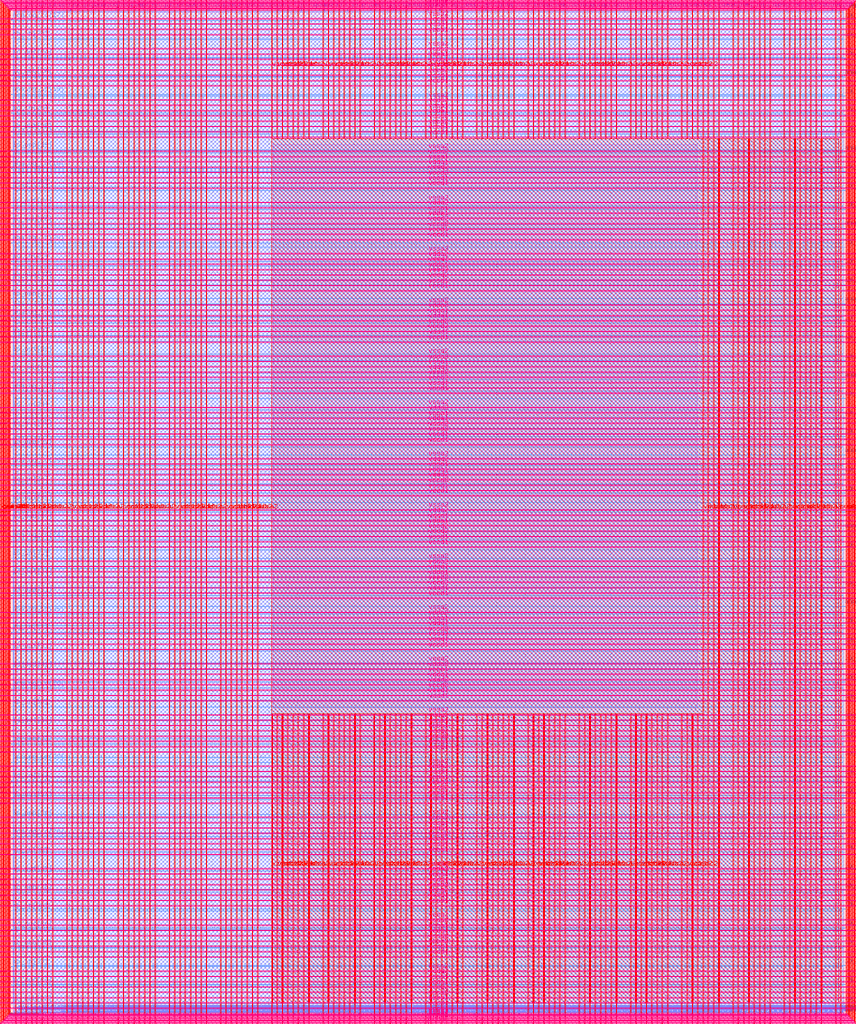
<source format=lef>
VERSION 5.7 ;
  NOWIREEXTENSIONATPIN ON ;
  DIVIDERCHAR "/" ;
  BUSBITCHARS "[]" ;
MACRO user_project_wrapper
  CLASS BLOCK ;
  FOREIGN user_project_wrapper ;
  ORIGIN 0.000 0.000 ;
  SIZE 2920.000 BY 3520.000 ;
  PIN analog_io[0]
    DIRECTION INOUT ;
    USE SIGNAL ;
    PORT
      LAYER met3 ;
        RECT 2917.600 1426.380 2924.800 1427.580 ;
    END
  END analog_io[0]
  PIN analog_io[10]
    DIRECTION INOUT ;
    USE SIGNAL ;
    PORT
      LAYER met2 ;
        RECT 2230.490 3517.600 2231.050 3524.800 ;
    END
  END analog_io[10]
  PIN analog_io[11]
    DIRECTION INOUT ;
    USE SIGNAL ;
    PORT
      LAYER met2 ;
        RECT 1905.730 3517.600 1906.290 3524.800 ;
    END
  END analog_io[11]
  PIN analog_io[12]
    DIRECTION INOUT ;
    USE SIGNAL ;
    PORT
      LAYER met2 ;
        RECT 1581.430 3517.600 1581.990 3524.800 ;
    END
  END analog_io[12]
  PIN analog_io[13]
    DIRECTION INOUT ;
    USE SIGNAL ;
    PORT
      LAYER met2 ;
        RECT 1257.130 3517.600 1257.690 3524.800 ;
    END
  END analog_io[13]
  PIN analog_io[14]
    DIRECTION INOUT ;
    USE SIGNAL ;
    PORT
      LAYER met2 ;
        RECT 932.370 3517.600 932.930 3524.800 ;
    END
  END analog_io[14]
  PIN analog_io[15]
    DIRECTION INOUT ;
    USE SIGNAL ;
    PORT
      LAYER met2 ;
        RECT 608.070 3517.600 608.630 3524.800 ;
    END
  END analog_io[15]
  PIN analog_io[16]
    DIRECTION INOUT ;
    USE SIGNAL ;
    PORT
      LAYER met2 ;
        RECT 283.770 3517.600 284.330 3524.800 ;
    END
  END analog_io[16]
  PIN analog_io[17]
    DIRECTION INOUT ;
    USE SIGNAL ;
    PORT
      LAYER met3 ;
        RECT -4.800 3486.100 2.400 3487.300 ;
    END
  END analog_io[17]
  PIN analog_io[18]
    DIRECTION INOUT ;
    USE SIGNAL ;
    PORT
      LAYER met3 ;
        RECT -4.800 3224.980 2.400 3226.180 ;
    END
  END analog_io[18]
  PIN analog_io[19]
    DIRECTION INOUT ;
    USE SIGNAL ;
    PORT
      LAYER met3 ;
        RECT -4.800 2964.540 2.400 2965.740 ;
    END
  END analog_io[19]
  PIN analog_io[1]
    DIRECTION INOUT ;
    USE SIGNAL ;
    PORT
      LAYER met3 ;
        RECT 2917.600 1692.260 2924.800 1693.460 ;
    END
  END analog_io[1]
  PIN analog_io[20]
    DIRECTION INOUT ;
    USE SIGNAL ;
    PORT
      LAYER met3 ;
        RECT -4.800 2703.420 2.400 2704.620 ;
    END
  END analog_io[20]
  PIN analog_io[21]
    DIRECTION INOUT ;
    USE SIGNAL ;
    PORT
      LAYER met3 ;
        RECT -4.800 2442.980 2.400 2444.180 ;
    END
  END analog_io[21]
  PIN analog_io[22]
    DIRECTION INOUT ;
    USE SIGNAL ;
    PORT
      LAYER met3 ;
        RECT -4.800 2182.540 2.400 2183.740 ;
    END
  END analog_io[22]
  PIN analog_io[23]
    DIRECTION INOUT ;
    USE SIGNAL ;
    PORT
      LAYER met3 ;
        RECT -4.800 1921.420 2.400 1922.620 ;
    END
  END analog_io[23]
  PIN analog_io[24]
    DIRECTION INOUT ;
    USE SIGNAL ;
    PORT
      LAYER met3 ;
        RECT -4.800 1660.980 2.400 1662.180 ;
    END
  END analog_io[24]
  PIN analog_io[25]
    DIRECTION INOUT ;
    USE SIGNAL ;
    PORT
      LAYER met3 ;
        RECT -4.800 1399.860 2.400 1401.060 ;
    END
  END analog_io[25]
  PIN analog_io[26]
    DIRECTION INOUT ;
    USE SIGNAL ;
    PORT
      LAYER met3 ;
        RECT -4.800 1139.420 2.400 1140.620 ;
    END
  END analog_io[26]
  PIN analog_io[27]
    DIRECTION INOUT ;
    USE SIGNAL ;
    PORT
      LAYER met3 ;
        RECT -4.800 878.980 2.400 880.180 ;
    END
  END analog_io[27]
  PIN analog_io[28]
    DIRECTION INOUT ;
    USE SIGNAL ;
    PORT
      LAYER met3 ;
        RECT -4.800 617.860 2.400 619.060 ;
    END
  END analog_io[28]
  PIN analog_io[2]
    DIRECTION INOUT ;
    USE SIGNAL ;
    PORT
      LAYER met3 ;
        RECT 2917.600 1958.140 2924.800 1959.340 ;
    END
  END analog_io[2]
  PIN analog_io[3]
    DIRECTION INOUT ;
    USE SIGNAL ;
    PORT
      LAYER met3 ;
        RECT 2917.600 2223.340 2924.800 2224.540 ;
    END
  END analog_io[3]
  PIN analog_io[4]
    DIRECTION INOUT ;
    USE SIGNAL ;
    PORT
      LAYER met3 ;
        RECT 2917.600 2489.220 2924.800 2490.420 ;
    END
  END analog_io[4]
  PIN analog_io[5]
    DIRECTION INOUT ;
    USE SIGNAL ;
    PORT
      LAYER met3 ;
        RECT 2917.600 2755.100 2924.800 2756.300 ;
    END
  END analog_io[5]
  PIN analog_io[6]
    DIRECTION INOUT ;
    USE SIGNAL ;
    PORT
      LAYER met3 ;
        RECT 2917.600 3020.300 2924.800 3021.500 ;
    END
  END analog_io[6]
  PIN analog_io[7]
    DIRECTION INOUT ;
    USE SIGNAL ;
    PORT
      LAYER met3 ;
        RECT 2917.600 3286.180 2924.800 3287.380 ;
    END
  END analog_io[7]
  PIN analog_io[8]
    DIRECTION INOUT ;
    USE SIGNAL ;
    PORT
      LAYER met2 ;
        RECT 2879.090 3517.600 2879.650 3524.800 ;
    END
  END analog_io[8]
  PIN analog_io[9]
    DIRECTION INOUT ;
    USE SIGNAL ;
    PORT
      LAYER met2 ;
        RECT 2554.790 3517.600 2555.350 3524.800 ;
    END
  END analog_io[9]
  PIN io_in[0]
    DIRECTION INPUT ;
    USE SIGNAL ;
    PORT
      LAYER met3 ;
        RECT 2917.600 32.380 2924.800 33.580 ;
    END
  END io_in[0]
  PIN io_in[10]
    DIRECTION INPUT ;
    USE SIGNAL ;
    PORT
      LAYER met3 ;
        RECT 2917.600 2289.980 2924.800 2291.180 ;
    END
  END io_in[10]
  PIN io_in[11]
    DIRECTION INPUT ;
    USE SIGNAL ;
    PORT
      LAYER met3 ;
        RECT 2917.600 2555.860 2924.800 2557.060 ;
    END
  END io_in[11]
  PIN io_in[12]
    DIRECTION INPUT ;
    USE SIGNAL ;
    PORT
      LAYER met3 ;
        RECT 2917.600 2821.060 2924.800 2822.260 ;
    END
  END io_in[12]
  PIN io_in[13]
    DIRECTION INPUT ;
    USE SIGNAL ;
    PORT
      LAYER met3 ;
        RECT 2917.600 3086.940 2924.800 3088.140 ;
    END
  END io_in[13]
  PIN io_in[14]
    DIRECTION INPUT ;
    USE SIGNAL ;
    PORT
      LAYER met3 ;
        RECT 2917.600 3352.820 2924.800 3354.020 ;
    END
  END io_in[14]
  PIN io_in[15]
    DIRECTION INPUT ;
    USE SIGNAL ;
    PORT
      LAYER met2 ;
        RECT 2798.130 3517.600 2798.690 3524.800 ;
    END
  END io_in[15]
  PIN io_in[16]
    DIRECTION INPUT ;
    USE SIGNAL ;
    PORT
      LAYER met2 ;
        RECT 2473.830 3517.600 2474.390 3524.800 ;
    END
  END io_in[16]
  PIN io_in[17]
    DIRECTION INPUT ;
    USE SIGNAL ;
    PORT
      LAYER met2 ;
        RECT 2149.070 3517.600 2149.630 3524.800 ;
    END
  END io_in[17]
  PIN io_in[18]
    DIRECTION INPUT ;
    USE SIGNAL ;
    PORT
      LAYER met2 ;
        RECT 1824.770 3517.600 1825.330 3524.800 ;
    END
  END io_in[18]
  PIN io_in[19]
    DIRECTION INPUT ;
    USE SIGNAL ;
    PORT
      LAYER met2 ;
        RECT 1500.470 3517.600 1501.030 3524.800 ;
    END
  END io_in[19]
  PIN io_in[1]
    DIRECTION INPUT ;
    USE SIGNAL ;
    PORT
      LAYER met3 ;
        RECT 2917.600 230.940 2924.800 232.140 ;
    END
  END io_in[1]
  PIN io_in[20]
    DIRECTION INPUT ;
    USE SIGNAL ;
    PORT
      LAYER met2 ;
        RECT 1175.710 3517.600 1176.270 3524.800 ;
    END
  END io_in[20]
  PIN io_in[21]
    DIRECTION INPUT ;
    USE SIGNAL ;
    PORT
      LAYER met2 ;
        RECT 851.410 3517.600 851.970 3524.800 ;
    END
  END io_in[21]
  PIN io_in[22]
    DIRECTION INPUT ;
    USE SIGNAL ;
    PORT
      LAYER met2 ;
        RECT 527.110 3517.600 527.670 3524.800 ;
    END
  END io_in[22]
  PIN io_in[23]
    DIRECTION INPUT ;
    USE SIGNAL ;
    PORT
      LAYER met2 ;
        RECT 202.350 3517.600 202.910 3524.800 ;
    END
  END io_in[23]
  PIN io_in[24]
    DIRECTION INPUT ;
    USE SIGNAL ;
    PORT
      LAYER met3 ;
        RECT -4.800 3420.820 2.400 3422.020 ;
    END
  END io_in[24]
  PIN io_in[25]
    DIRECTION INPUT ;
    USE SIGNAL ;
    PORT
      LAYER met3 ;
        RECT -4.800 3159.700 2.400 3160.900 ;
    END
  END io_in[25]
  PIN io_in[26]
    DIRECTION INPUT ;
    USE SIGNAL ;
    PORT
      LAYER met3 ;
        RECT -4.800 2899.260 2.400 2900.460 ;
    END
  END io_in[26]
  PIN io_in[27]
    DIRECTION INPUT ;
    USE SIGNAL ;
    PORT
      LAYER met3 ;
        RECT -4.800 2638.820 2.400 2640.020 ;
    END
  END io_in[27]
  PIN io_in[28]
    DIRECTION INPUT ;
    USE SIGNAL ;
    PORT
      LAYER met3 ;
        RECT -4.800 2377.700 2.400 2378.900 ;
    END
  END io_in[28]
  PIN io_in[29]
    DIRECTION INPUT ;
    USE SIGNAL ;
    PORT
      LAYER met3 ;
        RECT -4.800 2117.260 2.400 2118.460 ;
    END
  END io_in[29]
  PIN io_in[2]
    DIRECTION INPUT ;
    USE SIGNAL ;
    PORT
      LAYER met3 ;
        RECT 2917.600 430.180 2924.800 431.380 ;
    END
  END io_in[2]
  PIN io_in[30]
    DIRECTION INPUT ;
    USE SIGNAL ;
    PORT
      LAYER met3 ;
        RECT -4.800 1856.140 2.400 1857.340 ;
    END
  END io_in[30]
  PIN io_in[31]
    DIRECTION INPUT ;
    USE SIGNAL ;
    PORT
      LAYER met3 ;
        RECT -4.800 1595.700 2.400 1596.900 ;
    END
  END io_in[31]
  PIN io_in[32]
    DIRECTION INPUT ;
    USE SIGNAL ;
    PORT
      LAYER met3 ;
        RECT -4.800 1335.260 2.400 1336.460 ;
    END
  END io_in[32]
  PIN io_in[33]
    DIRECTION INPUT ;
    USE SIGNAL ;
    PORT
      LAYER met3 ;
        RECT -4.800 1074.140 2.400 1075.340 ;
    END
  END io_in[33]
  PIN io_in[34]
    DIRECTION INPUT ;
    USE SIGNAL ;
    PORT
      LAYER met3 ;
        RECT -4.800 813.700 2.400 814.900 ;
    END
  END io_in[34]
  PIN io_in[35]
    DIRECTION INPUT ;
    USE SIGNAL ;
    PORT
      LAYER met3 ;
        RECT -4.800 552.580 2.400 553.780 ;
    END
  END io_in[35]
  PIN io_in[36]
    DIRECTION INPUT ;
    USE SIGNAL ;
    PORT
      LAYER met3 ;
        RECT -4.800 357.420 2.400 358.620 ;
    END
  END io_in[36]
  PIN io_in[37]
    DIRECTION INPUT ;
    USE SIGNAL ;
    PORT
      LAYER met3 ;
        RECT -4.800 161.580 2.400 162.780 ;
    END
  END io_in[37]
  PIN io_in[3]
    DIRECTION INPUT ;
    USE SIGNAL ;
    PORT
      LAYER met3 ;
        RECT 2917.600 629.420 2924.800 630.620 ;
    END
  END io_in[3]
  PIN io_in[4]
    DIRECTION INPUT ;
    USE SIGNAL ;
    PORT
      LAYER met3 ;
        RECT 2917.600 828.660 2924.800 829.860 ;
    END
  END io_in[4]
  PIN io_in[5]
    DIRECTION INPUT ;
    USE SIGNAL ;
    PORT
      LAYER met3 ;
        RECT 2917.600 1027.900 2924.800 1029.100 ;
    END
  END io_in[5]
  PIN io_in[6]
    DIRECTION INPUT ;
    USE SIGNAL ;
    PORT
      LAYER met3 ;
        RECT 2917.600 1227.140 2924.800 1228.340 ;
    END
  END io_in[6]
  PIN io_in[7]
    DIRECTION INPUT ;
    USE SIGNAL ;
    PORT
      LAYER met3 ;
        RECT 2917.600 1493.020 2924.800 1494.220 ;
    END
  END io_in[7]
  PIN io_in[8]
    DIRECTION INPUT ;
    USE SIGNAL ;
    PORT
      LAYER met3 ;
        RECT 2917.600 1758.900 2924.800 1760.100 ;
    END
  END io_in[8]
  PIN io_in[9]
    DIRECTION INPUT ;
    USE SIGNAL ;
    PORT
      LAYER met3 ;
        RECT 2917.600 2024.100 2924.800 2025.300 ;
    END
  END io_in[9]
  PIN io_oeb[0]
    DIRECTION OUTPUT TRISTATE ;
    USE SIGNAL ;
    PORT
      LAYER met3 ;
        RECT 2917.600 164.980 2924.800 166.180 ;
    END
  END io_oeb[0]
  PIN io_oeb[10]
    DIRECTION OUTPUT TRISTATE ;
    USE SIGNAL ;
    PORT
      LAYER met3 ;
        RECT 2917.600 2422.580 2924.800 2423.780 ;
    END
  END io_oeb[10]
  PIN io_oeb[11]
    DIRECTION OUTPUT TRISTATE ;
    USE SIGNAL ;
    PORT
      LAYER met3 ;
        RECT 2917.600 2688.460 2924.800 2689.660 ;
    END
  END io_oeb[11]
  PIN io_oeb[12]
    DIRECTION OUTPUT TRISTATE ;
    USE SIGNAL ;
    PORT
      LAYER met3 ;
        RECT 2917.600 2954.340 2924.800 2955.540 ;
    END
  END io_oeb[12]
  PIN io_oeb[13]
    DIRECTION OUTPUT TRISTATE ;
    USE SIGNAL ;
    PORT
      LAYER met3 ;
        RECT 2917.600 3219.540 2924.800 3220.740 ;
    END
  END io_oeb[13]
  PIN io_oeb[14]
    DIRECTION OUTPUT TRISTATE ;
    USE SIGNAL ;
    PORT
      LAYER met3 ;
        RECT 2917.600 3485.420 2924.800 3486.620 ;
    END
  END io_oeb[14]
  PIN io_oeb[15]
    DIRECTION OUTPUT TRISTATE ;
    USE SIGNAL ;
    PORT
      LAYER met2 ;
        RECT 2635.750 3517.600 2636.310 3524.800 ;
    END
  END io_oeb[15]
  PIN io_oeb[16]
    DIRECTION OUTPUT TRISTATE ;
    USE SIGNAL ;
    PORT
      LAYER met2 ;
        RECT 2311.450 3517.600 2312.010 3524.800 ;
    END
  END io_oeb[16]
  PIN io_oeb[17]
    DIRECTION OUTPUT TRISTATE ;
    USE SIGNAL ;
    PORT
      LAYER met2 ;
        RECT 1987.150 3517.600 1987.710 3524.800 ;
    END
  END io_oeb[17]
  PIN io_oeb[18]
    DIRECTION OUTPUT TRISTATE ;
    USE SIGNAL ;
    PORT
      LAYER met2 ;
        RECT 1662.390 3517.600 1662.950 3524.800 ;
    END
  END io_oeb[18]
  PIN io_oeb[19]
    DIRECTION OUTPUT TRISTATE ;
    USE SIGNAL ;
    PORT
      LAYER met2 ;
        RECT 1338.090 3517.600 1338.650 3524.800 ;
    END
  END io_oeb[19]
  PIN io_oeb[1]
    DIRECTION OUTPUT TRISTATE ;
    USE SIGNAL ;
    PORT
      LAYER met3 ;
        RECT 2917.600 364.220 2924.800 365.420 ;
    END
  END io_oeb[1]
  PIN io_oeb[20]
    DIRECTION OUTPUT TRISTATE ;
    USE SIGNAL ;
    PORT
      LAYER met2 ;
        RECT 1013.790 3517.600 1014.350 3524.800 ;
    END
  END io_oeb[20]
  PIN io_oeb[21]
    DIRECTION OUTPUT TRISTATE ;
    USE SIGNAL ;
    PORT
      LAYER met2 ;
        RECT 689.030 3517.600 689.590 3524.800 ;
    END
  END io_oeb[21]
  PIN io_oeb[22]
    DIRECTION OUTPUT TRISTATE ;
    USE SIGNAL ;
    PORT
      LAYER met2 ;
        RECT 364.730 3517.600 365.290 3524.800 ;
    END
  END io_oeb[22]
  PIN io_oeb[23]
    DIRECTION OUTPUT TRISTATE ;
    USE SIGNAL ;
    PORT
      LAYER met2 ;
        RECT 40.430 3517.600 40.990 3524.800 ;
    END
  END io_oeb[23]
  PIN io_oeb[24]
    DIRECTION OUTPUT TRISTATE ;
    USE SIGNAL ;
    PORT
      LAYER met3 ;
        RECT -4.800 3290.260 2.400 3291.460 ;
    END
  END io_oeb[24]
  PIN io_oeb[25]
    DIRECTION OUTPUT TRISTATE ;
    USE SIGNAL ;
    PORT
      LAYER met3 ;
        RECT -4.800 3029.820 2.400 3031.020 ;
    END
  END io_oeb[25]
  PIN io_oeb[26]
    DIRECTION OUTPUT TRISTATE ;
    USE SIGNAL ;
    PORT
      LAYER met3 ;
        RECT -4.800 2768.700 2.400 2769.900 ;
    END
  END io_oeb[26]
  PIN io_oeb[27]
    DIRECTION OUTPUT TRISTATE ;
    USE SIGNAL ;
    PORT
      LAYER met3 ;
        RECT -4.800 2508.260 2.400 2509.460 ;
    END
  END io_oeb[27]
  PIN io_oeb[28]
    DIRECTION OUTPUT TRISTATE ;
    USE SIGNAL ;
    PORT
      LAYER met3 ;
        RECT -4.800 2247.140 2.400 2248.340 ;
    END
  END io_oeb[28]
  PIN io_oeb[29]
    DIRECTION OUTPUT TRISTATE ;
    USE SIGNAL ;
    PORT
      LAYER met3 ;
        RECT -4.800 1986.700 2.400 1987.900 ;
    END
  END io_oeb[29]
  PIN io_oeb[2]
    DIRECTION OUTPUT TRISTATE ;
    USE SIGNAL ;
    PORT
      LAYER met3 ;
        RECT 2917.600 563.460 2924.800 564.660 ;
    END
  END io_oeb[2]
  PIN io_oeb[30]
    DIRECTION OUTPUT TRISTATE ;
    USE SIGNAL ;
    PORT
      LAYER met3 ;
        RECT -4.800 1726.260 2.400 1727.460 ;
    END
  END io_oeb[30]
  PIN io_oeb[31]
    DIRECTION OUTPUT TRISTATE ;
    USE SIGNAL ;
    PORT
      LAYER met3 ;
        RECT -4.800 1465.140 2.400 1466.340 ;
    END
  END io_oeb[31]
  PIN io_oeb[32]
    DIRECTION OUTPUT TRISTATE ;
    USE SIGNAL ;
    PORT
      LAYER met3 ;
        RECT -4.800 1204.700 2.400 1205.900 ;
    END
  END io_oeb[32]
  PIN io_oeb[33]
    DIRECTION OUTPUT TRISTATE ;
    USE SIGNAL ;
    PORT
      LAYER met3 ;
        RECT -4.800 943.580 2.400 944.780 ;
    END
  END io_oeb[33]
  PIN io_oeb[34]
    DIRECTION OUTPUT TRISTATE ;
    USE SIGNAL ;
    PORT
      LAYER met3 ;
        RECT -4.800 683.140 2.400 684.340 ;
    END
  END io_oeb[34]
  PIN io_oeb[35]
    DIRECTION OUTPUT TRISTATE ;
    USE SIGNAL ;
    PORT
      LAYER met3 ;
        RECT -4.800 422.700 2.400 423.900 ;
    END
  END io_oeb[35]
  PIN io_oeb[36]
    DIRECTION OUTPUT TRISTATE ;
    USE SIGNAL ;
    PORT
      LAYER met3 ;
        RECT -4.800 226.860 2.400 228.060 ;
    END
  END io_oeb[36]
  PIN io_oeb[37]
    DIRECTION OUTPUT TRISTATE ;
    USE SIGNAL ;
    PORT
      LAYER met3 ;
        RECT -4.800 31.700 2.400 32.900 ;
    END
  END io_oeb[37]
  PIN io_oeb[3]
    DIRECTION OUTPUT TRISTATE ;
    USE SIGNAL ;
    PORT
      LAYER met3 ;
        RECT 2917.600 762.700 2924.800 763.900 ;
    END
  END io_oeb[3]
  PIN io_oeb[4]
    DIRECTION OUTPUT TRISTATE ;
    USE SIGNAL ;
    PORT
      LAYER met3 ;
        RECT 2917.600 961.940 2924.800 963.140 ;
    END
  END io_oeb[4]
  PIN io_oeb[5]
    DIRECTION OUTPUT TRISTATE ;
    USE SIGNAL ;
    PORT
      LAYER met3 ;
        RECT 2917.600 1161.180 2924.800 1162.380 ;
    END
  END io_oeb[5]
  PIN io_oeb[6]
    DIRECTION OUTPUT TRISTATE ;
    USE SIGNAL ;
    PORT
      LAYER met3 ;
        RECT 2917.600 1360.420 2924.800 1361.620 ;
    END
  END io_oeb[6]
  PIN io_oeb[7]
    DIRECTION OUTPUT TRISTATE ;
    USE SIGNAL ;
    PORT
      LAYER met3 ;
        RECT 2917.600 1625.620 2924.800 1626.820 ;
    END
  END io_oeb[7]
  PIN io_oeb[8]
    DIRECTION OUTPUT TRISTATE ;
    USE SIGNAL ;
    PORT
      LAYER met3 ;
        RECT 2917.600 1891.500 2924.800 1892.700 ;
    END
  END io_oeb[8]
  PIN io_oeb[9]
    DIRECTION OUTPUT TRISTATE ;
    USE SIGNAL ;
    PORT
      LAYER met3 ;
        RECT 2917.600 2157.380 2924.800 2158.580 ;
    END
  END io_oeb[9]
  PIN io_out[0]
    DIRECTION OUTPUT TRISTATE ;
    USE SIGNAL ;
    PORT
      LAYER met3 ;
        RECT 2917.600 98.340 2924.800 99.540 ;
    END
  END io_out[0]
  PIN io_out[10]
    DIRECTION OUTPUT TRISTATE ;
    USE SIGNAL ;
    PORT
      LAYER met3 ;
        RECT 2917.600 2356.620 2924.800 2357.820 ;
    END
  END io_out[10]
  PIN io_out[11]
    DIRECTION OUTPUT TRISTATE ;
    USE SIGNAL ;
    PORT
      LAYER met3 ;
        RECT 2917.600 2621.820 2924.800 2623.020 ;
    END
  END io_out[11]
  PIN io_out[12]
    DIRECTION OUTPUT TRISTATE ;
    USE SIGNAL ;
    PORT
      LAYER met3 ;
        RECT 2917.600 2887.700 2924.800 2888.900 ;
    END
  END io_out[12]
  PIN io_out[13]
    DIRECTION OUTPUT TRISTATE ;
    USE SIGNAL ;
    PORT
      LAYER met3 ;
        RECT 2917.600 3153.580 2924.800 3154.780 ;
    END
  END io_out[13]
  PIN io_out[14]
    DIRECTION OUTPUT TRISTATE ;
    USE SIGNAL ;
    PORT
      LAYER met3 ;
        RECT 2917.600 3418.780 2924.800 3419.980 ;
    END
  END io_out[14]
  PIN io_out[15]
    DIRECTION OUTPUT TRISTATE ;
    USE SIGNAL ;
    PORT
      LAYER met2 ;
        RECT 2717.170 3517.600 2717.730 3524.800 ;
    END
  END io_out[15]
  PIN io_out[16]
    DIRECTION OUTPUT TRISTATE ;
    USE SIGNAL ;
    PORT
      LAYER met2 ;
        RECT 2392.410 3517.600 2392.970 3524.800 ;
    END
  END io_out[16]
  PIN io_out[17]
    DIRECTION OUTPUT TRISTATE ;
    USE SIGNAL ;
    PORT
      LAYER met2 ;
        RECT 2068.110 3517.600 2068.670 3524.800 ;
    END
  END io_out[17]
  PIN io_out[18]
    DIRECTION OUTPUT TRISTATE ;
    USE SIGNAL ;
    PORT
      LAYER met2 ;
        RECT 1743.810 3517.600 1744.370 3524.800 ;
    END
  END io_out[18]
  PIN io_out[19]
    DIRECTION OUTPUT TRISTATE ;
    USE SIGNAL ;
    PORT
      LAYER met2 ;
        RECT 1419.050 3517.600 1419.610 3524.800 ;
    END
  END io_out[19]
  PIN io_out[1]
    DIRECTION OUTPUT TRISTATE ;
    USE SIGNAL ;
    PORT
      LAYER met3 ;
        RECT 2917.600 297.580 2924.800 298.780 ;
    END
  END io_out[1]
  PIN io_out[20]
    DIRECTION OUTPUT TRISTATE ;
    USE SIGNAL ;
    PORT
      LAYER met2 ;
        RECT 1094.750 3517.600 1095.310 3524.800 ;
    END
  END io_out[20]
  PIN io_out[21]
    DIRECTION OUTPUT TRISTATE ;
    USE SIGNAL ;
    PORT
      LAYER met2 ;
        RECT 770.450 3517.600 771.010 3524.800 ;
    END
  END io_out[21]
  PIN io_out[22]
    DIRECTION OUTPUT TRISTATE ;
    USE SIGNAL ;
    PORT
      LAYER met2 ;
        RECT 445.690 3517.600 446.250 3524.800 ;
    END
  END io_out[22]
  PIN io_out[23]
    DIRECTION OUTPUT TRISTATE ;
    USE SIGNAL ;
    PORT
      LAYER met2 ;
        RECT 121.390 3517.600 121.950 3524.800 ;
    END
  END io_out[23]
  PIN io_out[24]
    DIRECTION OUTPUT TRISTATE ;
    USE SIGNAL ;
    PORT
      LAYER met3 ;
        RECT -4.800 3355.540 2.400 3356.740 ;
    END
  END io_out[24]
  PIN io_out[25]
    DIRECTION OUTPUT TRISTATE ;
    USE SIGNAL ;
    PORT
      LAYER met3 ;
        RECT -4.800 3095.100 2.400 3096.300 ;
    END
  END io_out[25]
  PIN io_out[26]
    DIRECTION OUTPUT TRISTATE ;
    USE SIGNAL ;
    PORT
      LAYER met3 ;
        RECT -4.800 2833.980 2.400 2835.180 ;
    END
  END io_out[26]
  PIN io_out[27]
    DIRECTION OUTPUT TRISTATE ;
    USE SIGNAL ;
    PORT
      LAYER met3 ;
        RECT -4.800 2573.540 2.400 2574.740 ;
    END
  END io_out[27]
  PIN io_out[28]
    DIRECTION OUTPUT TRISTATE ;
    USE SIGNAL ;
    PORT
      LAYER met3 ;
        RECT -4.800 2312.420 2.400 2313.620 ;
    END
  END io_out[28]
  PIN io_out[29]
    DIRECTION OUTPUT TRISTATE ;
    USE SIGNAL ;
    PORT
      LAYER met3 ;
        RECT -4.800 2051.980 2.400 2053.180 ;
    END
  END io_out[29]
  PIN io_out[2]
    DIRECTION OUTPUT TRISTATE ;
    USE SIGNAL ;
    PORT
      LAYER met3 ;
        RECT 2917.600 496.820 2924.800 498.020 ;
    END
  END io_out[2]
  PIN io_out[30]
    DIRECTION OUTPUT TRISTATE ;
    USE SIGNAL ;
    PORT
      LAYER met3 ;
        RECT -4.800 1791.540 2.400 1792.740 ;
    END
  END io_out[30]
  PIN io_out[31]
    DIRECTION OUTPUT TRISTATE ;
    USE SIGNAL ;
    PORT
      LAYER met3 ;
        RECT -4.800 1530.420 2.400 1531.620 ;
    END
  END io_out[31]
  PIN io_out[32]
    DIRECTION OUTPUT TRISTATE ;
    USE SIGNAL ;
    PORT
      LAYER met3 ;
        RECT -4.800 1269.980 2.400 1271.180 ;
    END
  END io_out[32]
  PIN io_out[33]
    DIRECTION OUTPUT TRISTATE ;
    USE SIGNAL ;
    PORT
      LAYER met3 ;
        RECT -4.800 1008.860 2.400 1010.060 ;
    END
  END io_out[33]
  PIN io_out[34]
    DIRECTION OUTPUT TRISTATE ;
    USE SIGNAL ;
    PORT
      LAYER met3 ;
        RECT -4.800 748.420 2.400 749.620 ;
    END
  END io_out[34]
  PIN io_out[35]
    DIRECTION OUTPUT TRISTATE ;
    USE SIGNAL ;
    PORT
      LAYER met3 ;
        RECT -4.800 487.300 2.400 488.500 ;
    END
  END io_out[35]
  PIN io_out[36]
    DIRECTION OUTPUT TRISTATE ;
    USE SIGNAL ;
    PORT
      LAYER met3 ;
        RECT -4.800 292.140 2.400 293.340 ;
    END
  END io_out[36]
  PIN io_out[37]
    DIRECTION OUTPUT TRISTATE ;
    USE SIGNAL ;
    PORT
      LAYER met3 ;
        RECT -4.800 96.300 2.400 97.500 ;
    END
  END io_out[37]
  PIN io_out[3]
    DIRECTION OUTPUT TRISTATE ;
    USE SIGNAL ;
    PORT
      LAYER met3 ;
        RECT 2917.600 696.060 2924.800 697.260 ;
    END
  END io_out[3]
  PIN io_out[4]
    DIRECTION OUTPUT TRISTATE ;
    USE SIGNAL ;
    PORT
      LAYER met3 ;
        RECT 2917.600 895.300 2924.800 896.500 ;
    END
  END io_out[4]
  PIN io_out[5]
    DIRECTION OUTPUT TRISTATE ;
    USE SIGNAL ;
    PORT
      LAYER met3 ;
        RECT 2917.600 1094.540 2924.800 1095.740 ;
    END
  END io_out[5]
  PIN io_out[6]
    DIRECTION OUTPUT TRISTATE ;
    USE SIGNAL ;
    PORT
      LAYER met3 ;
        RECT 2917.600 1293.780 2924.800 1294.980 ;
    END
  END io_out[6]
  PIN io_out[7]
    DIRECTION OUTPUT TRISTATE ;
    USE SIGNAL ;
    PORT
      LAYER met3 ;
        RECT 2917.600 1559.660 2924.800 1560.860 ;
    END
  END io_out[7]
  PIN io_out[8]
    DIRECTION OUTPUT TRISTATE ;
    USE SIGNAL ;
    PORT
      LAYER met3 ;
        RECT 2917.600 1824.860 2924.800 1826.060 ;
    END
  END io_out[8]
  PIN io_out[9]
    DIRECTION OUTPUT TRISTATE ;
    USE SIGNAL ;
    PORT
      LAYER met3 ;
        RECT 2917.600 2090.740 2924.800 2091.940 ;
    END
  END io_out[9]
  PIN la_data_in[0]
    DIRECTION INPUT ;
    USE SIGNAL ;
    PORT
      LAYER met2 ;
        RECT 629.230 -4.800 629.790 2.400 ;
    END
  END la_data_in[0]
  PIN la_data_in[100]
    DIRECTION INPUT ;
    USE SIGNAL ;
    PORT
      LAYER met2 ;
        RECT 2402.530 -4.800 2403.090 2.400 ;
    END
  END la_data_in[100]
  PIN la_data_in[101]
    DIRECTION INPUT ;
    USE SIGNAL ;
    PORT
      LAYER met2 ;
        RECT 2420.010 -4.800 2420.570 2.400 ;
    END
  END la_data_in[101]
  PIN la_data_in[102]
    DIRECTION INPUT ;
    USE SIGNAL ;
    PORT
      LAYER met2 ;
        RECT 2437.950 -4.800 2438.510 2.400 ;
    END
  END la_data_in[102]
  PIN la_data_in[103]
    DIRECTION INPUT ;
    USE SIGNAL ;
    PORT
      LAYER met2 ;
        RECT 2455.430 -4.800 2455.990 2.400 ;
    END
  END la_data_in[103]
  PIN la_data_in[104]
    DIRECTION INPUT ;
    USE SIGNAL ;
    PORT
      LAYER met2 ;
        RECT 2473.370 -4.800 2473.930 2.400 ;
    END
  END la_data_in[104]
  PIN la_data_in[105]
    DIRECTION INPUT ;
    USE SIGNAL ;
    PORT
      LAYER met2 ;
        RECT 2490.850 -4.800 2491.410 2.400 ;
    END
  END la_data_in[105]
  PIN la_data_in[106]
    DIRECTION INPUT ;
    USE SIGNAL ;
    PORT
      LAYER met2 ;
        RECT 2508.790 -4.800 2509.350 2.400 ;
    END
  END la_data_in[106]
  PIN la_data_in[107]
    DIRECTION INPUT ;
    USE SIGNAL ;
    PORT
      LAYER met2 ;
        RECT 2526.730 -4.800 2527.290 2.400 ;
    END
  END la_data_in[107]
  PIN la_data_in[108]
    DIRECTION INPUT ;
    USE SIGNAL ;
    PORT
      LAYER met2 ;
        RECT 2544.210 -4.800 2544.770 2.400 ;
    END
  END la_data_in[108]
  PIN la_data_in[109]
    DIRECTION INPUT ;
    USE SIGNAL ;
    PORT
      LAYER met2 ;
        RECT 2562.150 -4.800 2562.710 2.400 ;
    END
  END la_data_in[109]
  PIN la_data_in[10]
    DIRECTION INPUT ;
    USE SIGNAL ;
    PORT
      LAYER met2 ;
        RECT 806.330 -4.800 806.890 2.400 ;
    END
  END la_data_in[10]
  PIN la_data_in[110]
    DIRECTION INPUT ;
    USE SIGNAL ;
    PORT
      LAYER met2 ;
        RECT 2579.630 -4.800 2580.190 2.400 ;
    END
  END la_data_in[110]
  PIN la_data_in[111]
    DIRECTION INPUT ;
    USE SIGNAL ;
    PORT
      LAYER met2 ;
        RECT 2597.570 -4.800 2598.130 2.400 ;
    END
  END la_data_in[111]
  PIN la_data_in[112]
    DIRECTION INPUT ;
    USE SIGNAL ;
    PORT
      LAYER met2 ;
        RECT 2615.050 -4.800 2615.610 2.400 ;
    END
  END la_data_in[112]
  PIN la_data_in[113]
    DIRECTION INPUT ;
    USE SIGNAL ;
    PORT
      LAYER met2 ;
        RECT 2632.990 -4.800 2633.550 2.400 ;
    END
  END la_data_in[113]
  PIN la_data_in[114]
    DIRECTION INPUT ;
    USE SIGNAL ;
    PORT
      LAYER met2 ;
        RECT 2650.470 -4.800 2651.030 2.400 ;
    END
  END la_data_in[114]
  PIN la_data_in[115]
    DIRECTION INPUT ;
    USE SIGNAL ;
    PORT
      LAYER met2 ;
        RECT 2668.410 -4.800 2668.970 2.400 ;
    END
  END la_data_in[115]
  PIN la_data_in[116]
    DIRECTION INPUT ;
    USE SIGNAL ;
    PORT
      LAYER met2 ;
        RECT 2685.890 -4.800 2686.450 2.400 ;
    END
  END la_data_in[116]
  PIN la_data_in[117]
    DIRECTION INPUT ;
    USE SIGNAL ;
    PORT
      LAYER met2 ;
        RECT 2703.830 -4.800 2704.390 2.400 ;
    END
  END la_data_in[117]
  PIN la_data_in[118]
    DIRECTION INPUT ;
    USE SIGNAL ;
    PORT
      LAYER met2 ;
        RECT 2721.770 -4.800 2722.330 2.400 ;
    END
  END la_data_in[118]
  PIN la_data_in[119]
    DIRECTION INPUT ;
    USE SIGNAL ;
    PORT
      LAYER met2 ;
        RECT 2739.250 -4.800 2739.810 2.400 ;
    END
  END la_data_in[119]
  PIN la_data_in[11]
    DIRECTION INPUT ;
    USE SIGNAL ;
    PORT
      LAYER met2 ;
        RECT 824.270 -4.800 824.830 2.400 ;
    END
  END la_data_in[11]
  PIN la_data_in[120]
    DIRECTION INPUT ;
    USE SIGNAL ;
    PORT
      LAYER met2 ;
        RECT 2757.190 -4.800 2757.750 2.400 ;
    END
  END la_data_in[120]
  PIN la_data_in[121]
    DIRECTION INPUT ;
    USE SIGNAL ;
    PORT
      LAYER met2 ;
        RECT 2774.670 -4.800 2775.230 2.400 ;
    END
  END la_data_in[121]
  PIN la_data_in[122]
    DIRECTION INPUT ;
    USE SIGNAL ;
    PORT
      LAYER met2 ;
        RECT 2792.610 -4.800 2793.170 2.400 ;
    END
  END la_data_in[122]
  PIN la_data_in[123]
    DIRECTION INPUT ;
    USE SIGNAL ;
    PORT
      LAYER met2 ;
        RECT 2810.090 -4.800 2810.650 2.400 ;
    END
  END la_data_in[123]
  PIN la_data_in[124]
    DIRECTION INPUT ;
    USE SIGNAL ;
    PORT
      LAYER met2 ;
        RECT 2828.030 -4.800 2828.590 2.400 ;
    END
  END la_data_in[124]
  PIN la_data_in[125]
    DIRECTION INPUT ;
    USE SIGNAL ;
    PORT
      LAYER met2 ;
        RECT 2845.510 -4.800 2846.070 2.400 ;
    END
  END la_data_in[125]
  PIN la_data_in[126]
    DIRECTION INPUT ;
    USE SIGNAL ;
    PORT
      LAYER met2 ;
        RECT 2863.450 -4.800 2864.010 2.400 ;
    END
  END la_data_in[126]
  PIN la_data_in[127]
    DIRECTION INPUT ;
    USE SIGNAL ;
    PORT
      LAYER met2 ;
        RECT 2881.390 -4.800 2881.950 2.400 ;
    END
  END la_data_in[127]
  PIN la_data_in[12]
    DIRECTION INPUT ;
    USE SIGNAL ;
    PORT
      LAYER met2 ;
        RECT 841.750 -4.800 842.310 2.400 ;
    END
  END la_data_in[12]
  PIN la_data_in[13]
    DIRECTION INPUT ;
    USE SIGNAL ;
    PORT
      LAYER met2 ;
        RECT 859.690 -4.800 860.250 2.400 ;
    END
  END la_data_in[13]
  PIN la_data_in[14]
    DIRECTION INPUT ;
    USE SIGNAL ;
    PORT
      LAYER met2 ;
        RECT 877.170 -4.800 877.730 2.400 ;
    END
  END la_data_in[14]
  PIN la_data_in[15]
    DIRECTION INPUT ;
    USE SIGNAL ;
    PORT
      LAYER met2 ;
        RECT 895.110 -4.800 895.670 2.400 ;
    END
  END la_data_in[15]
  PIN la_data_in[16]
    DIRECTION INPUT ;
    USE SIGNAL ;
    PORT
      LAYER met2 ;
        RECT 912.590 -4.800 913.150 2.400 ;
    END
  END la_data_in[16]
  PIN la_data_in[17]
    DIRECTION INPUT ;
    USE SIGNAL ;
    PORT
      LAYER met2 ;
        RECT 930.530 -4.800 931.090 2.400 ;
    END
  END la_data_in[17]
  PIN la_data_in[18]
    DIRECTION INPUT ;
    USE SIGNAL ;
    PORT
      LAYER met2 ;
        RECT 948.470 -4.800 949.030 2.400 ;
    END
  END la_data_in[18]
  PIN la_data_in[19]
    DIRECTION INPUT ;
    USE SIGNAL ;
    PORT
      LAYER met2 ;
        RECT 965.950 -4.800 966.510 2.400 ;
    END
  END la_data_in[19]
  PIN la_data_in[1]
    DIRECTION INPUT ;
    USE SIGNAL ;
    PORT
      LAYER met2 ;
        RECT 646.710 -4.800 647.270 2.400 ;
    END
  END la_data_in[1]
  PIN la_data_in[20]
    DIRECTION INPUT ;
    USE SIGNAL ;
    PORT
      LAYER met2 ;
        RECT 983.890 -4.800 984.450 2.400 ;
    END
  END la_data_in[20]
  PIN la_data_in[21]
    DIRECTION INPUT ;
    USE SIGNAL ;
    PORT
      LAYER met2 ;
        RECT 1001.370 -4.800 1001.930 2.400 ;
    END
  END la_data_in[21]
  PIN la_data_in[22]
    DIRECTION INPUT ;
    USE SIGNAL ;
    PORT
      LAYER met2 ;
        RECT 1019.310 -4.800 1019.870 2.400 ;
    END
  END la_data_in[22]
  PIN la_data_in[23]
    DIRECTION INPUT ;
    USE SIGNAL ;
    PORT
      LAYER met2 ;
        RECT 1036.790 -4.800 1037.350 2.400 ;
    END
  END la_data_in[23]
  PIN la_data_in[24]
    DIRECTION INPUT ;
    USE SIGNAL ;
    PORT
      LAYER met2 ;
        RECT 1054.730 -4.800 1055.290 2.400 ;
    END
  END la_data_in[24]
  PIN la_data_in[25]
    DIRECTION INPUT ;
    USE SIGNAL ;
    PORT
      LAYER met2 ;
        RECT 1072.210 -4.800 1072.770 2.400 ;
    END
  END la_data_in[25]
  PIN la_data_in[26]
    DIRECTION INPUT ;
    USE SIGNAL ;
    PORT
      LAYER met2 ;
        RECT 1090.150 -4.800 1090.710 2.400 ;
    END
  END la_data_in[26]
  PIN la_data_in[27]
    DIRECTION INPUT ;
    USE SIGNAL ;
    PORT
      LAYER met2 ;
        RECT 1107.630 -4.800 1108.190 2.400 ;
    END
  END la_data_in[27]
  PIN la_data_in[28]
    DIRECTION INPUT ;
    USE SIGNAL ;
    PORT
      LAYER met2 ;
        RECT 1125.570 -4.800 1126.130 2.400 ;
    END
  END la_data_in[28]
  PIN la_data_in[29]
    DIRECTION INPUT ;
    USE SIGNAL ;
    PORT
      LAYER met2 ;
        RECT 1143.510 -4.800 1144.070 2.400 ;
    END
  END la_data_in[29]
  PIN la_data_in[2]
    DIRECTION INPUT ;
    USE SIGNAL ;
    PORT
      LAYER met2 ;
        RECT 664.650 -4.800 665.210 2.400 ;
    END
  END la_data_in[2]
  PIN la_data_in[30]
    DIRECTION INPUT ;
    USE SIGNAL ;
    PORT
      LAYER met2 ;
        RECT 1160.990 -4.800 1161.550 2.400 ;
    END
  END la_data_in[30]
  PIN la_data_in[31]
    DIRECTION INPUT ;
    USE SIGNAL ;
    PORT
      LAYER met2 ;
        RECT 1178.930 -4.800 1179.490 2.400 ;
    END
  END la_data_in[31]
  PIN la_data_in[32]
    DIRECTION INPUT ;
    USE SIGNAL ;
    PORT
      LAYER met2 ;
        RECT 1196.410 -4.800 1196.970 2.400 ;
    END
  END la_data_in[32]
  PIN la_data_in[33]
    DIRECTION INPUT ;
    USE SIGNAL ;
    PORT
      LAYER met2 ;
        RECT 1214.350 -4.800 1214.910 2.400 ;
    END
  END la_data_in[33]
  PIN la_data_in[34]
    DIRECTION INPUT ;
    USE SIGNAL ;
    PORT
      LAYER met2 ;
        RECT 1231.830 -4.800 1232.390 2.400 ;
    END
  END la_data_in[34]
  PIN la_data_in[35]
    DIRECTION INPUT ;
    USE SIGNAL ;
    PORT
      LAYER met2 ;
        RECT 1249.770 -4.800 1250.330 2.400 ;
    END
  END la_data_in[35]
  PIN la_data_in[36]
    DIRECTION INPUT ;
    USE SIGNAL ;
    PORT
      LAYER met2 ;
        RECT 1267.250 -4.800 1267.810 2.400 ;
    END
  END la_data_in[36]
  PIN la_data_in[37]
    DIRECTION INPUT ;
    USE SIGNAL ;
    PORT
      LAYER met2 ;
        RECT 1285.190 -4.800 1285.750 2.400 ;
    END
  END la_data_in[37]
  PIN la_data_in[38]
    DIRECTION INPUT ;
    USE SIGNAL ;
    PORT
      LAYER met2 ;
        RECT 1303.130 -4.800 1303.690 2.400 ;
    END
  END la_data_in[38]
  PIN la_data_in[39]
    DIRECTION INPUT ;
    USE SIGNAL ;
    PORT
      LAYER met2 ;
        RECT 1320.610 -4.800 1321.170 2.400 ;
    END
  END la_data_in[39]
  PIN la_data_in[3]
    DIRECTION INPUT ;
    USE SIGNAL ;
    PORT
      LAYER met2 ;
        RECT 682.130 -4.800 682.690 2.400 ;
    END
  END la_data_in[3]
  PIN la_data_in[40]
    DIRECTION INPUT ;
    USE SIGNAL ;
    PORT
      LAYER met2 ;
        RECT 1338.550 -4.800 1339.110 2.400 ;
    END
  END la_data_in[40]
  PIN la_data_in[41]
    DIRECTION INPUT ;
    USE SIGNAL ;
    PORT
      LAYER met2 ;
        RECT 1356.030 -4.800 1356.590 2.400 ;
    END
  END la_data_in[41]
  PIN la_data_in[42]
    DIRECTION INPUT ;
    USE SIGNAL ;
    PORT
      LAYER met2 ;
        RECT 1373.970 -4.800 1374.530 2.400 ;
    END
  END la_data_in[42]
  PIN la_data_in[43]
    DIRECTION INPUT ;
    USE SIGNAL ;
    PORT
      LAYER met2 ;
        RECT 1391.450 -4.800 1392.010 2.400 ;
    END
  END la_data_in[43]
  PIN la_data_in[44]
    DIRECTION INPUT ;
    USE SIGNAL ;
    PORT
      LAYER met2 ;
        RECT 1409.390 -4.800 1409.950 2.400 ;
    END
  END la_data_in[44]
  PIN la_data_in[45]
    DIRECTION INPUT ;
    USE SIGNAL ;
    PORT
      LAYER met2 ;
        RECT 1426.870 -4.800 1427.430 2.400 ;
    END
  END la_data_in[45]
  PIN la_data_in[46]
    DIRECTION INPUT ;
    USE SIGNAL ;
    PORT
      LAYER met2 ;
        RECT 1444.810 -4.800 1445.370 2.400 ;
    END
  END la_data_in[46]
  PIN la_data_in[47]
    DIRECTION INPUT ;
    USE SIGNAL ;
    PORT
      LAYER met2 ;
        RECT 1462.750 -4.800 1463.310 2.400 ;
    END
  END la_data_in[47]
  PIN la_data_in[48]
    DIRECTION INPUT ;
    USE SIGNAL ;
    PORT
      LAYER met2 ;
        RECT 1480.230 -4.800 1480.790 2.400 ;
    END
  END la_data_in[48]
  PIN la_data_in[49]
    DIRECTION INPUT ;
    USE SIGNAL ;
    PORT
      LAYER met2 ;
        RECT 1498.170 -4.800 1498.730 2.400 ;
    END
  END la_data_in[49]
  PIN la_data_in[4]
    DIRECTION INPUT ;
    USE SIGNAL ;
    PORT
      LAYER met2 ;
        RECT 700.070 -4.800 700.630 2.400 ;
    END
  END la_data_in[4]
  PIN la_data_in[50]
    DIRECTION INPUT ;
    USE SIGNAL ;
    PORT
      LAYER met2 ;
        RECT 1515.650 -4.800 1516.210 2.400 ;
    END
  END la_data_in[50]
  PIN la_data_in[51]
    DIRECTION INPUT ;
    USE SIGNAL ;
    PORT
      LAYER met2 ;
        RECT 1533.590 -4.800 1534.150 2.400 ;
    END
  END la_data_in[51]
  PIN la_data_in[52]
    DIRECTION INPUT ;
    USE SIGNAL ;
    PORT
      LAYER met2 ;
        RECT 1551.070 -4.800 1551.630 2.400 ;
    END
  END la_data_in[52]
  PIN la_data_in[53]
    DIRECTION INPUT ;
    USE SIGNAL ;
    PORT
      LAYER met2 ;
        RECT 1569.010 -4.800 1569.570 2.400 ;
    END
  END la_data_in[53]
  PIN la_data_in[54]
    DIRECTION INPUT ;
    USE SIGNAL ;
    PORT
      LAYER met2 ;
        RECT 1586.490 -4.800 1587.050 2.400 ;
    END
  END la_data_in[54]
  PIN la_data_in[55]
    DIRECTION INPUT ;
    USE SIGNAL ;
    PORT
      LAYER met2 ;
        RECT 1604.430 -4.800 1604.990 2.400 ;
    END
  END la_data_in[55]
  PIN la_data_in[56]
    DIRECTION INPUT ;
    USE SIGNAL ;
    PORT
      LAYER met2 ;
        RECT 1621.910 -4.800 1622.470 2.400 ;
    END
  END la_data_in[56]
  PIN la_data_in[57]
    DIRECTION INPUT ;
    USE SIGNAL ;
    PORT
      LAYER met2 ;
        RECT 1639.850 -4.800 1640.410 2.400 ;
    END
  END la_data_in[57]
  PIN la_data_in[58]
    DIRECTION INPUT ;
    USE SIGNAL ;
    PORT
      LAYER met2 ;
        RECT 1657.790 -4.800 1658.350 2.400 ;
    END
  END la_data_in[58]
  PIN la_data_in[59]
    DIRECTION INPUT ;
    USE SIGNAL ;
    PORT
      LAYER met2 ;
        RECT 1675.270 -4.800 1675.830 2.400 ;
    END
  END la_data_in[59]
  PIN la_data_in[5]
    DIRECTION INPUT ;
    USE SIGNAL ;
    PORT
      LAYER met2 ;
        RECT 717.550 -4.800 718.110 2.400 ;
    END
  END la_data_in[5]
  PIN la_data_in[60]
    DIRECTION INPUT ;
    USE SIGNAL ;
    PORT
      LAYER met2 ;
        RECT 1693.210 -4.800 1693.770 2.400 ;
    END
  END la_data_in[60]
  PIN la_data_in[61]
    DIRECTION INPUT ;
    USE SIGNAL ;
    PORT
      LAYER met2 ;
        RECT 1710.690 -4.800 1711.250 2.400 ;
    END
  END la_data_in[61]
  PIN la_data_in[62]
    DIRECTION INPUT ;
    USE SIGNAL ;
    PORT
      LAYER met2 ;
        RECT 1728.630 -4.800 1729.190 2.400 ;
    END
  END la_data_in[62]
  PIN la_data_in[63]
    DIRECTION INPUT ;
    USE SIGNAL ;
    PORT
      LAYER met2 ;
        RECT 1746.110 -4.800 1746.670 2.400 ;
    END
  END la_data_in[63]
  PIN la_data_in[64]
    DIRECTION INPUT ;
    USE SIGNAL ;
    PORT
      LAYER met2 ;
        RECT 1764.050 -4.800 1764.610 2.400 ;
    END
  END la_data_in[64]
  PIN la_data_in[65]
    DIRECTION INPUT ;
    USE SIGNAL ;
    PORT
      LAYER met2 ;
        RECT 1781.530 -4.800 1782.090 2.400 ;
    END
  END la_data_in[65]
  PIN la_data_in[66]
    DIRECTION INPUT ;
    USE SIGNAL ;
    PORT
      LAYER met2 ;
        RECT 1799.470 -4.800 1800.030 2.400 ;
    END
  END la_data_in[66]
  PIN la_data_in[67]
    DIRECTION INPUT ;
    USE SIGNAL ;
    PORT
      LAYER met2 ;
        RECT 1817.410 -4.800 1817.970 2.400 ;
    END
  END la_data_in[67]
  PIN la_data_in[68]
    DIRECTION INPUT ;
    USE SIGNAL ;
    PORT
      LAYER met2 ;
        RECT 1834.890 -4.800 1835.450 2.400 ;
    END
  END la_data_in[68]
  PIN la_data_in[69]
    DIRECTION INPUT ;
    USE SIGNAL ;
    PORT
      LAYER met2 ;
        RECT 1852.830 -4.800 1853.390 2.400 ;
    END
  END la_data_in[69]
  PIN la_data_in[6]
    DIRECTION INPUT ;
    USE SIGNAL ;
    PORT
      LAYER met2 ;
        RECT 735.490 -4.800 736.050 2.400 ;
    END
  END la_data_in[6]
  PIN la_data_in[70]
    DIRECTION INPUT ;
    USE SIGNAL ;
    PORT
      LAYER met2 ;
        RECT 1870.310 -4.800 1870.870 2.400 ;
    END
  END la_data_in[70]
  PIN la_data_in[71]
    DIRECTION INPUT ;
    USE SIGNAL ;
    PORT
      LAYER met2 ;
        RECT 1888.250 -4.800 1888.810 2.400 ;
    END
  END la_data_in[71]
  PIN la_data_in[72]
    DIRECTION INPUT ;
    USE SIGNAL ;
    PORT
      LAYER met2 ;
        RECT 1905.730 -4.800 1906.290 2.400 ;
    END
  END la_data_in[72]
  PIN la_data_in[73]
    DIRECTION INPUT ;
    USE SIGNAL ;
    PORT
      LAYER met2 ;
        RECT 1923.670 -4.800 1924.230 2.400 ;
    END
  END la_data_in[73]
  PIN la_data_in[74]
    DIRECTION INPUT ;
    USE SIGNAL ;
    PORT
      LAYER met2 ;
        RECT 1941.150 -4.800 1941.710 2.400 ;
    END
  END la_data_in[74]
  PIN la_data_in[75]
    DIRECTION INPUT ;
    USE SIGNAL ;
    PORT
      LAYER met2 ;
        RECT 1959.090 -4.800 1959.650 2.400 ;
    END
  END la_data_in[75]
  PIN la_data_in[76]
    DIRECTION INPUT ;
    USE SIGNAL ;
    PORT
      LAYER met2 ;
        RECT 1976.570 -4.800 1977.130 2.400 ;
    END
  END la_data_in[76]
  PIN la_data_in[77]
    DIRECTION INPUT ;
    USE SIGNAL ;
    PORT
      LAYER met2 ;
        RECT 1994.510 -4.800 1995.070 2.400 ;
    END
  END la_data_in[77]
  PIN la_data_in[78]
    DIRECTION INPUT ;
    USE SIGNAL ;
    PORT
      LAYER met2 ;
        RECT 2012.450 -4.800 2013.010 2.400 ;
    END
  END la_data_in[78]
  PIN la_data_in[79]
    DIRECTION INPUT ;
    USE SIGNAL ;
    PORT
      LAYER met2 ;
        RECT 2029.930 -4.800 2030.490 2.400 ;
    END
  END la_data_in[79]
  PIN la_data_in[7]
    DIRECTION INPUT ;
    USE SIGNAL ;
    PORT
      LAYER met2 ;
        RECT 752.970 -4.800 753.530 2.400 ;
    END
  END la_data_in[7]
  PIN la_data_in[80]
    DIRECTION INPUT ;
    USE SIGNAL ;
    PORT
      LAYER met2 ;
        RECT 2047.870 -4.800 2048.430 2.400 ;
    END
  END la_data_in[80]
  PIN la_data_in[81]
    DIRECTION INPUT ;
    USE SIGNAL ;
    PORT
      LAYER met2 ;
        RECT 2065.350 -4.800 2065.910 2.400 ;
    END
  END la_data_in[81]
  PIN la_data_in[82]
    DIRECTION INPUT ;
    USE SIGNAL ;
    PORT
      LAYER met2 ;
        RECT 2083.290 -4.800 2083.850 2.400 ;
    END
  END la_data_in[82]
  PIN la_data_in[83]
    DIRECTION INPUT ;
    USE SIGNAL ;
    PORT
      LAYER met2 ;
        RECT 2100.770 -4.800 2101.330 2.400 ;
    END
  END la_data_in[83]
  PIN la_data_in[84]
    DIRECTION INPUT ;
    USE SIGNAL ;
    PORT
      LAYER met2 ;
        RECT 2118.710 -4.800 2119.270 2.400 ;
    END
  END la_data_in[84]
  PIN la_data_in[85]
    DIRECTION INPUT ;
    USE SIGNAL ;
    PORT
      LAYER met2 ;
        RECT 2136.190 -4.800 2136.750 2.400 ;
    END
  END la_data_in[85]
  PIN la_data_in[86]
    DIRECTION INPUT ;
    USE SIGNAL ;
    PORT
      LAYER met2 ;
        RECT 2154.130 -4.800 2154.690 2.400 ;
    END
  END la_data_in[86]
  PIN la_data_in[87]
    DIRECTION INPUT ;
    USE SIGNAL ;
    PORT
      LAYER met2 ;
        RECT 2172.070 -4.800 2172.630 2.400 ;
    END
  END la_data_in[87]
  PIN la_data_in[88]
    DIRECTION INPUT ;
    USE SIGNAL ;
    PORT
      LAYER met2 ;
        RECT 2189.550 -4.800 2190.110 2.400 ;
    END
  END la_data_in[88]
  PIN la_data_in[89]
    DIRECTION INPUT ;
    USE SIGNAL ;
    PORT
      LAYER met2 ;
        RECT 2207.490 -4.800 2208.050 2.400 ;
    END
  END la_data_in[89]
  PIN la_data_in[8]
    DIRECTION INPUT ;
    USE SIGNAL ;
    PORT
      LAYER met2 ;
        RECT 770.910 -4.800 771.470 2.400 ;
    END
  END la_data_in[8]
  PIN la_data_in[90]
    DIRECTION INPUT ;
    USE SIGNAL ;
    PORT
      LAYER met2 ;
        RECT 2224.970 -4.800 2225.530 2.400 ;
    END
  END la_data_in[90]
  PIN la_data_in[91]
    DIRECTION INPUT ;
    USE SIGNAL ;
    PORT
      LAYER met2 ;
        RECT 2242.910 -4.800 2243.470 2.400 ;
    END
  END la_data_in[91]
  PIN la_data_in[92]
    DIRECTION INPUT ;
    USE SIGNAL ;
    PORT
      LAYER met2 ;
        RECT 2260.390 -4.800 2260.950 2.400 ;
    END
  END la_data_in[92]
  PIN la_data_in[93]
    DIRECTION INPUT ;
    USE SIGNAL ;
    PORT
      LAYER met2 ;
        RECT 2278.330 -4.800 2278.890 2.400 ;
    END
  END la_data_in[93]
  PIN la_data_in[94]
    DIRECTION INPUT ;
    USE SIGNAL ;
    PORT
      LAYER met2 ;
        RECT 2295.810 -4.800 2296.370 2.400 ;
    END
  END la_data_in[94]
  PIN la_data_in[95]
    DIRECTION INPUT ;
    USE SIGNAL ;
    PORT
      LAYER met2 ;
        RECT 2313.750 -4.800 2314.310 2.400 ;
    END
  END la_data_in[95]
  PIN la_data_in[96]
    DIRECTION INPUT ;
    USE SIGNAL ;
    PORT
      LAYER met2 ;
        RECT 2331.230 -4.800 2331.790 2.400 ;
    END
  END la_data_in[96]
  PIN la_data_in[97]
    DIRECTION INPUT ;
    USE SIGNAL ;
    PORT
      LAYER met2 ;
        RECT 2349.170 -4.800 2349.730 2.400 ;
    END
  END la_data_in[97]
  PIN la_data_in[98]
    DIRECTION INPUT ;
    USE SIGNAL ;
    PORT
      LAYER met2 ;
        RECT 2367.110 -4.800 2367.670 2.400 ;
    END
  END la_data_in[98]
  PIN la_data_in[99]
    DIRECTION INPUT ;
    USE SIGNAL ;
    PORT
      LAYER met2 ;
        RECT 2384.590 -4.800 2385.150 2.400 ;
    END
  END la_data_in[99]
  PIN la_data_in[9]
    DIRECTION INPUT ;
    USE SIGNAL ;
    PORT
      LAYER met2 ;
        RECT 788.850 -4.800 789.410 2.400 ;
    END
  END la_data_in[9]
  PIN la_data_out[0]
    DIRECTION OUTPUT TRISTATE ;
    USE SIGNAL ;
    PORT
      LAYER met2 ;
        RECT 634.750 -4.800 635.310 2.400 ;
    END
  END la_data_out[0]
  PIN la_data_out[100]
    DIRECTION OUTPUT TRISTATE ;
    USE SIGNAL ;
    PORT
      LAYER met2 ;
        RECT 2408.510 -4.800 2409.070 2.400 ;
    END
  END la_data_out[100]
  PIN la_data_out[101]
    DIRECTION OUTPUT TRISTATE ;
    USE SIGNAL ;
    PORT
      LAYER met2 ;
        RECT 2425.990 -4.800 2426.550 2.400 ;
    END
  END la_data_out[101]
  PIN la_data_out[102]
    DIRECTION OUTPUT TRISTATE ;
    USE SIGNAL ;
    PORT
      LAYER met2 ;
        RECT 2443.930 -4.800 2444.490 2.400 ;
    END
  END la_data_out[102]
  PIN la_data_out[103]
    DIRECTION OUTPUT TRISTATE ;
    USE SIGNAL ;
    PORT
      LAYER met2 ;
        RECT 2461.410 -4.800 2461.970 2.400 ;
    END
  END la_data_out[103]
  PIN la_data_out[104]
    DIRECTION OUTPUT TRISTATE ;
    USE SIGNAL ;
    PORT
      LAYER met2 ;
        RECT 2479.350 -4.800 2479.910 2.400 ;
    END
  END la_data_out[104]
  PIN la_data_out[105]
    DIRECTION OUTPUT TRISTATE ;
    USE SIGNAL ;
    PORT
      LAYER met2 ;
        RECT 2496.830 -4.800 2497.390 2.400 ;
    END
  END la_data_out[105]
  PIN la_data_out[106]
    DIRECTION OUTPUT TRISTATE ;
    USE SIGNAL ;
    PORT
      LAYER met2 ;
        RECT 2514.770 -4.800 2515.330 2.400 ;
    END
  END la_data_out[106]
  PIN la_data_out[107]
    DIRECTION OUTPUT TRISTATE ;
    USE SIGNAL ;
    PORT
      LAYER met2 ;
        RECT 2532.250 -4.800 2532.810 2.400 ;
    END
  END la_data_out[107]
  PIN la_data_out[108]
    DIRECTION OUTPUT TRISTATE ;
    USE SIGNAL ;
    PORT
      LAYER met2 ;
        RECT 2550.190 -4.800 2550.750 2.400 ;
    END
  END la_data_out[108]
  PIN la_data_out[109]
    DIRECTION OUTPUT TRISTATE ;
    USE SIGNAL ;
    PORT
      LAYER met2 ;
        RECT 2567.670 -4.800 2568.230 2.400 ;
    END
  END la_data_out[109]
  PIN la_data_out[10]
    DIRECTION OUTPUT TRISTATE ;
    USE SIGNAL ;
    PORT
      LAYER met2 ;
        RECT 812.310 -4.800 812.870 2.400 ;
    END
  END la_data_out[10]
  PIN la_data_out[110]
    DIRECTION OUTPUT TRISTATE ;
    USE SIGNAL ;
    PORT
      LAYER met2 ;
        RECT 2585.610 -4.800 2586.170 2.400 ;
    END
  END la_data_out[110]
  PIN la_data_out[111]
    DIRECTION OUTPUT TRISTATE ;
    USE SIGNAL ;
    PORT
      LAYER met2 ;
        RECT 2603.550 -4.800 2604.110 2.400 ;
    END
  END la_data_out[111]
  PIN la_data_out[112]
    DIRECTION OUTPUT TRISTATE ;
    USE SIGNAL ;
    PORT
      LAYER met2 ;
        RECT 2621.030 -4.800 2621.590 2.400 ;
    END
  END la_data_out[112]
  PIN la_data_out[113]
    DIRECTION OUTPUT TRISTATE ;
    USE SIGNAL ;
    PORT
      LAYER met2 ;
        RECT 2638.970 -4.800 2639.530 2.400 ;
    END
  END la_data_out[113]
  PIN la_data_out[114]
    DIRECTION OUTPUT TRISTATE ;
    USE SIGNAL ;
    PORT
      LAYER met2 ;
        RECT 2656.450 -4.800 2657.010 2.400 ;
    END
  END la_data_out[114]
  PIN la_data_out[115]
    DIRECTION OUTPUT TRISTATE ;
    USE SIGNAL ;
    PORT
      LAYER met2 ;
        RECT 2674.390 -4.800 2674.950 2.400 ;
    END
  END la_data_out[115]
  PIN la_data_out[116]
    DIRECTION OUTPUT TRISTATE ;
    USE SIGNAL ;
    PORT
      LAYER met2 ;
        RECT 2691.870 -4.800 2692.430 2.400 ;
    END
  END la_data_out[116]
  PIN la_data_out[117]
    DIRECTION OUTPUT TRISTATE ;
    USE SIGNAL ;
    PORT
      LAYER met2 ;
        RECT 2709.810 -4.800 2710.370 2.400 ;
    END
  END la_data_out[117]
  PIN la_data_out[118]
    DIRECTION OUTPUT TRISTATE ;
    USE SIGNAL ;
    PORT
      LAYER met2 ;
        RECT 2727.290 -4.800 2727.850 2.400 ;
    END
  END la_data_out[118]
  PIN la_data_out[119]
    DIRECTION OUTPUT TRISTATE ;
    USE SIGNAL ;
    PORT
      LAYER met2 ;
        RECT 2745.230 -4.800 2745.790 2.400 ;
    END
  END la_data_out[119]
  PIN la_data_out[11]
    DIRECTION OUTPUT TRISTATE ;
    USE SIGNAL ;
    PORT
      LAYER met2 ;
        RECT 830.250 -4.800 830.810 2.400 ;
    END
  END la_data_out[11]
  PIN la_data_out[120]
    DIRECTION OUTPUT TRISTATE ;
    USE SIGNAL ;
    PORT
      LAYER met2 ;
        RECT 2763.170 -4.800 2763.730 2.400 ;
    END
  END la_data_out[120]
  PIN la_data_out[121]
    DIRECTION OUTPUT TRISTATE ;
    USE SIGNAL ;
    PORT
      LAYER met2 ;
        RECT 2780.650 -4.800 2781.210 2.400 ;
    END
  END la_data_out[121]
  PIN la_data_out[122]
    DIRECTION OUTPUT TRISTATE ;
    USE SIGNAL ;
    PORT
      LAYER met2 ;
        RECT 2798.590 -4.800 2799.150 2.400 ;
    END
  END la_data_out[122]
  PIN la_data_out[123]
    DIRECTION OUTPUT TRISTATE ;
    USE SIGNAL ;
    PORT
      LAYER met2 ;
        RECT 2816.070 -4.800 2816.630 2.400 ;
    END
  END la_data_out[123]
  PIN la_data_out[124]
    DIRECTION OUTPUT TRISTATE ;
    USE SIGNAL ;
    PORT
      LAYER met2 ;
        RECT 2834.010 -4.800 2834.570 2.400 ;
    END
  END la_data_out[124]
  PIN la_data_out[125]
    DIRECTION OUTPUT TRISTATE ;
    USE SIGNAL ;
    PORT
      LAYER met2 ;
        RECT 2851.490 -4.800 2852.050 2.400 ;
    END
  END la_data_out[125]
  PIN la_data_out[126]
    DIRECTION OUTPUT TRISTATE ;
    USE SIGNAL ;
    PORT
      LAYER met2 ;
        RECT 2869.430 -4.800 2869.990 2.400 ;
    END
  END la_data_out[126]
  PIN la_data_out[127]
    DIRECTION OUTPUT TRISTATE ;
    USE SIGNAL ;
    PORT
      LAYER met2 ;
        RECT 2886.910 -4.800 2887.470 2.400 ;
    END
  END la_data_out[127]
  PIN la_data_out[12]
    DIRECTION OUTPUT TRISTATE ;
    USE SIGNAL ;
    PORT
      LAYER met2 ;
        RECT 847.730 -4.800 848.290 2.400 ;
    END
  END la_data_out[12]
  PIN la_data_out[13]
    DIRECTION OUTPUT TRISTATE ;
    USE SIGNAL ;
    PORT
      LAYER met2 ;
        RECT 865.670 -4.800 866.230 2.400 ;
    END
  END la_data_out[13]
  PIN la_data_out[14]
    DIRECTION OUTPUT TRISTATE ;
    USE SIGNAL ;
    PORT
      LAYER met2 ;
        RECT 883.150 -4.800 883.710 2.400 ;
    END
  END la_data_out[14]
  PIN la_data_out[15]
    DIRECTION OUTPUT TRISTATE ;
    USE SIGNAL ;
    PORT
      LAYER met2 ;
        RECT 901.090 -4.800 901.650 2.400 ;
    END
  END la_data_out[15]
  PIN la_data_out[16]
    DIRECTION OUTPUT TRISTATE ;
    USE SIGNAL ;
    PORT
      LAYER met2 ;
        RECT 918.570 -4.800 919.130 2.400 ;
    END
  END la_data_out[16]
  PIN la_data_out[17]
    DIRECTION OUTPUT TRISTATE ;
    USE SIGNAL ;
    PORT
      LAYER met2 ;
        RECT 936.510 -4.800 937.070 2.400 ;
    END
  END la_data_out[17]
  PIN la_data_out[18]
    DIRECTION OUTPUT TRISTATE ;
    USE SIGNAL ;
    PORT
      LAYER met2 ;
        RECT 953.990 -4.800 954.550 2.400 ;
    END
  END la_data_out[18]
  PIN la_data_out[19]
    DIRECTION OUTPUT TRISTATE ;
    USE SIGNAL ;
    PORT
      LAYER met2 ;
        RECT 971.930 -4.800 972.490 2.400 ;
    END
  END la_data_out[19]
  PIN la_data_out[1]
    DIRECTION OUTPUT TRISTATE ;
    USE SIGNAL ;
    PORT
      LAYER met2 ;
        RECT 652.690 -4.800 653.250 2.400 ;
    END
  END la_data_out[1]
  PIN la_data_out[20]
    DIRECTION OUTPUT TRISTATE ;
    USE SIGNAL ;
    PORT
      LAYER met2 ;
        RECT 989.410 -4.800 989.970 2.400 ;
    END
  END la_data_out[20]
  PIN la_data_out[21]
    DIRECTION OUTPUT TRISTATE ;
    USE SIGNAL ;
    PORT
      LAYER met2 ;
        RECT 1007.350 -4.800 1007.910 2.400 ;
    END
  END la_data_out[21]
  PIN la_data_out[22]
    DIRECTION OUTPUT TRISTATE ;
    USE SIGNAL ;
    PORT
      LAYER met2 ;
        RECT 1025.290 -4.800 1025.850 2.400 ;
    END
  END la_data_out[22]
  PIN la_data_out[23]
    DIRECTION OUTPUT TRISTATE ;
    USE SIGNAL ;
    PORT
      LAYER met2 ;
        RECT 1042.770 -4.800 1043.330 2.400 ;
    END
  END la_data_out[23]
  PIN la_data_out[24]
    DIRECTION OUTPUT TRISTATE ;
    USE SIGNAL ;
    PORT
      LAYER met2 ;
        RECT 1060.710 -4.800 1061.270 2.400 ;
    END
  END la_data_out[24]
  PIN la_data_out[25]
    DIRECTION OUTPUT TRISTATE ;
    USE SIGNAL ;
    PORT
      LAYER met2 ;
        RECT 1078.190 -4.800 1078.750 2.400 ;
    END
  END la_data_out[25]
  PIN la_data_out[26]
    DIRECTION OUTPUT TRISTATE ;
    USE SIGNAL ;
    PORT
      LAYER met2 ;
        RECT 1096.130 -4.800 1096.690 2.400 ;
    END
  END la_data_out[26]
  PIN la_data_out[27]
    DIRECTION OUTPUT TRISTATE ;
    USE SIGNAL ;
    PORT
      LAYER met2 ;
        RECT 1113.610 -4.800 1114.170 2.400 ;
    END
  END la_data_out[27]
  PIN la_data_out[28]
    DIRECTION OUTPUT TRISTATE ;
    USE SIGNAL ;
    PORT
      LAYER met2 ;
        RECT 1131.550 -4.800 1132.110 2.400 ;
    END
  END la_data_out[28]
  PIN la_data_out[29]
    DIRECTION OUTPUT TRISTATE ;
    USE SIGNAL ;
    PORT
      LAYER met2 ;
        RECT 1149.030 -4.800 1149.590 2.400 ;
    END
  END la_data_out[29]
  PIN la_data_out[2]
    DIRECTION OUTPUT TRISTATE ;
    USE SIGNAL ;
    PORT
      LAYER met2 ;
        RECT 670.630 -4.800 671.190 2.400 ;
    END
  END la_data_out[2]
  PIN la_data_out[30]
    DIRECTION OUTPUT TRISTATE ;
    USE SIGNAL ;
    PORT
      LAYER met2 ;
        RECT 1166.970 -4.800 1167.530 2.400 ;
    END
  END la_data_out[30]
  PIN la_data_out[31]
    DIRECTION OUTPUT TRISTATE ;
    USE SIGNAL ;
    PORT
      LAYER met2 ;
        RECT 1184.910 -4.800 1185.470 2.400 ;
    END
  END la_data_out[31]
  PIN la_data_out[32]
    DIRECTION OUTPUT TRISTATE ;
    USE SIGNAL ;
    PORT
      LAYER met2 ;
        RECT 1202.390 -4.800 1202.950 2.400 ;
    END
  END la_data_out[32]
  PIN la_data_out[33]
    DIRECTION OUTPUT TRISTATE ;
    USE SIGNAL ;
    PORT
      LAYER met2 ;
        RECT 1220.330 -4.800 1220.890 2.400 ;
    END
  END la_data_out[33]
  PIN la_data_out[34]
    DIRECTION OUTPUT TRISTATE ;
    USE SIGNAL ;
    PORT
      LAYER met2 ;
        RECT 1237.810 -4.800 1238.370 2.400 ;
    END
  END la_data_out[34]
  PIN la_data_out[35]
    DIRECTION OUTPUT TRISTATE ;
    USE SIGNAL ;
    PORT
      LAYER met2 ;
        RECT 1255.750 -4.800 1256.310 2.400 ;
    END
  END la_data_out[35]
  PIN la_data_out[36]
    DIRECTION OUTPUT TRISTATE ;
    USE SIGNAL ;
    PORT
      LAYER met2 ;
        RECT 1273.230 -4.800 1273.790 2.400 ;
    END
  END la_data_out[36]
  PIN la_data_out[37]
    DIRECTION OUTPUT TRISTATE ;
    USE SIGNAL ;
    PORT
      LAYER met2 ;
        RECT 1291.170 -4.800 1291.730 2.400 ;
    END
  END la_data_out[37]
  PIN la_data_out[38]
    DIRECTION OUTPUT TRISTATE ;
    USE SIGNAL ;
    PORT
      LAYER met2 ;
        RECT 1308.650 -4.800 1309.210 2.400 ;
    END
  END la_data_out[38]
  PIN la_data_out[39]
    DIRECTION OUTPUT TRISTATE ;
    USE SIGNAL ;
    PORT
      LAYER met2 ;
        RECT 1326.590 -4.800 1327.150 2.400 ;
    END
  END la_data_out[39]
  PIN la_data_out[3]
    DIRECTION OUTPUT TRISTATE ;
    USE SIGNAL ;
    PORT
      LAYER met2 ;
        RECT 688.110 -4.800 688.670 2.400 ;
    END
  END la_data_out[3]
  PIN la_data_out[40]
    DIRECTION OUTPUT TRISTATE ;
    USE SIGNAL ;
    PORT
      LAYER met2 ;
        RECT 1344.070 -4.800 1344.630 2.400 ;
    END
  END la_data_out[40]
  PIN la_data_out[41]
    DIRECTION OUTPUT TRISTATE ;
    USE SIGNAL ;
    PORT
      LAYER met2 ;
        RECT 1362.010 -4.800 1362.570 2.400 ;
    END
  END la_data_out[41]
  PIN la_data_out[42]
    DIRECTION OUTPUT TRISTATE ;
    USE SIGNAL ;
    PORT
      LAYER met2 ;
        RECT 1379.950 -4.800 1380.510 2.400 ;
    END
  END la_data_out[42]
  PIN la_data_out[43]
    DIRECTION OUTPUT TRISTATE ;
    USE SIGNAL ;
    PORT
      LAYER met2 ;
        RECT 1397.430 -4.800 1397.990 2.400 ;
    END
  END la_data_out[43]
  PIN la_data_out[44]
    DIRECTION OUTPUT TRISTATE ;
    USE SIGNAL ;
    PORT
      LAYER met2 ;
        RECT 1415.370 -4.800 1415.930 2.400 ;
    END
  END la_data_out[44]
  PIN la_data_out[45]
    DIRECTION OUTPUT TRISTATE ;
    USE SIGNAL ;
    PORT
      LAYER met2 ;
        RECT 1432.850 -4.800 1433.410 2.400 ;
    END
  END la_data_out[45]
  PIN la_data_out[46]
    DIRECTION OUTPUT TRISTATE ;
    USE SIGNAL ;
    PORT
      LAYER met2 ;
        RECT 1450.790 -4.800 1451.350 2.400 ;
    END
  END la_data_out[46]
  PIN la_data_out[47]
    DIRECTION OUTPUT TRISTATE ;
    USE SIGNAL ;
    PORT
      LAYER met2 ;
        RECT 1468.270 -4.800 1468.830 2.400 ;
    END
  END la_data_out[47]
  PIN la_data_out[48]
    DIRECTION OUTPUT TRISTATE ;
    USE SIGNAL ;
    PORT
      LAYER met2 ;
        RECT 1486.210 -4.800 1486.770 2.400 ;
    END
  END la_data_out[48]
  PIN la_data_out[49]
    DIRECTION OUTPUT TRISTATE ;
    USE SIGNAL ;
    PORT
      LAYER met2 ;
        RECT 1503.690 -4.800 1504.250 2.400 ;
    END
  END la_data_out[49]
  PIN la_data_out[4]
    DIRECTION OUTPUT TRISTATE ;
    USE SIGNAL ;
    PORT
      LAYER met2 ;
        RECT 706.050 -4.800 706.610 2.400 ;
    END
  END la_data_out[4]
  PIN la_data_out[50]
    DIRECTION OUTPUT TRISTATE ;
    USE SIGNAL ;
    PORT
      LAYER met2 ;
        RECT 1521.630 -4.800 1522.190 2.400 ;
    END
  END la_data_out[50]
  PIN la_data_out[51]
    DIRECTION OUTPUT TRISTATE ;
    USE SIGNAL ;
    PORT
      LAYER met2 ;
        RECT 1539.570 -4.800 1540.130 2.400 ;
    END
  END la_data_out[51]
  PIN la_data_out[52]
    DIRECTION OUTPUT TRISTATE ;
    USE SIGNAL ;
    PORT
      LAYER met2 ;
        RECT 1557.050 -4.800 1557.610 2.400 ;
    END
  END la_data_out[52]
  PIN la_data_out[53]
    DIRECTION OUTPUT TRISTATE ;
    USE SIGNAL ;
    PORT
      LAYER met2 ;
        RECT 1574.990 -4.800 1575.550 2.400 ;
    END
  END la_data_out[53]
  PIN la_data_out[54]
    DIRECTION OUTPUT TRISTATE ;
    USE SIGNAL ;
    PORT
      LAYER met2 ;
        RECT 1592.470 -4.800 1593.030 2.400 ;
    END
  END la_data_out[54]
  PIN la_data_out[55]
    DIRECTION OUTPUT TRISTATE ;
    USE SIGNAL ;
    PORT
      LAYER met2 ;
        RECT 1610.410 -4.800 1610.970 2.400 ;
    END
  END la_data_out[55]
  PIN la_data_out[56]
    DIRECTION OUTPUT TRISTATE ;
    USE SIGNAL ;
    PORT
      LAYER met2 ;
        RECT 1627.890 -4.800 1628.450 2.400 ;
    END
  END la_data_out[56]
  PIN la_data_out[57]
    DIRECTION OUTPUT TRISTATE ;
    USE SIGNAL ;
    PORT
      LAYER met2 ;
        RECT 1645.830 -4.800 1646.390 2.400 ;
    END
  END la_data_out[57]
  PIN la_data_out[58]
    DIRECTION OUTPUT TRISTATE ;
    USE SIGNAL ;
    PORT
      LAYER met2 ;
        RECT 1663.310 -4.800 1663.870 2.400 ;
    END
  END la_data_out[58]
  PIN la_data_out[59]
    DIRECTION OUTPUT TRISTATE ;
    USE SIGNAL ;
    PORT
      LAYER met2 ;
        RECT 1681.250 -4.800 1681.810 2.400 ;
    END
  END la_data_out[59]
  PIN la_data_out[5]
    DIRECTION OUTPUT TRISTATE ;
    USE SIGNAL ;
    PORT
      LAYER met2 ;
        RECT 723.530 -4.800 724.090 2.400 ;
    END
  END la_data_out[5]
  PIN la_data_out[60]
    DIRECTION OUTPUT TRISTATE ;
    USE SIGNAL ;
    PORT
      LAYER met2 ;
        RECT 1699.190 -4.800 1699.750 2.400 ;
    END
  END la_data_out[60]
  PIN la_data_out[61]
    DIRECTION OUTPUT TRISTATE ;
    USE SIGNAL ;
    PORT
      LAYER met2 ;
        RECT 1716.670 -4.800 1717.230 2.400 ;
    END
  END la_data_out[61]
  PIN la_data_out[62]
    DIRECTION OUTPUT TRISTATE ;
    USE SIGNAL ;
    PORT
      LAYER met2 ;
        RECT 1734.610 -4.800 1735.170 2.400 ;
    END
  END la_data_out[62]
  PIN la_data_out[63]
    DIRECTION OUTPUT TRISTATE ;
    USE SIGNAL ;
    PORT
      LAYER met2 ;
        RECT 1752.090 -4.800 1752.650 2.400 ;
    END
  END la_data_out[63]
  PIN la_data_out[64]
    DIRECTION OUTPUT TRISTATE ;
    USE SIGNAL ;
    PORT
      LAYER met2 ;
        RECT 1770.030 -4.800 1770.590 2.400 ;
    END
  END la_data_out[64]
  PIN la_data_out[65]
    DIRECTION OUTPUT TRISTATE ;
    USE SIGNAL ;
    PORT
      LAYER met2 ;
        RECT 1787.510 -4.800 1788.070 2.400 ;
    END
  END la_data_out[65]
  PIN la_data_out[66]
    DIRECTION OUTPUT TRISTATE ;
    USE SIGNAL ;
    PORT
      LAYER met2 ;
        RECT 1805.450 -4.800 1806.010 2.400 ;
    END
  END la_data_out[66]
  PIN la_data_out[67]
    DIRECTION OUTPUT TRISTATE ;
    USE SIGNAL ;
    PORT
      LAYER met2 ;
        RECT 1822.930 -4.800 1823.490 2.400 ;
    END
  END la_data_out[67]
  PIN la_data_out[68]
    DIRECTION OUTPUT TRISTATE ;
    USE SIGNAL ;
    PORT
      LAYER met2 ;
        RECT 1840.870 -4.800 1841.430 2.400 ;
    END
  END la_data_out[68]
  PIN la_data_out[69]
    DIRECTION OUTPUT TRISTATE ;
    USE SIGNAL ;
    PORT
      LAYER met2 ;
        RECT 1858.350 -4.800 1858.910 2.400 ;
    END
  END la_data_out[69]
  PIN la_data_out[6]
    DIRECTION OUTPUT TRISTATE ;
    USE SIGNAL ;
    PORT
      LAYER met2 ;
        RECT 741.470 -4.800 742.030 2.400 ;
    END
  END la_data_out[6]
  PIN la_data_out[70]
    DIRECTION OUTPUT TRISTATE ;
    USE SIGNAL ;
    PORT
      LAYER met2 ;
        RECT 1876.290 -4.800 1876.850 2.400 ;
    END
  END la_data_out[70]
  PIN la_data_out[71]
    DIRECTION OUTPUT TRISTATE ;
    USE SIGNAL ;
    PORT
      LAYER met2 ;
        RECT 1894.230 -4.800 1894.790 2.400 ;
    END
  END la_data_out[71]
  PIN la_data_out[72]
    DIRECTION OUTPUT TRISTATE ;
    USE SIGNAL ;
    PORT
      LAYER met2 ;
        RECT 1911.710 -4.800 1912.270 2.400 ;
    END
  END la_data_out[72]
  PIN la_data_out[73]
    DIRECTION OUTPUT TRISTATE ;
    USE SIGNAL ;
    PORT
      LAYER met2 ;
        RECT 1929.650 -4.800 1930.210 2.400 ;
    END
  END la_data_out[73]
  PIN la_data_out[74]
    DIRECTION OUTPUT TRISTATE ;
    USE SIGNAL ;
    PORT
      LAYER met2 ;
        RECT 1947.130 -4.800 1947.690 2.400 ;
    END
  END la_data_out[74]
  PIN la_data_out[75]
    DIRECTION OUTPUT TRISTATE ;
    USE SIGNAL ;
    PORT
      LAYER met2 ;
        RECT 1965.070 -4.800 1965.630 2.400 ;
    END
  END la_data_out[75]
  PIN la_data_out[76]
    DIRECTION OUTPUT TRISTATE ;
    USE SIGNAL ;
    PORT
      LAYER met2 ;
        RECT 1982.550 -4.800 1983.110 2.400 ;
    END
  END la_data_out[76]
  PIN la_data_out[77]
    DIRECTION OUTPUT TRISTATE ;
    USE SIGNAL ;
    PORT
      LAYER met2 ;
        RECT 2000.490 -4.800 2001.050 2.400 ;
    END
  END la_data_out[77]
  PIN la_data_out[78]
    DIRECTION OUTPUT TRISTATE ;
    USE SIGNAL ;
    PORT
      LAYER met2 ;
        RECT 2017.970 -4.800 2018.530 2.400 ;
    END
  END la_data_out[78]
  PIN la_data_out[79]
    DIRECTION OUTPUT TRISTATE ;
    USE SIGNAL ;
    PORT
      LAYER met2 ;
        RECT 2035.910 -4.800 2036.470 2.400 ;
    END
  END la_data_out[79]
  PIN la_data_out[7]
    DIRECTION OUTPUT TRISTATE ;
    USE SIGNAL ;
    PORT
      LAYER met2 ;
        RECT 758.950 -4.800 759.510 2.400 ;
    END
  END la_data_out[7]
  PIN la_data_out[80]
    DIRECTION OUTPUT TRISTATE ;
    USE SIGNAL ;
    PORT
      LAYER met2 ;
        RECT 2053.850 -4.800 2054.410 2.400 ;
    END
  END la_data_out[80]
  PIN la_data_out[81]
    DIRECTION OUTPUT TRISTATE ;
    USE SIGNAL ;
    PORT
      LAYER met2 ;
        RECT 2071.330 -4.800 2071.890 2.400 ;
    END
  END la_data_out[81]
  PIN la_data_out[82]
    DIRECTION OUTPUT TRISTATE ;
    USE SIGNAL ;
    PORT
      LAYER met2 ;
        RECT 2089.270 -4.800 2089.830 2.400 ;
    END
  END la_data_out[82]
  PIN la_data_out[83]
    DIRECTION OUTPUT TRISTATE ;
    USE SIGNAL ;
    PORT
      LAYER met2 ;
        RECT 2106.750 -4.800 2107.310 2.400 ;
    END
  END la_data_out[83]
  PIN la_data_out[84]
    DIRECTION OUTPUT TRISTATE ;
    USE SIGNAL ;
    PORT
      LAYER met2 ;
        RECT 2124.690 -4.800 2125.250 2.400 ;
    END
  END la_data_out[84]
  PIN la_data_out[85]
    DIRECTION OUTPUT TRISTATE ;
    USE SIGNAL ;
    PORT
      LAYER met2 ;
        RECT 2142.170 -4.800 2142.730 2.400 ;
    END
  END la_data_out[85]
  PIN la_data_out[86]
    DIRECTION OUTPUT TRISTATE ;
    USE SIGNAL ;
    PORT
      LAYER met2 ;
        RECT 2160.110 -4.800 2160.670 2.400 ;
    END
  END la_data_out[86]
  PIN la_data_out[87]
    DIRECTION OUTPUT TRISTATE ;
    USE SIGNAL ;
    PORT
      LAYER met2 ;
        RECT 2177.590 -4.800 2178.150 2.400 ;
    END
  END la_data_out[87]
  PIN la_data_out[88]
    DIRECTION OUTPUT TRISTATE ;
    USE SIGNAL ;
    PORT
      LAYER met2 ;
        RECT 2195.530 -4.800 2196.090 2.400 ;
    END
  END la_data_out[88]
  PIN la_data_out[89]
    DIRECTION OUTPUT TRISTATE ;
    USE SIGNAL ;
    PORT
      LAYER met2 ;
        RECT 2213.010 -4.800 2213.570 2.400 ;
    END
  END la_data_out[89]
  PIN la_data_out[8]
    DIRECTION OUTPUT TRISTATE ;
    USE SIGNAL ;
    PORT
      LAYER met2 ;
        RECT 776.890 -4.800 777.450 2.400 ;
    END
  END la_data_out[8]
  PIN la_data_out[90]
    DIRECTION OUTPUT TRISTATE ;
    USE SIGNAL ;
    PORT
      LAYER met2 ;
        RECT 2230.950 -4.800 2231.510 2.400 ;
    END
  END la_data_out[90]
  PIN la_data_out[91]
    DIRECTION OUTPUT TRISTATE ;
    USE SIGNAL ;
    PORT
      LAYER met2 ;
        RECT 2248.890 -4.800 2249.450 2.400 ;
    END
  END la_data_out[91]
  PIN la_data_out[92]
    DIRECTION OUTPUT TRISTATE ;
    USE SIGNAL ;
    PORT
      LAYER met2 ;
        RECT 2266.370 -4.800 2266.930 2.400 ;
    END
  END la_data_out[92]
  PIN la_data_out[93]
    DIRECTION OUTPUT TRISTATE ;
    USE SIGNAL ;
    PORT
      LAYER met2 ;
        RECT 2284.310 -4.800 2284.870 2.400 ;
    END
  END la_data_out[93]
  PIN la_data_out[94]
    DIRECTION OUTPUT TRISTATE ;
    USE SIGNAL ;
    PORT
      LAYER met2 ;
        RECT 2301.790 -4.800 2302.350 2.400 ;
    END
  END la_data_out[94]
  PIN la_data_out[95]
    DIRECTION OUTPUT TRISTATE ;
    USE SIGNAL ;
    PORT
      LAYER met2 ;
        RECT 2319.730 -4.800 2320.290 2.400 ;
    END
  END la_data_out[95]
  PIN la_data_out[96]
    DIRECTION OUTPUT TRISTATE ;
    USE SIGNAL ;
    PORT
      LAYER met2 ;
        RECT 2337.210 -4.800 2337.770 2.400 ;
    END
  END la_data_out[96]
  PIN la_data_out[97]
    DIRECTION OUTPUT TRISTATE ;
    USE SIGNAL ;
    PORT
      LAYER met2 ;
        RECT 2355.150 -4.800 2355.710 2.400 ;
    END
  END la_data_out[97]
  PIN la_data_out[98]
    DIRECTION OUTPUT TRISTATE ;
    USE SIGNAL ;
    PORT
      LAYER met2 ;
        RECT 2372.630 -4.800 2373.190 2.400 ;
    END
  END la_data_out[98]
  PIN la_data_out[99]
    DIRECTION OUTPUT TRISTATE ;
    USE SIGNAL ;
    PORT
      LAYER met2 ;
        RECT 2390.570 -4.800 2391.130 2.400 ;
    END
  END la_data_out[99]
  PIN la_data_out[9]
    DIRECTION OUTPUT TRISTATE ;
    USE SIGNAL ;
    PORT
      LAYER met2 ;
        RECT 794.370 -4.800 794.930 2.400 ;
    END
  END la_data_out[9]
  PIN la_oenb[0]
    DIRECTION INPUT ;
    USE SIGNAL ;
    PORT
      LAYER met2 ;
        RECT 640.730 -4.800 641.290 2.400 ;
    END
  END la_oenb[0]
  PIN la_oenb[100]
    DIRECTION INPUT ;
    USE SIGNAL ;
    PORT
      LAYER met2 ;
        RECT 2414.030 -4.800 2414.590 2.400 ;
    END
  END la_oenb[100]
  PIN la_oenb[101]
    DIRECTION INPUT ;
    USE SIGNAL ;
    PORT
      LAYER met2 ;
        RECT 2431.970 -4.800 2432.530 2.400 ;
    END
  END la_oenb[101]
  PIN la_oenb[102]
    DIRECTION INPUT ;
    USE SIGNAL ;
    PORT
      LAYER met2 ;
        RECT 2449.450 -4.800 2450.010 2.400 ;
    END
  END la_oenb[102]
  PIN la_oenb[103]
    DIRECTION INPUT ;
    USE SIGNAL ;
    PORT
      LAYER met2 ;
        RECT 2467.390 -4.800 2467.950 2.400 ;
    END
  END la_oenb[103]
  PIN la_oenb[104]
    DIRECTION INPUT ;
    USE SIGNAL ;
    PORT
      LAYER met2 ;
        RECT 2485.330 -4.800 2485.890 2.400 ;
    END
  END la_oenb[104]
  PIN la_oenb[105]
    DIRECTION INPUT ;
    USE SIGNAL ;
    PORT
      LAYER met2 ;
        RECT 2502.810 -4.800 2503.370 2.400 ;
    END
  END la_oenb[105]
  PIN la_oenb[106]
    DIRECTION INPUT ;
    USE SIGNAL ;
    PORT
      LAYER met2 ;
        RECT 2520.750 -4.800 2521.310 2.400 ;
    END
  END la_oenb[106]
  PIN la_oenb[107]
    DIRECTION INPUT ;
    USE SIGNAL ;
    PORT
      LAYER met2 ;
        RECT 2538.230 -4.800 2538.790 2.400 ;
    END
  END la_oenb[107]
  PIN la_oenb[108]
    DIRECTION INPUT ;
    USE SIGNAL ;
    PORT
      LAYER met2 ;
        RECT 2556.170 -4.800 2556.730 2.400 ;
    END
  END la_oenb[108]
  PIN la_oenb[109]
    DIRECTION INPUT ;
    USE SIGNAL ;
    PORT
      LAYER met2 ;
        RECT 2573.650 -4.800 2574.210 2.400 ;
    END
  END la_oenb[109]
  PIN la_oenb[10]
    DIRECTION INPUT ;
    USE SIGNAL ;
    PORT
      LAYER met2 ;
        RECT 818.290 -4.800 818.850 2.400 ;
    END
  END la_oenb[10]
  PIN la_oenb[110]
    DIRECTION INPUT ;
    USE SIGNAL ;
    PORT
      LAYER met2 ;
        RECT 2591.590 -4.800 2592.150 2.400 ;
    END
  END la_oenb[110]
  PIN la_oenb[111]
    DIRECTION INPUT ;
    USE SIGNAL ;
    PORT
      LAYER met2 ;
        RECT 2609.070 -4.800 2609.630 2.400 ;
    END
  END la_oenb[111]
  PIN la_oenb[112]
    DIRECTION INPUT ;
    USE SIGNAL ;
    PORT
      LAYER met2 ;
        RECT 2627.010 -4.800 2627.570 2.400 ;
    END
  END la_oenb[112]
  PIN la_oenb[113]
    DIRECTION INPUT ;
    USE SIGNAL ;
    PORT
      LAYER met2 ;
        RECT 2644.950 -4.800 2645.510 2.400 ;
    END
  END la_oenb[113]
  PIN la_oenb[114]
    DIRECTION INPUT ;
    USE SIGNAL ;
    PORT
      LAYER met2 ;
        RECT 2662.430 -4.800 2662.990 2.400 ;
    END
  END la_oenb[114]
  PIN la_oenb[115]
    DIRECTION INPUT ;
    USE SIGNAL ;
    PORT
      LAYER met2 ;
        RECT 2680.370 -4.800 2680.930 2.400 ;
    END
  END la_oenb[115]
  PIN la_oenb[116]
    DIRECTION INPUT ;
    USE SIGNAL ;
    PORT
      LAYER met2 ;
        RECT 2697.850 -4.800 2698.410 2.400 ;
    END
  END la_oenb[116]
  PIN la_oenb[117]
    DIRECTION INPUT ;
    USE SIGNAL ;
    PORT
      LAYER met2 ;
        RECT 2715.790 -4.800 2716.350 2.400 ;
    END
  END la_oenb[117]
  PIN la_oenb[118]
    DIRECTION INPUT ;
    USE SIGNAL ;
    PORT
      LAYER met2 ;
        RECT 2733.270 -4.800 2733.830 2.400 ;
    END
  END la_oenb[118]
  PIN la_oenb[119]
    DIRECTION INPUT ;
    USE SIGNAL ;
    PORT
      LAYER met2 ;
        RECT 2751.210 -4.800 2751.770 2.400 ;
    END
  END la_oenb[119]
  PIN la_oenb[11]
    DIRECTION INPUT ;
    USE SIGNAL ;
    PORT
      LAYER met2 ;
        RECT 835.770 -4.800 836.330 2.400 ;
    END
  END la_oenb[11]
  PIN la_oenb[120]
    DIRECTION INPUT ;
    USE SIGNAL ;
    PORT
      LAYER met2 ;
        RECT 2768.690 -4.800 2769.250 2.400 ;
    END
  END la_oenb[120]
  PIN la_oenb[121]
    DIRECTION INPUT ;
    USE SIGNAL ;
    PORT
      LAYER met2 ;
        RECT 2786.630 -4.800 2787.190 2.400 ;
    END
  END la_oenb[121]
  PIN la_oenb[122]
    DIRECTION INPUT ;
    USE SIGNAL ;
    PORT
      LAYER met2 ;
        RECT 2804.110 -4.800 2804.670 2.400 ;
    END
  END la_oenb[122]
  PIN la_oenb[123]
    DIRECTION INPUT ;
    USE SIGNAL ;
    PORT
      LAYER met2 ;
        RECT 2822.050 -4.800 2822.610 2.400 ;
    END
  END la_oenb[123]
  PIN la_oenb[124]
    DIRECTION INPUT ;
    USE SIGNAL ;
    PORT
      LAYER met2 ;
        RECT 2839.990 -4.800 2840.550 2.400 ;
    END
  END la_oenb[124]
  PIN la_oenb[125]
    DIRECTION INPUT ;
    USE SIGNAL ;
    PORT
      LAYER met2 ;
        RECT 2857.470 -4.800 2858.030 2.400 ;
    END
  END la_oenb[125]
  PIN la_oenb[126]
    DIRECTION INPUT ;
    USE SIGNAL ;
    PORT
      LAYER met2 ;
        RECT 2875.410 -4.800 2875.970 2.400 ;
    END
  END la_oenb[126]
  PIN la_oenb[127]
    DIRECTION INPUT ;
    USE SIGNAL ;
    PORT
      LAYER met2 ;
        RECT 2892.890 -4.800 2893.450 2.400 ;
    END
  END la_oenb[127]
  PIN la_oenb[12]
    DIRECTION INPUT ;
    USE SIGNAL ;
    PORT
      LAYER met2 ;
        RECT 853.710 -4.800 854.270 2.400 ;
    END
  END la_oenb[12]
  PIN la_oenb[13]
    DIRECTION INPUT ;
    USE SIGNAL ;
    PORT
      LAYER met2 ;
        RECT 871.190 -4.800 871.750 2.400 ;
    END
  END la_oenb[13]
  PIN la_oenb[14]
    DIRECTION INPUT ;
    USE SIGNAL ;
    PORT
      LAYER met2 ;
        RECT 889.130 -4.800 889.690 2.400 ;
    END
  END la_oenb[14]
  PIN la_oenb[15]
    DIRECTION INPUT ;
    USE SIGNAL ;
    PORT
      LAYER met2 ;
        RECT 907.070 -4.800 907.630 2.400 ;
    END
  END la_oenb[15]
  PIN la_oenb[16]
    DIRECTION INPUT ;
    USE SIGNAL ;
    PORT
      LAYER met2 ;
        RECT 924.550 -4.800 925.110 2.400 ;
    END
  END la_oenb[16]
  PIN la_oenb[17]
    DIRECTION INPUT ;
    USE SIGNAL ;
    PORT
      LAYER met2 ;
        RECT 942.490 -4.800 943.050 2.400 ;
    END
  END la_oenb[17]
  PIN la_oenb[18]
    DIRECTION INPUT ;
    USE SIGNAL ;
    PORT
      LAYER met2 ;
        RECT 959.970 -4.800 960.530 2.400 ;
    END
  END la_oenb[18]
  PIN la_oenb[19]
    DIRECTION INPUT ;
    USE SIGNAL ;
    PORT
      LAYER met2 ;
        RECT 977.910 -4.800 978.470 2.400 ;
    END
  END la_oenb[19]
  PIN la_oenb[1]
    DIRECTION INPUT ;
    USE SIGNAL ;
    PORT
      LAYER met2 ;
        RECT 658.670 -4.800 659.230 2.400 ;
    END
  END la_oenb[1]
  PIN la_oenb[20]
    DIRECTION INPUT ;
    USE SIGNAL ;
    PORT
      LAYER met2 ;
        RECT 995.390 -4.800 995.950 2.400 ;
    END
  END la_oenb[20]
  PIN la_oenb[21]
    DIRECTION INPUT ;
    USE SIGNAL ;
    PORT
      LAYER met2 ;
        RECT 1013.330 -4.800 1013.890 2.400 ;
    END
  END la_oenb[21]
  PIN la_oenb[22]
    DIRECTION INPUT ;
    USE SIGNAL ;
    PORT
      LAYER met2 ;
        RECT 1030.810 -4.800 1031.370 2.400 ;
    END
  END la_oenb[22]
  PIN la_oenb[23]
    DIRECTION INPUT ;
    USE SIGNAL ;
    PORT
      LAYER met2 ;
        RECT 1048.750 -4.800 1049.310 2.400 ;
    END
  END la_oenb[23]
  PIN la_oenb[24]
    DIRECTION INPUT ;
    USE SIGNAL ;
    PORT
      LAYER met2 ;
        RECT 1066.690 -4.800 1067.250 2.400 ;
    END
  END la_oenb[24]
  PIN la_oenb[25]
    DIRECTION INPUT ;
    USE SIGNAL ;
    PORT
      LAYER met2 ;
        RECT 1084.170 -4.800 1084.730 2.400 ;
    END
  END la_oenb[25]
  PIN la_oenb[26]
    DIRECTION INPUT ;
    USE SIGNAL ;
    PORT
      LAYER met2 ;
        RECT 1102.110 -4.800 1102.670 2.400 ;
    END
  END la_oenb[26]
  PIN la_oenb[27]
    DIRECTION INPUT ;
    USE SIGNAL ;
    PORT
      LAYER met2 ;
        RECT 1119.590 -4.800 1120.150 2.400 ;
    END
  END la_oenb[27]
  PIN la_oenb[28]
    DIRECTION INPUT ;
    USE SIGNAL ;
    PORT
      LAYER met2 ;
        RECT 1137.530 -4.800 1138.090 2.400 ;
    END
  END la_oenb[28]
  PIN la_oenb[29]
    DIRECTION INPUT ;
    USE SIGNAL ;
    PORT
      LAYER met2 ;
        RECT 1155.010 -4.800 1155.570 2.400 ;
    END
  END la_oenb[29]
  PIN la_oenb[2]
    DIRECTION INPUT ;
    USE SIGNAL ;
    PORT
      LAYER met2 ;
        RECT 676.150 -4.800 676.710 2.400 ;
    END
  END la_oenb[2]
  PIN la_oenb[30]
    DIRECTION INPUT ;
    USE SIGNAL ;
    PORT
      LAYER met2 ;
        RECT 1172.950 -4.800 1173.510 2.400 ;
    END
  END la_oenb[30]
  PIN la_oenb[31]
    DIRECTION INPUT ;
    USE SIGNAL ;
    PORT
      LAYER met2 ;
        RECT 1190.430 -4.800 1190.990 2.400 ;
    END
  END la_oenb[31]
  PIN la_oenb[32]
    DIRECTION INPUT ;
    USE SIGNAL ;
    PORT
      LAYER met2 ;
        RECT 1208.370 -4.800 1208.930 2.400 ;
    END
  END la_oenb[32]
  PIN la_oenb[33]
    DIRECTION INPUT ;
    USE SIGNAL ;
    PORT
      LAYER met2 ;
        RECT 1225.850 -4.800 1226.410 2.400 ;
    END
  END la_oenb[33]
  PIN la_oenb[34]
    DIRECTION INPUT ;
    USE SIGNAL ;
    PORT
      LAYER met2 ;
        RECT 1243.790 -4.800 1244.350 2.400 ;
    END
  END la_oenb[34]
  PIN la_oenb[35]
    DIRECTION INPUT ;
    USE SIGNAL ;
    PORT
      LAYER met2 ;
        RECT 1261.730 -4.800 1262.290 2.400 ;
    END
  END la_oenb[35]
  PIN la_oenb[36]
    DIRECTION INPUT ;
    USE SIGNAL ;
    PORT
      LAYER met2 ;
        RECT 1279.210 -4.800 1279.770 2.400 ;
    END
  END la_oenb[36]
  PIN la_oenb[37]
    DIRECTION INPUT ;
    USE SIGNAL ;
    PORT
      LAYER met2 ;
        RECT 1297.150 -4.800 1297.710 2.400 ;
    END
  END la_oenb[37]
  PIN la_oenb[38]
    DIRECTION INPUT ;
    USE SIGNAL ;
    PORT
      LAYER met2 ;
        RECT 1314.630 -4.800 1315.190 2.400 ;
    END
  END la_oenb[38]
  PIN la_oenb[39]
    DIRECTION INPUT ;
    USE SIGNAL ;
    PORT
      LAYER met2 ;
        RECT 1332.570 -4.800 1333.130 2.400 ;
    END
  END la_oenb[39]
  PIN la_oenb[3]
    DIRECTION INPUT ;
    USE SIGNAL ;
    PORT
      LAYER met2 ;
        RECT 694.090 -4.800 694.650 2.400 ;
    END
  END la_oenb[3]
  PIN la_oenb[40]
    DIRECTION INPUT ;
    USE SIGNAL ;
    PORT
      LAYER met2 ;
        RECT 1350.050 -4.800 1350.610 2.400 ;
    END
  END la_oenb[40]
  PIN la_oenb[41]
    DIRECTION INPUT ;
    USE SIGNAL ;
    PORT
      LAYER met2 ;
        RECT 1367.990 -4.800 1368.550 2.400 ;
    END
  END la_oenb[41]
  PIN la_oenb[42]
    DIRECTION INPUT ;
    USE SIGNAL ;
    PORT
      LAYER met2 ;
        RECT 1385.470 -4.800 1386.030 2.400 ;
    END
  END la_oenb[42]
  PIN la_oenb[43]
    DIRECTION INPUT ;
    USE SIGNAL ;
    PORT
      LAYER met2 ;
        RECT 1403.410 -4.800 1403.970 2.400 ;
    END
  END la_oenb[43]
  PIN la_oenb[44]
    DIRECTION INPUT ;
    USE SIGNAL ;
    PORT
      LAYER met2 ;
        RECT 1421.350 -4.800 1421.910 2.400 ;
    END
  END la_oenb[44]
  PIN la_oenb[45]
    DIRECTION INPUT ;
    USE SIGNAL ;
    PORT
      LAYER met2 ;
        RECT 1438.830 -4.800 1439.390 2.400 ;
    END
  END la_oenb[45]
  PIN la_oenb[46]
    DIRECTION INPUT ;
    USE SIGNAL ;
    PORT
      LAYER met2 ;
        RECT 1456.770 -4.800 1457.330 2.400 ;
    END
  END la_oenb[46]
  PIN la_oenb[47]
    DIRECTION INPUT ;
    USE SIGNAL ;
    PORT
      LAYER met2 ;
        RECT 1474.250 -4.800 1474.810 2.400 ;
    END
  END la_oenb[47]
  PIN la_oenb[48]
    DIRECTION INPUT ;
    USE SIGNAL ;
    PORT
      LAYER met2 ;
        RECT 1492.190 -4.800 1492.750 2.400 ;
    END
  END la_oenb[48]
  PIN la_oenb[49]
    DIRECTION INPUT ;
    USE SIGNAL ;
    PORT
      LAYER met2 ;
        RECT 1509.670 -4.800 1510.230 2.400 ;
    END
  END la_oenb[49]
  PIN la_oenb[4]
    DIRECTION INPUT ;
    USE SIGNAL ;
    PORT
      LAYER met2 ;
        RECT 712.030 -4.800 712.590 2.400 ;
    END
  END la_oenb[4]
  PIN la_oenb[50]
    DIRECTION INPUT ;
    USE SIGNAL ;
    PORT
      LAYER met2 ;
        RECT 1527.610 -4.800 1528.170 2.400 ;
    END
  END la_oenb[50]
  PIN la_oenb[51]
    DIRECTION INPUT ;
    USE SIGNAL ;
    PORT
      LAYER met2 ;
        RECT 1545.090 -4.800 1545.650 2.400 ;
    END
  END la_oenb[51]
  PIN la_oenb[52]
    DIRECTION INPUT ;
    USE SIGNAL ;
    PORT
      LAYER met2 ;
        RECT 1563.030 -4.800 1563.590 2.400 ;
    END
  END la_oenb[52]
  PIN la_oenb[53]
    DIRECTION INPUT ;
    USE SIGNAL ;
    PORT
      LAYER met2 ;
        RECT 1580.970 -4.800 1581.530 2.400 ;
    END
  END la_oenb[53]
  PIN la_oenb[54]
    DIRECTION INPUT ;
    USE SIGNAL ;
    PORT
      LAYER met2 ;
        RECT 1598.450 -4.800 1599.010 2.400 ;
    END
  END la_oenb[54]
  PIN la_oenb[55]
    DIRECTION INPUT ;
    USE SIGNAL ;
    PORT
      LAYER met2 ;
        RECT 1616.390 -4.800 1616.950 2.400 ;
    END
  END la_oenb[55]
  PIN la_oenb[56]
    DIRECTION INPUT ;
    USE SIGNAL ;
    PORT
      LAYER met2 ;
        RECT 1633.870 -4.800 1634.430 2.400 ;
    END
  END la_oenb[56]
  PIN la_oenb[57]
    DIRECTION INPUT ;
    USE SIGNAL ;
    PORT
      LAYER met2 ;
        RECT 1651.810 -4.800 1652.370 2.400 ;
    END
  END la_oenb[57]
  PIN la_oenb[58]
    DIRECTION INPUT ;
    USE SIGNAL ;
    PORT
      LAYER met2 ;
        RECT 1669.290 -4.800 1669.850 2.400 ;
    END
  END la_oenb[58]
  PIN la_oenb[59]
    DIRECTION INPUT ;
    USE SIGNAL ;
    PORT
      LAYER met2 ;
        RECT 1687.230 -4.800 1687.790 2.400 ;
    END
  END la_oenb[59]
  PIN la_oenb[5]
    DIRECTION INPUT ;
    USE SIGNAL ;
    PORT
      LAYER met2 ;
        RECT 729.510 -4.800 730.070 2.400 ;
    END
  END la_oenb[5]
  PIN la_oenb[60]
    DIRECTION INPUT ;
    USE SIGNAL ;
    PORT
      LAYER met2 ;
        RECT 1704.710 -4.800 1705.270 2.400 ;
    END
  END la_oenb[60]
  PIN la_oenb[61]
    DIRECTION INPUT ;
    USE SIGNAL ;
    PORT
      LAYER met2 ;
        RECT 1722.650 -4.800 1723.210 2.400 ;
    END
  END la_oenb[61]
  PIN la_oenb[62]
    DIRECTION INPUT ;
    USE SIGNAL ;
    PORT
      LAYER met2 ;
        RECT 1740.130 -4.800 1740.690 2.400 ;
    END
  END la_oenb[62]
  PIN la_oenb[63]
    DIRECTION INPUT ;
    USE SIGNAL ;
    PORT
      LAYER met2 ;
        RECT 1758.070 -4.800 1758.630 2.400 ;
    END
  END la_oenb[63]
  PIN la_oenb[64]
    DIRECTION INPUT ;
    USE SIGNAL ;
    PORT
      LAYER met2 ;
        RECT 1776.010 -4.800 1776.570 2.400 ;
    END
  END la_oenb[64]
  PIN la_oenb[65]
    DIRECTION INPUT ;
    USE SIGNAL ;
    PORT
      LAYER met2 ;
        RECT 1793.490 -4.800 1794.050 2.400 ;
    END
  END la_oenb[65]
  PIN la_oenb[66]
    DIRECTION INPUT ;
    USE SIGNAL ;
    PORT
      LAYER met2 ;
        RECT 1811.430 -4.800 1811.990 2.400 ;
    END
  END la_oenb[66]
  PIN la_oenb[67]
    DIRECTION INPUT ;
    USE SIGNAL ;
    PORT
      LAYER met2 ;
        RECT 1828.910 -4.800 1829.470 2.400 ;
    END
  END la_oenb[67]
  PIN la_oenb[68]
    DIRECTION INPUT ;
    USE SIGNAL ;
    PORT
      LAYER met2 ;
        RECT 1846.850 -4.800 1847.410 2.400 ;
    END
  END la_oenb[68]
  PIN la_oenb[69]
    DIRECTION INPUT ;
    USE SIGNAL ;
    PORT
      LAYER met2 ;
        RECT 1864.330 -4.800 1864.890 2.400 ;
    END
  END la_oenb[69]
  PIN la_oenb[6]
    DIRECTION INPUT ;
    USE SIGNAL ;
    PORT
      LAYER met2 ;
        RECT 747.450 -4.800 748.010 2.400 ;
    END
  END la_oenb[6]
  PIN la_oenb[70]
    DIRECTION INPUT ;
    USE SIGNAL ;
    PORT
      LAYER met2 ;
        RECT 1882.270 -4.800 1882.830 2.400 ;
    END
  END la_oenb[70]
  PIN la_oenb[71]
    DIRECTION INPUT ;
    USE SIGNAL ;
    PORT
      LAYER met2 ;
        RECT 1899.750 -4.800 1900.310 2.400 ;
    END
  END la_oenb[71]
  PIN la_oenb[72]
    DIRECTION INPUT ;
    USE SIGNAL ;
    PORT
      LAYER met2 ;
        RECT 1917.690 -4.800 1918.250 2.400 ;
    END
  END la_oenb[72]
  PIN la_oenb[73]
    DIRECTION INPUT ;
    USE SIGNAL ;
    PORT
      LAYER met2 ;
        RECT 1935.630 -4.800 1936.190 2.400 ;
    END
  END la_oenb[73]
  PIN la_oenb[74]
    DIRECTION INPUT ;
    USE SIGNAL ;
    PORT
      LAYER met2 ;
        RECT 1953.110 -4.800 1953.670 2.400 ;
    END
  END la_oenb[74]
  PIN la_oenb[75]
    DIRECTION INPUT ;
    USE SIGNAL ;
    PORT
      LAYER met2 ;
        RECT 1971.050 -4.800 1971.610 2.400 ;
    END
  END la_oenb[75]
  PIN la_oenb[76]
    DIRECTION INPUT ;
    USE SIGNAL ;
    PORT
      LAYER met2 ;
        RECT 1988.530 -4.800 1989.090 2.400 ;
    END
  END la_oenb[76]
  PIN la_oenb[77]
    DIRECTION INPUT ;
    USE SIGNAL ;
    PORT
      LAYER met2 ;
        RECT 2006.470 -4.800 2007.030 2.400 ;
    END
  END la_oenb[77]
  PIN la_oenb[78]
    DIRECTION INPUT ;
    USE SIGNAL ;
    PORT
      LAYER met2 ;
        RECT 2023.950 -4.800 2024.510 2.400 ;
    END
  END la_oenb[78]
  PIN la_oenb[79]
    DIRECTION INPUT ;
    USE SIGNAL ;
    PORT
      LAYER met2 ;
        RECT 2041.890 -4.800 2042.450 2.400 ;
    END
  END la_oenb[79]
  PIN la_oenb[7]
    DIRECTION INPUT ;
    USE SIGNAL ;
    PORT
      LAYER met2 ;
        RECT 764.930 -4.800 765.490 2.400 ;
    END
  END la_oenb[7]
  PIN la_oenb[80]
    DIRECTION INPUT ;
    USE SIGNAL ;
    PORT
      LAYER met2 ;
        RECT 2059.370 -4.800 2059.930 2.400 ;
    END
  END la_oenb[80]
  PIN la_oenb[81]
    DIRECTION INPUT ;
    USE SIGNAL ;
    PORT
      LAYER met2 ;
        RECT 2077.310 -4.800 2077.870 2.400 ;
    END
  END la_oenb[81]
  PIN la_oenb[82]
    DIRECTION INPUT ;
    USE SIGNAL ;
    PORT
      LAYER met2 ;
        RECT 2094.790 -4.800 2095.350 2.400 ;
    END
  END la_oenb[82]
  PIN la_oenb[83]
    DIRECTION INPUT ;
    USE SIGNAL ;
    PORT
      LAYER met2 ;
        RECT 2112.730 -4.800 2113.290 2.400 ;
    END
  END la_oenb[83]
  PIN la_oenb[84]
    DIRECTION INPUT ;
    USE SIGNAL ;
    PORT
      LAYER met2 ;
        RECT 2130.670 -4.800 2131.230 2.400 ;
    END
  END la_oenb[84]
  PIN la_oenb[85]
    DIRECTION INPUT ;
    USE SIGNAL ;
    PORT
      LAYER met2 ;
        RECT 2148.150 -4.800 2148.710 2.400 ;
    END
  END la_oenb[85]
  PIN la_oenb[86]
    DIRECTION INPUT ;
    USE SIGNAL ;
    PORT
      LAYER met2 ;
        RECT 2166.090 -4.800 2166.650 2.400 ;
    END
  END la_oenb[86]
  PIN la_oenb[87]
    DIRECTION INPUT ;
    USE SIGNAL ;
    PORT
      LAYER met2 ;
        RECT 2183.570 -4.800 2184.130 2.400 ;
    END
  END la_oenb[87]
  PIN la_oenb[88]
    DIRECTION INPUT ;
    USE SIGNAL ;
    PORT
      LAYER met2 ;
        RECT 2201.510 -4.800 2202.070 2.400 ;
    END
  END la_oenb[88]
  PIN la_oenb[89]
    DIRECTION INPUT ;
    USE SIGNAL ;
    PORT
      LAYER met2 ;
        RECT 2218.990 -4.800 2219.550 2.400 ;
    END
  END la_oenb[89]
  PIN la_oenb[8]
    DIRECTION INPUT ;
    USE SIGNAL ;
    PORT
      LAYER met2 ;
        RECT 782.870 -4.800 783.430 2.400 ;
    END
  END la_oenb[8]
  PIN la_oenb[90]
    DIRECTION INPUT ;
    USE SIGNAL ;
    PORT
      LAYER met2 ;
        RECT 2236.930 -4.800 2237.490 2.400 ;
    END
  END la_oenb[90]
  PIN la_oenb[91]
    DIRECTION INPUT ;
    USE SIGNAL ;
    PORT
      LAYER met2 ;
        RECT 2254.410 -4.800 2254.970 2.400 ;
    END
  END la_oenb[91]
  PIN la_oenb[92]
    DIRECTION INPUT ;
    USE SIGNAL ;
    PORT
      LAYER met2 ;
        RECT 2272.350 -4.800 2272.910 2.400 ;
    END
  END la_oenb[92]
  PIN la_oenb[93]
    DIRECTION INPUT ;
    USE SIGNAL ;
    PORT
      LAYER met2 ;
        RECT 2290.290 -4.800 2290.850 2.400 ;
    END
  END la_oenb[93]
  PIN la_oenb[94]
    DIRECTION INPUT ;
    USE SIGNAL ;
    PORT
      LAYER met2 ;
        RECT 2307.770 -4.800 2308.330 2.400 ;
    END
  END la_oenb[94]
  PIN la_oenb[95]
    DIRECTION INPUT ;
    USE SIGNAL ;
    PORT
      LAYER met2 ;
        RECT 2325.710 -4.800 2326.270 2.400 ;
    END
  END la_oenb[95]
  PIN la_oenb[96]
    DIRECTION INPUT ;
    USE SIGNAL ;
    PORT
      LAYER met2 ;
        RECT 2343.190 -4.800 2343.750 2.400 ;
    END
  END la_oenb[96]
  PIN la_oenb[97]
    DIRECTION INPUT ;
    USE SIGNAL ;
    PORT
      LAYER met2 ;
        RECT 2361.130 -4.800 2361.690 2.400 ;
    END
  END la_oenb[97]
  PIN la_oenb[98]
    DIRECTION INPUT ;
    USE SIGNAL ;
    PORT
      LAYER met2 ;
        RECT 2378.610 -4.800 2379.170 2.400 ;
    END
  END la_oenb[98]
  PIN la_oenb[99]
    DIRECTION INPUT ;
    USE SIGNAL ;
    PORT
      LAYER met2 ;
        RECT 2396.550 -4.800 2397.110 2.400 ;
    END
  END la_oenb[99]
  PIN la_oenb[9]
    DIRECTION INPUT ;
    USE SIGNAL ;
    PORT
      LAYER met2 ;
        RECT 800.350 -4.800 800.910 2.400 ;
    END
  END la_oenb[9]
  PIN user_clock2
    DIRECTION INPUT ;
    USE SIGNAL ;
    PORT
      LAYER met2 ;
        RECT 2898.870 -4.800 2899.430 2.400 ;
    END
  END user_clock2
  PIN user_irq[0]
    DIRECTION OUTPUT TRISTATE ;
    USE SIGNAL ;
    PORT
      LAYER met2 ;
        RECT 2904.850 -4.800 2905.410 2.400 ;
    END
  END user_irq[0]
  PIN user_irq[1]
    DIRECTION OUTPUT TRISTATE ;
    USE SIGNAL ;
    PORT
      LAYER met2 ;
        RECT 2910.830 -4.800 2911.390 2.400 ;
    END
  END user_irq[1]
  PIN user_irq[2]
    DIRECTION OUTPUT TRISTATE ;
    USE SIGNAL ;
    PORT
      LAYER met2 ;
        RECT 2916.810 -4.800 2917.370 2.400 ;
    END
  END user_irq[2]
  PIN vccd1
    DIRECTION INOUT ;
    USE POWER ;
    PORT
      LAYER met4 ;
        RECT -10.030 -4.670 -6.930 3524.350 ;
    END
    PORT
      LAYER met5 ;
        RECT -10.030 -4.670 2929.650 -1.570 ;
    END
    PORT
      LAYER met5 ;
        RECT -10.030 3521.250 2929.650 3524.350 ;
    END
    PORT
      LAYER met4 ;
        RECT 2926.550 -4.670 2929.650 3524.350 ;
    END
    PORT
      LAYER met4 ;
        RECT 8.970 -38.270 12.070 3557.950 ;
    END
    PORT
      LAYER met4 ;
        RECT 188.970 -38.270 192.070 3557.950 ;
    END
    PORT
      LAYER met4 ;
        RECT 368.970 -38.270 372.070 3557.950 ;
    END
    PORT
      LAYER met4 ;
        RECT 548.970 -38.270 552.070 3557.950 ;
    END
    PORT
      LAYER met4 ;
        RECT 728.970 -38.270 732.070 3557.950 ;
    END
    PORT
      LAYER met4 ;
        RECT 908.970 -38.270 912.070 1049.700 ;
    END
    PORT
      LAYER met4 ;
        RECT 908.970 3070.300 912.070 3557.950 ;
    END
    PORT
      LAYER met4 ;
        RECT 1088.970 -38.270 1092.070 1049.700 ;
    END
    PORT
      LAYER met4 ;
        RECT 1088.970 3070.300 1092.070 3557.950 ;
    END
    PORT
      LAYER met4 ;
        RECT 1268.970 -38.270 1272.070 1049.700 ;
    END
    PORT
      LAYER met4 ;
        RECT 1268.970 3070.300 1272.070 3557.950 ;
    END
    PORT
      LAYER met4 ;
        RECT 1448.970 -38.270 1452.070 1049.700 ;
    END
    PORT
      LAYER met4 ;
        RECT 1448.970 3070.300 1452.070 3557.950 ;
    END
    PORT
      LAYER met4 ;
        RECT 1628.970 -38.270 1632.070 1049.700 ;
    END
    PORT
      LAYER met4 ;
        RECT 1628.970 3070.300 1632.070 3557.950 ;
    END
    PORT
      LAYER met4 ;
        RECT 1808.970 -38.270 1812.070 1049.700 ;
    END
    PORT
      LAYER met4 ;
        RECT 1808.970 3070.300 1812.070 3557.950 ;
    END
    PORT
      LAYER met4 ;
        RECT 1988.970 -38.270 1992.070 1049.700 ;
    END
    PORT
      LAYER met4 ;
        RECT 1988.970 3070.300 1992.070 3557.950 ;
    END
    PORT
      LAYER met4 ;
        RECT 2168.970 -38.270 2172.070 1049.700 ;
    END
    PORT
      LAYER met4 ;
        RECT 2168.970 3070.300 2172.070 3557.950 ;
    END
    PORT
      LAYER met4 ;
        RECT 2348.970 -38.270 2352.070 1049.700 ;
    END
    PORT
      LAYER met4 ;
        RECT 2348.970 3070.300 2352.070 3557.950 ;
    END
    PORT
      LAYER met4 ;
        RECT 2528.970 -38.270 2532.070 3557.950 ;
    END
    PORT
      LAYER met4 ;
        RECT 2708.970 -38.270 2712.070 3557.950 ;
    END
    PORT
      LAYER met4 ;
        RECT 2888.970 -38.270 2892.070 3557.950 ;
    END
    PORT
      LAYER met5 ;
        RECT -43.630 14.330 2963.250 17.430 ;
    END
    PORT
      LAYER met5 ;
        RECT -43.630 194.330 2963.250 197.430 ;
    END
    PORT
      LAYER met5 ;
        RECT -43.630 374.330 2963.250 377.430 ;
    END
    PORT
      LAYER met5 ;
        RECT -43.630 554.330 2963.250 557.430 ;
    END
    PORT
      LAYER met5 ;
        RECT -43.630 734.330 2963.250 737.430 ;
    END
    PORT
      LAYER met5 ;
        RECT -43.630 914.330 2963.250 917.430 ;
    END
    PORT
      LAYER met5 ;
        RECT -43.630 1094.330 2963.250 1097.430 ;
    END
    PORT
      LAYER met5 ;
        RECT -43.630 1274.330 2963.250 1277.430 ;
    END
    PORT
      LAYER met5 ;
        RECT -43.630 1454.330 2963.250 1457.430 ;
    END
    PORT
      LAYER met5 ;
        RECT -43.630 1634.330 2963.250 1637.430 ;
    END
    PORT
      LAYER met5 ;
        RECT -43.630 1814.330 2963.250 1817.430 ;
    END
    PORT
      LAYER met5 ;
        RECT -43.630 1994.330 2963.250 1997.430 ;
    END
    PORT
      LAYER met5 ;
        RECT -43.630 2174.330 2963.250 2177.430 ;
    END
    PORT
      LAYER met5 ;
        RECT -43.630 2354.330 2963.250 2357.430 ;
    END
    PORT
      LAYER met5 ;
        RECT -43.630 2534.330 2963.250 2537.430 ;
    END
    PORT
      LAYER met5 ;
        RECT -43.630 2714.330 2963.250 2717.430 ;
    END
    PORT
      LAYER met5 ;
        RECT -43.630 2894.330 2963.250 2897.430 ;
    END
    PORT
      LAYER met5 ;
        RECT -43.630 3074.330 2963.250 3077.430 ;
    END
    PORT
      LAYER met5 ;
        RECT -43.630 3254.330 2963.250 3257.430 ;
    END
    PORT
      LAYER met5 ;
        RECT -43.630 3434.330 2963.250 3437.430 ;
    END
  END vccd1
  PIN vccd2
    DIRECTION INOUT ;
    USE POWER ;
    PORT
      LAYER met4 ;
        RECT -19.630 -14.270 -16.530 3533.950 ;
    END
    PORT
      LAYER met5 ;
        RECT -19.630 -14.270 2939.250 -11.170 ;
    END
    PORT
      LAYER met5 ;
        RECT -19.630 3530.850 2939.250 3533.950 ;
    END
    PORT
      LAYER met4 ;
        RECT 2936.150 -14.270 2939.250 3533.950 ;
    END
    PORT
      LAYER met4 ;
        RECT 46.170 -38.270 49.270 3557.950 ;
    END
    PORT
      LAYER met4 ;
        RECT 226.170 -38.270 229.270 3557.950 ;
    END
    PORT
      LAYER met4 ;
        RECT 406.170 -38.270 409.270 3557.950 ;
    END
    PORT
      LAYER met4 ;
        RECT 586.170 -38.270 589.270 3557.950 ;
    END
    PORT
      LAYER met4 ;
        RECT 766.170 -38.270 769.270 3557.950 ;
    END
    PORT
      LAYER met4 ;
        RECT 946.170 -38.270 949.270 1049.700 ;
    END
    PORT
      LAYER met4 ;
        RECT 946.170 3070.300 949.270 3557.950 ;
    END
    PORT
      LAYER met4 ;
        RECT 1126.170 -38.270 1129.270 1049.700 ;
    END
    PORT
      LAYER met4 ;
        RECT 1126.170 3070.300 1129.270 3557.950 ;
    END
    PORT
      LAYER met4 ;
        RECT 1306.170 -38.270 1309.270 1049.700 ;
    END
    PORT
      LAYER met4 ;
        RECT 1306.170 3070.300 1309.270 3557.950 ;
    END
    PORT
      LAYER met4 ;
        RECT 1486.170 -38.270 1489.270 1049.700 ;
    END
    PORT
      LAYER met4 ;
        RECT 1486.170 3070.300 1489.270 3557.950 ;
    END
    PORT
      LAYER met4 ;
        RECT 1666.170 -38.270 1669.270 1049.700 ;
    END
    PORT
      LAYER met4 ;
        RECT 1666.170 3070.300 1669.270 3557.950 ;
    END
    PORT
      LAYER met4 ;
        RECT 1846.170 -38.270 1849.270 1049.700 ;
    END
    PORT
      LAYER met4 ;
        RECT 1846.170 3070.300 1849.270 3557.950 ;
    END
    PORT
      LAYER met4 ;
        RECT 2026.170 -38.270 2029.270 1049.700 ;
    END
    PORT
      LAYER met4 ;
        RECT 2026.170 3070.300 2029.270 3557.950 ;
    END
    PORT
      LAYER met4 ;
        RECT 2206.170 -38.270 2209.270 1049.700 ;
    END
    PORT
      LAYER met4 ;
        RECT 2206.170 3070.300 2209.270 3557.950 ;
    END
    PORT
      LAYER met4 ;
        RECT 2386.170 -38.270 2389.270 1049.700 ;
    END
    PORT
      LAYER met4 ;
        RECT 2386.170 3070.300 2389.270 3557.950 ;
    END
    PORT
      LAYER met4 ;
        RECT 2566.170 -38.270 2569.270 3557.950 ;
    END
    PORT
      LAYER met4 ;
        RECT 2746.170 -38.270 2749.270 3557.950 ;
    END
    PORT
      LAYER met5 ;
        RECT -43.630 51.530 2963.250 54.630 ;
    END
    PORT
      LAYER met5 ;
        RECT -43.630 231.530 2963.250 234.630 ;
    END
    PORT
      LAYER met5 ;
        RECT -43.630 411.530 2963.250 414.630 ;
    END
    PORT
      LAYER met5 ;
        RECT -43.630 591.530 2963.250 594.630 ;
    END
    PORT
      LAYER met5 ;
        RECT -43.630 771.530 2963.250 774.630 ;
    END
    PORT
      LAYER met5 ;
        RECT -43.630 951.530 2963.250 954.630 ;
    END
    PORT
      LAYER met5 ;
        RECT -43.630 1131.530 2963.250 1134.630 ;
    END
    PORT
      LAYER met5 ;
        RECT -43.630 1311.530 2963.250 1314.630 ;
    END
    PORT
      LAYER met5 ;
        RECT -43.630 1491.530 2963.250 1494.630 ;
    END
    PORT
      LAYER met5 ;
        RECT -43.630 1671.530 2963.250 1674.630 ;
    END
    PORT
      LAYER met5 ;
        RECT -43.630 1851.530 2963.250 1854.630 ;
    END
    PORT
      LAYER met5 ;
        RECT -43.630 2031.530 2963.250 2034.630 ;
    END
    PORT
      LAYER met5 ;
        RECT -43.630 2211.530 2963.250 2214.630 ;
    END
    PORT
      LAYER met5 ;
        RECT -43.630 2391.530 2963.250 2394.630 ;
    END
    PORT
      LAYER met5 ;
        RECT -43.630 2571.530 2963.250 2574.630 ;
    END
    PORT
      LAYER met5 ;
        RECT -43.630 2751.530 2963.250 2754.630 ;
    END
    PORT
      LAYER met5 ;
        RECT -43.630 2931.530 2963.250 2934.630 ;
    END
    PORT
      LAYER met5 ;
        RECT -43.630 3111.530 2963.250 3114.630 ;
    END
    PORT
      LAYER met5 ;
        RECT -43.630 3291.530 2963.250 3294.630 ;
    END
    PORT
      LAYER met5 ;
        RECT -43.630 3471.530 2963.250 3474.630 ;
    END
  END vccd2
  PIN vdda1
    DIRECTION INOUT ;
    USE POWER ;
    PORT
      LAYER met4 ;
        RECT -29.230 -23.870 -26.130 3543.550 ;
    END
    PORT
      LAYER met5 ;
        RECT -29.230 -23.870 2948.850 -20.770 ;
    END
    PORT
      LAYER met5 ;
        RECT -29.230 3540.450 2948.850 3543.550 ;
    END
    PORT
      LAYER met4 ;
        RECT 2945.750 -23.870 2948.850 3543.550 ;
    END
    PORT
      LAYER met4 ;
        RECT 83.370 -38.270 86.470 3557.950 ;
    END
    PORT
      LAYER met4 ;
        RECT 263.370 -38.270 266.470 3557.950 ;
    END
    PORT
      LAYER met4 ;
        RECT 443.370 -38.270 446.470 3557.950 ;
    END
    PORT
      LAYER met4 ;
        RECT 623.370 -38.270 626.470 3557.950 ;
    END
    PORT
      LAYER met4 ;
        RECT 803.370 -38.270 806.470 3557.950 ;
    END
    PORT
      LAYER met4 ;
        RECT 983.370 -38.270 986.470 1049.700 ;
    END
    PORT
      LAYER met4 ;
        RECT 983.370 3070.300 986.470 3557.950 ;
    END
    PORT
      LAYER met4 ;
        RECT 1163.370 -38.270 1166.470 1049.700 ;
    END
    PORT
      LAYER met4 ;
        RECT 1163.370 3070.300 1166.470 3557.950 ;
    END
    PORT
      LAYER met4 ;
        RECT 1343.370 -38.270 1346.470 1049.700 ;
    END
    PORT
      LAYER met4 ;
        RECT 1343.370 3070.300 1346.470 3557.950 ;
    END
    PORT
      LAYER met4 ;
        RECT 1523.370 -38.270 1526.470 1049.700 ;
    END
    PORT
      LAYER met4 ;
        RECT 1523.370 3070.300 1526.470 3557.950 ;
    END
    PORT
      LAYER met4 ;
        RECT 1703.370 -38.270 1706.470 1049.700 ;
    END
    PORT
      LAYER met4 ;
        RECT 1703.370 3070.300 1706.470 3557.950 ;
    END
    PORT
      LAYER met4 ;
        RECT 1883.370 -38.270 1886.470 1049.700 ;
    END
    PORT
      LAYER met4 ;
        RECT 1883.370 3070.300 1886.470 3557.950 ;
    END
    PORT
      LAYER met4 ;
        RECT 2063.370 -38.270 2066.470 1049.700 ;
    END
    PORT
      LAYER met4 ;
        RECT 2063.370 3070.300 2066.470 3557.950 ;
    END
    PORT
      LAYER met4 ;
        RECT 2243.370 -38.270 2246.470 1049.700 ;
    END
    PORT
      LAYER met4 ;
        RECT 2243.370 3070.300 2246.470 3557.950 ;
    END
    PORT
      LAYER met4 ;
        RECT 2423.370 -38.270 2426.470 3557.950 ;
    END
    PORT
      LAYER met4 ;
        RECT 2603.370 -38.270 2606.470 3557.950 ;
    END
    PORT
      LAYER met4 ;
        RECT 2783.370 -38.270 2786.470 3557.950 ;
    END
    PORT
      LAYER met5 ;
        RECT -43.630 88.730 2963.250 91.830 ;
    END
    PORT
      LAYER met5 ;
        RECT -43.630 268.730 2963.250 271.830 ;
    END
    PORT
      LAYER met5 ;
        RECT -43.630 448.730 2963.250 451.830 ;
    END
    PORT
      LAYER met5 ;
        RECT -43.630 628.730 2963.250 631.830 ;
    END
    PORT
      LAYER met5 ;
        RECT -43.630 808.730 2963.250 811.830 ;
    END
    PORT
      LAYER met5 ;
        RECT -43.630 988.730 2963.250 991.830 ;
    END
    PORT
      LAYER met5 ;
        RECT -43.630 1168.730 2963.250 1171.830 ;
    END
    PORT
      LAYER met5 ;
        RECT -43.630 1348.730 2963.250 1351.830 ;
    END
    PORT
      LAYER met5 ;
        RECT -43.630 1528.730 2963.250 1531.830 ;
    END
    PORT
      LAYER met5 ;
        RECT -43.630 1708.730 2963.250 1711.830 ;
    END
    PORT
      LAYER met5 ;
        RECT -43.630 1888.730 2963.250 1891.830 ;
    END
    PORT
      LAYER met5 ;
        RECT -43.630 2068.730 2963.250 2071.830 ;
    END
    PORT
      LAYER met5 ;
        RECT -43.630 2248.730 2963.250 2251.830 ;
    END
    PORT
      LAYER met5 ;
        RECT -43.630 2428.730 2963.250 2431.830 ;
    END
    PORT
      LAYER met5 ;
        RECT -43.630 2608.730 2963.250 2611.830 ;
    END
    PORT
      LAYER met5 ;
        RECT -43.630 2788.730 2963.250 2791.830 ;
    END
    PORT
      LAYER met5 ;
        RECT -43.630 2968.730 2963.250 2971.830 ;
    END
    PORT
      LAYER met5 ;
        RECT -43.630 3148.730 2963.250 3151.830 ;
    END
    PORT
      LAYER met5 ;
        RECT -43.630 3328.730 2963.250 3331.830 ;
    END
  END vdda1
  PIN vdda2
    DIRECTION INOUT ;
    USE POWER ;
    PORT
      LAYER met4 ;
        RECT -38.830 -33.470 -35.730 3553.150 ;
    END
    PORT
      LAYER met5 ;
        RECT -38.830 -33.470 2958.450 -30.370 ;
    END
    PORT
      LAYER met5 ;
        RECT -38.830 3550.050 2958.450 3553.150 ;
    END
    PORT
      LAYER met4 ;
        RECT 2955.350 -33.470 2958.450 3553.150 ;
    END
    PORT
      LAYER met4 ;
        RECT 120.570 -38.270 123.670 3557.950 ;
    END
    PORT
      LAYER met4 ;
        RECT 300.570 -38.270 303.670 3557.950 ;
    END
    PORT
      LAYER met4 ;
        RECT 480.570 -38.270 483.670 3557.950 ;
    END
    PORT
      LAYER met4 ;
        RECT 660.570 -38.270 663.670 3557.950 ;
    END
    PORT
      LAYER met4 ;
        RECT 840.570 -38.270 843.670 3557.950 ;
    END
    PORT
      LAYER met4 ;
        RECT 1020.570 -38.270 1023.670 1049.700 ;
    END
    PORT
      LAYER met4 ;
        RECT 1020.570 3070.300 1023.670 3557.950 ;
    END
    PORT
      LAYER met4 ;
        RECT 1200.570 -38.270 1203.670 1049.700 ;
    END
    PORT
      LAYER met4 ;
        RECT 1200.570 3070.300 1203.670 3557.950 ;
    END
    PORT
      LAYER met4 ;
        RECT 1380.570 -38.270 1383.670 1049.700 ;
    END
    PORT
      LAYER met4 ;
        RECT 1380.570 3070.300 1383.670 3557.950 ;
    END
    PORT
      LAYER met4 ;
        RECT 1560.570 -38.270 1563.670 1049.700 ;
    END
    PORT
      LAYER met4 ;
        RECT 1560.570 3070.300 1563.670 3557.950 ;
    END
    PORT
      LAYER met4 ;
        RECT 1740.570 -38.270 1743.670 1049.700 ;
    END
    PORT
      LAYER met4 ;
        RECT 1740.570 3070.300 1743.670 3557.950 ;
    END
    PORT
      LAYER met4 ;
        RECT 1920.570 -38.270 1923.670 1049.700 ;
    END
    PORT
      LAYER met4 ;
        RECT 1920.570 3070.300 1923.670 3557.950 ;
    END
    PORT
      LAYER met4 ;
        RECT 2100.570 -38.270 2103.670 1049.700 ;
    END
    PORT
      LAYER met4 ;
        RECT 2100.570 3070.300 2103.670 3557.950 ;
    END
    PORT
      LAYER met4 ;
        RECT 2280.570 -38.270 2283.670 1049.700 ;
    END
    PORT
      LAYER met4 ;
        RECT 2280.570 3070.300 2283.670 3557.950 ;
    END
    PORT
      LAYER met4 ;
        RECT 2460.570 -38.270 2463.670 3557.950 ;
    END
    PORT
      LAYER met4 ;
        RECT 2640.570 -38.270 2643.670 3557.950 ;
    END
    PORT
      LAYER met4 ;
        RECT 2820.570 -38.270 2823.670 3557.950 ;
    END
    PORT
      LAYER met5 ;
        RECT -43.630 125.930 2963.250 129.030 ;
    END
    PORT
      LAYER met5 ;
        RECT -43.630 305.930 2963.250 309.030 ;
    END
    PORT
      LAYER met5 ;
        RECT -43.630 485.930 2963.250 489.030 ;
    END
    PORT
      LAYER met5 ;
        RECT -43.630 665.930 2963.250 669.030 ;
    END
    PORT
      LAYER met5 ;
        RECT -43.630 845.930 2963.250 849.030 ;
    END
    PORT
      LAYER met5 ;
        RECT -43.630 1025.930 2963.250 1029.030 ;
    END
    PORT
      LAYER met5 ;
        RECT -43.630 1205.930 2963.250 1209.030 ;
    END
    PORT
      LAYER met5 ;
        RECT -43.630 1385.930 2963.250 1389.030 ;
    END
    PORT
      LAYER met5 ;
        RECT -43.630 1565.930 2963.250 1569.030 ;
    END
    PORT
      LAYER met5 ;
        RECT -43.630 1745.930 2963.250 1749.030 ;
    END
    PORT
      LAYER met5 ;
        RECT -43.630 1925.930 2963.250 1929.030 ;
    END
    PORT
      LAYER met5 ;
        RECT -43.630 2105.930 2963.250 2109.030 ;
    END
    PORT
      LAYER met5 ;
        RECT -43.630 2285.930 2963.250 2289.030 ;
    END
    PORT
      LAYER met5 ;
        RECT -43.630 2465.930 2963.250 2469.030 ;
    END
    PORT
      LAYER met5 ;
        RECT -43.630 2645.930 2963.250 2649.030 ;
    END
    PORT
      LAYER met5 ;
        RECT -43.630 2825.930 2963.250 2829.030 ;
    END
    PORT
      LAYER met5 ;
        RECT -43.630 3005.930 2963.250 3009.030 ;
    END
    PORT
      LAYER met5 ;
        RECT -43.630 3185.930 2963.250 3189.030 ;
    END
    PORT
      LAYER met5 ;
        RECT -43.630 3365.930 2963.250 3369.030 ;
    END
  END vdda2
  PIN vssa1
    DIRECTION INOUT ;
    USE GROUND ;
    PORT
      LAYER met4 ;
        RECT -34.030 -28.670 -30.930 3548.350 ;
    END
    PORT
      LAYER met5 ;
        RECT -34.030 -28.670 2953.650 -25.570 ;
    END
    PORT
      LAYER met5 ;
        RECT -34.030 3545.250 2953.650 3548.350 ;
    END
    PORT
      LAYER met4 ;
        RECT 2950.550 -28.670 2953.650 3548.350 ;
    END
    PORT
      LAYER met4 ;
        RECT 101.970 -38.270 105.070 3557.950 ;
    END
    PORT
      LAYER met4 ;
        RECT 281.970 -38.270 285.070 3557.950 ;
    END
    PORT
      LAYER met4 ;
        RECT 461.970 -38.270 465.070 3557.950 ;
    END
    PORT
      LAYER met4 ;
        RECT 641.970 -38.270 645.070 3557.950 ;
    END
    PORT
      LAYER met4 ;
        RECT 821.970 -38.270 825.070 3557.950 ;
    END
    PORT
      LAYER met4 ;
        RECT 1001.970 -38.270 1005.070 1049.700 ;
    END
    PORT
      LAYER met4 ;
        RECT 1001.970 3070.300 1005.070 3557.950 ;
    END
    PORT
      LAYER met4 ;
        RECT 1181.970 -38.270 1185.070 1049.700 ;
    END
    PORT
      LAYER met4 ;
        RECT 1181.970 3070.300 1185.070 3557.950 ;
    END
    PORT
      LAYER met4 ;
        RECT 1361.970 -38.270 1365.070 1049.700 ;
    END
    PORT
      LAYER met4 ;
        RECT 1361.970 3070.300 1365.070 3557.950 ;
    END
    PORT
      LAYER met4 ;
        RECT 1541.970 -38.270 1545.070 1049.700 ;
    END
    PORT
      LAYER met4 ;
        RECT 1541.970 3070.300 1545.070 3557.950 ;
    END
    PORT
      LAYER met4 ;
        RECT 1721.970 -38.270 1725.070 1049.700 ;
    END
    PORT
      LAYER met4 ;
        RECT 1721.970 3070.300 1725.070 3557.950 ;
    END
    PORT
      LAYER met4 ;
        RECT 1901.970 -38.270 1905.070 1049.700 ;
    END
    PORT
      LAYER met4 ;
        RECT 1901.970 3070.300 1905.070 3557.950 ;
    END
    PORT
      LAYER met4 ;
        RECT 2081.970 -38.270 2085.070 1049.700 ;
    END
    PORT
      LAYER met4 ;
        RECT 2081.970 3070.300 2085.070 3557.950 ;
    END
    PORT
      LAYER met4 ;
        RECT 2261.970 -38.270 2265.070 1049.700 ;
    END
    PORT
      LAYER met4 ;
        RECT 2261.970 3070.300 2265.070 3557.950 ;
    END
    PORT
      LAYER met4 ;
        RECT 2441.970 -38.270 2445.070 3557.950 ;
    END
    PORT
      LAYER met4 ;
        RECT 2621.970 -38.270 2625.070 3557.950 ;
    END
    PORT
      LAYER met4 ;
        RECT 2801.970 -38.270 2805.070 3557.950 ;
    END
    PORT
      LAYER met5 ;
        RECT -43.630 107.330 2963.250 110.430 ;
    END
    PORT
      LAYER met5 ;
        RECT -43.630 287.330 2963.250 290.430 ;
    END
    PORT
      LAYER met5 ;
        RECT -43.630 467.330 2963.250 470.430 ;
    END
    PORT
      LAYER met5 ;
        RECT -43.630 647.330 2963.250 650.430 ;
    END
    PORT
      LAYER met5 ;
        RECT -43.630 827.330 2963.250 830.430 ;
    END
    PORT
      LAYER met5 ;
        RECT -43.630 1007.330 2963.250 1010.430 ;
    END
    PORT
      LAYER met5 ;
        RECT -43.630 1187.330 2963.250 1190.430 ;
    END
    PORT
      LAYER met5 ;
        RECT -43.630 1367.330 2963.250 1370.430 ;
    END
    PORT
      LAYER met5 ;
        RECT -43.630 1547.330 2963.250 1550.430 ;
    END
    PORT
      LAYER met5 ;
        RECT -43.630 1727.330 2963.250 1730.430 ;
    END
    PORT
      LAYER met5 ;
        RECT -43.630 1907.330 2963.250 1910.430 ;
    END
    PORT
      LAYER met5 ;
        RECT -43.630 2087.330 2963.250 2090.430 ;
    END
    PORT
      LAYER met5 ;
        RECT -43.630 2267.330 2963.250 2270.430 ;
    END
    PORT
      LAYER met5 ;
        RECT -43.630 2447.330 2963.250 2450.430 ;
    END
    PORT
      LAYER met5 ;
        RECT -43.630 2627.330 2963.250 2630.430 ;
    END
    PORT
      LAYER met5 ;
        RECT -43.630 2807.330 2963.250 2810.430 ;
    END
    PORT
      LAYER met5 ;
        RECT -43.630 2987.330 2963.250 2990.430 ;
    END
    PORT
      LAYER met5 ;
        RECT -43.630 3167.330 2963.250 3170.430 ;
    END
    PORT
      LAYER met5 ;
        RECT -43.630 3347.330 2963.250 3350.430 ;
    END
  END vssa1
  PIN vssa2
    DIRECTION INOUT ;
    USE GROUND ;
    PORT
      LAYER met4 ;
        RECT -43.630 -38.270 -40.530 3557.950 ;
    END
    PORT
      LAYER met5 ;
        RECT -43.630 -38.270 2963.250 -35.170 ;
    END
    PORT
      LAYER met5 ;
        RECT -43.630 3554.850 2963.250 3557.950 ;
    END
    PORT
      LAYER met4 ;
        RECT 2960.150 -38.270 2963.250 3557.950 ;
    END
    PORT
      LAYER met4 ;
        RECT 139.170 -38.270 142.270 3557.950 ;
    END
    PORT
      LAYER met4 ;
        RECT 319.170 -38.270 322.270 3557.950 ;
    END
    PORT
      LAYER met4 ;
        RECT 499.170 -38.270 502.270 3557.950 ;
    END
    PORT
      LAYER met4 ;
        RECT 679.170 -38.270 682.270 3557.950 ;
    END
    PORT
      LAYER met4 ;
        RECT 859.170 -38.270 862.270 3557.950 ;
    END
    PORT
      LAYER met4 ;
        RECT 1039.170 -38.270 1042.270 1049.700 ;
    END
    PORT
      LAYER met4 ;
        RECT 1039.170 3070.300 1042.270 3557.950 ;
    END
    PORT
      LAYER met4 ;
        RECT 1219.170 -38.270 1222.270 1049.700 ;
    END
    PORT
      LAYER met4 ;
        RECT 1219.170 3070.300 1222.270 3557.950 ;
    END
    PORT
      LAYER met4 ;
        RECT 1399.170 -38.270 1402.270 1049.700 ;
    END
    PORT
      LAYER met4 ;
        RECT 1399.170 3070.300 1402.270 3557.950 ;
    END
    PORT
      LAYER met4 ;
        RECT 1579.170 -38.270 1582.270 1049.700 ;
    END
    PORT
      LAYER met4 ;
        RECT 1579.170 3070.300 1582.270 3557.950 ;
    END
    PORT
      LAYER met4 ;
        RECT 1759.170 -38.270 1762.270 1049.700 ;
    END
    PORT
      LAYER met4 ;
        RECT 1759.170 3070.300 1762.270 3557.950 ;
    END
    PORT
      LAYER met4 ;
        RECT 1939.170 -38.270 1942.270 1049.700 ;
    END
    PORT
      LAYER met4 ;
        RECT 1939.170 3070.300 1942.270 3557.950 ;
    END
    PORT
      LAYER met4 ;
        RECT 2119.170 -38.270 2122.270 1049.700 ;
    END
    PORT
      LAYER met4 ;
        RECT 2119.170 3070.300 2122.270 3557.950 ;
    END
    PORT
      LAYER met4 ;
        RECT 2299.170 -38.270 2302.270 1049.700 ;
    END
    PORT
      LAYER met4 ;
        RECT 2299.170 3070.300 2302.270 3557.950 ;
    END
    PORT
      LAYER met4 ;
        RECT 2479.170 -38.270 2482.270 3557.950 ;
    END
    PORT
      LAYER met4 ;
        RECT 2659.170 -38.270 2662.270 3557.950 ;
    END
    PORT
      LAYER met4 ;
        RECT 2839.170 -38.270 2842.270 3557.950 ;
    END
    PORT
      LAYER met5 ;
        RECT -43.630 144.530 2963.250 147.630 ;
    END
    PORT
      LAYER met5 ;
        RECT -43.630 324.530 2963.250 327.630 ;
    END
    PORT
      LAYER met5 ;
        RECT -43.630 504.530 2963.250 507.630 ;
    END
    PORT
      LAYER met5 ;
        RECT -43.630 684.530 2963.250 687.630 ;
    END
    PORT
      LAYER met5 ;
        RECT -43.630 864.530 2963.250 867.630 ;
    END
    PORT
      LAYER met5 ;
        RECT -43.630 1044.530 2963.250 1047.630 ;
    END
    PORT
      LAYER met5 ;
        RECT -43.630 1224.530 2963.250 1227.630 ;
    END
    PORT
      LAYER met5 ;
        RECT -43.630 1404.530 2963.250 1407.630 ;
    END
    PORT
      LAYER met5 ;
        RECT -43.630 1584.530 2963.250 1587.630 ;
    END
    PORT
      LAYER met5 ;
        RECT -43.630 1764.530 2963.250 1767.630 ;
    END
    PORT
      LAYER met5 ;
        RECT -43.630 1944.530 2963.250 1947.630 ;
    END
    PORT
      LAYER met5 ;
        RECT -43.630 2124.530 2963.250 2127.630 ;
    END
    PORT
      LAYER met5 ;
        RECT -43.630 2304.530 2963.250 2307.630 ;
    END
    PORT
      LAYER met5 ;
        RECT -43.630 2484.530 2963.250 2487.630 ;
    END
    PORT
      LAYER met5 ;
        RECT -43.630 2664.530 2963.250 2667.630 ;
    END
    PORT
      LAYER met5 ;
        RECT -43.630 2844.530 2963.250 2847.630 ;
    END
    PORT
      LAYER met5 ;
        RECT -43.630 3024.530 2963.250 3027.630 ;
    END
    PORT
      LAYER met5 ;
        RECT -43.630 3204.530 2963.250 3207.630 ;
    END
    PORT
      LAYER met5 ;
        RECT -43.630 3384.530 2963.250 3387.630 ;
    END
  END vssa2
  PIN vssd1
    DIRECTION INOUT ;
    USE GROUND ;
    PORT
      LAYER met4 ;
        RECT -14.830 -9.470 -11.730 3529.150 ;
    END
    PORT
      LAYER met5 ;
        RECT -14.830 -9.470 2934.450 -6.370 ;
    END
    PORT
      LAYER met5 ;
        RECT -14.830 3526.050 2934.450 3529.150 ;
    END
    PORT
      LAYER met4 ;
        RECT 2931.350 -9.470 2934.450 3529.150 ;
    END
    PORT
      LAYER met4 ;
        RECT 27.570 -38.270 30.670 3557.950 ;
    END
    PORT
      LAYER met4 ;
        RECT 207.570 -38.270 210.670 3557.950 ;
    END
    PORT
      LAYER met4 ;
        RECT 387.570 -38.270 390.670 3557.950 ;
    END
    PORT
      LAYER met4 ;
        RECT 567.570 -38.270 570.670 3557.950 ;
    END
    PORT
      LAYER met4 ;
        RECT 747.570 -38.270 750.670 3557.950 ;
    END
    PORT
      LAYER met4 ;
        RECT 927.570 -38.270 930.670 1049.700 ;
    END
    PORT
      LAYER met4 ;
        RECT 927.570 3070.300 930.670 3557.950 ;
    END
    PORT
      LAYER met4 ;
        RECT 1107.570 -38.270 1110.670 1049.700 ;
    END
    PORT
      LAYER met4 ;
        RECT 1107.570 3070.300 1110.670 3557.950 ;
    END
    PORT
      LAYER met4 ;
        RECT 1287.570 -38.270 1290.670 1049.700 ;
    END
    PORT
      LAYER met4 ;
        RECT 1287.570 3070.300 1290.670 3557.950 ;
    END
    PORT
      LAYER met4 ;
        RECT 1467.570 -38.270 1470.670 1049.700 ;
    END
    PORT
      LAYER met4 ;
        RECT 1467.570 3070.300 1470.670 3557.950 ;
    END
    PORT
      LAYER met4 ;
        RECT 1647.570 -38.270 1650.670 1049.700 ;
    END
    PORT
      LAYER met4 ;
        RECT 1647.570 3070.300 1650.670 3557.950 ;
    END
    PORT
      LAYER met4 ;
        RECT 1827.570 -38.270 1830.670 1049.700 ;
    END
    PORT
      LAYER met4 ;
        RECT 1827.570 3070.300 1830.670 3557.950 ;
    END
    PORT
      LAYER met4 ;
        RECT 2007.570 -38.270 2010.670 1049.700 ;
    END
    PORT
      LAYER met4 ;
        RECT 2007.570 3070.300 2010.670 3557.950 ;
    END
    PORT
      LAYER met4 ;
        RECT 2187.570 -38.270 2190.670 1049.700 ;
    END
    PORT
      LAYER met4 ;
        RECT 2187.570 3070.300 2190.670 3557.950 ;
    END
    PORT
      LAYER met4 ;
        RECT 2367.570 -38.270 2370.670 1049.700 ;
    END
    PORT
      LAYER met4 ;
        RECT 2367.570 3070.300 2370.670 3557.950 ;
    END
    PORT
      LAYER met4 ;
        RECT 2547.570 -38.270 2550.670 3557.950 ;
    END
    PORT
      LAYER met4 ;
        RECT 2727.570 -38.270 2730.670 3557.950 ;
    END
    PORT
      LAYER met4 ;
        RECT 2907.570 -38.270 2910.670 3557.950 ;
    END
    PORT
      LAYER met5 ;
        RECT -43.630 32.930 2963.250 36.030 ;
    END
    PORT
      LAYER met5 ;
        RECT -43.630 212.930 2963.250 216.030 ;
    END
    PORT
      LAYER met5 ;
        RECT -43.630 392.930 2963.250 396.030 ;
    END
    PORT
      LAYER met5 ;
        RECT -43.630 572.930 2963.250 576.030 ;
    END
    PORT
      LAYER met5 ;
        RECT -43.630 752.930 2963.250 756.030 ;
    END
    PORT
      LAYER met5 ;
        RECT -43.630 932.930 2963.250 936.030 ;
    END
    PORT
      LAYER met5 ;
        RECT -43.630 1112.930 2963.250 1116.030 ;
    END
    PORT
      LAYER met5 ;
        RECT -43.630 1292.930 2963.250 1296.030 ;
    END
    PORT
      LAYER met5 ;
        RECT -43.630 1472.930 2963.250 1476.030 ;
    END
    PORT
      LAYER met5 ;
        RECT -43.630 1652.930 2963.250 1656.030 ;
    END
    PORT
      LAYER met5 ;
        RECT -43.630 1832.930 2963.250 1836.030 ;
    END
    PORT
      LAYER met5 ;
        RECT -43.630 2012.930 2963.250 2016.030 ;
    END
    PORT
      LAYER met5 ;
        RECT -43.630 2192.930 2963.250 2196.030 ;
    END
    PORT
      LAYER met5 ;
        RECT -43.630 2372.930 2963.250 2376.030 ;
    END
    PORT
      LAYER met5 ;
        RECT -43.630 2552.930 2963.250 2556.030 ;
    END
    PORT
      LAYER met5 ;
        RECT -43.630 2732.930 2963.250 2736.030 ;
    END
    PORT
      LAYER met5 ;
        RECT -43.630 2912.930 2963.250 2916.030 ;
    END
    PORT
      LAYER met5 ;
        RECT -43.630 3092.930 2963.250 3096.030 ;
    END
    PORT
      LAYER met5 ;
        RECT -43.630 3272.930 2963.250 3276.030 ;
    END
    PORT
      LAYER met5 ;
        RECT -43.630 3452.930 2963.250 3456.030 ;
    END
  END vssd1
  PIN vssd2
    DIRECTION INOUT ;
    USE GROUND ;
    PORT
      LAYER met4 ;
        RECT -24.430 -19.070 -21.330 3538.750 ;
    END
    PORT
      LAYER met5 ;
        RECT -24.430 -19.070 2944.050 -15.970 ;
    END
    PORT
      LAYER met5 ;
        RECT -24.430 3535.650 2944.050 3538.750 ;
    END
    PORT
      LAYER met4 ;
        RECT 2940.950 -19.070 2944.050 3538.750 ;
    END
    PORT
      LAYER met4 ;
        RECT 64.770 -38.270 67.870 3557.950 ;
    END
    PORT
      LAYER met4 ;
        RECT 244.770 -38.270 247.870 3557.950 ;
    END
    PORT
      LAYER met4 ;
        RECT 424.770 -38.270 427.870 3557.950 ;
    END
    PORT
      LAYER met4 ;
        RECT 604.770 -38.270 607.870 3557.950 ;
    END
    PORT
      LAYER met4 ;
        RECT 784.770 -38.270 787.870 3557.950 ;
    END
    PORT
      LAYER met4 ;
        RECT 964.770 -38.270 967.870 1049.700 ;
    END
    PORT
      LAYER met4 ;
        RECT 964.770 3070.300 967.870 3557.950 ;
    END
    PORT
      LAYER met4 ;
        RECT 1144.770 -38.270 1147.870 1049.700 ;
    END
    PORT
      LAYER met4 ;
        RECT 1144.770 3070.300 1147.870 3557.950 ;
    END
    PORT
      LAYER met4 ;
        RECT 1324.770 -38.270 1327.870 1049.700 ;
    END
    PORT
      LAYER met4 ;
        RECT 1324.770 3070.300 1327.870 3557.950 ;
    END
    PORT
      LAYER met4 ;
        RECT 1504.770 -38.270 1507.870 1049.700 ;
    END
    PORT
      LAYER met4 ;
        RECT 1504.770 3070.300 1507.870 3557.950 ;
    END
    PORT
      LAYER met4 ;
        RECT 1684.770 -38.270 1687.870 1049.700 ;
    END
    PORT
      LAYER met4 ;
        RECT 1684.770 3070.300 1687.870 3557.950 ;
    END
    PORT
      LAYER met4 ;
        RECT 1864.770 -38.270 1867.870 1049.700 ;
    END
    PORT
      LAYER met4 ;
        RECT 1864.770 3070.300 1867.870 3557.950 ;
    END
    PORT
      LAYER met4 ;
        RECT 2044.770 -38.270 2047.870 1049.700 ;
    END
    PORT
      LAYER met4 ;
        RECT 2044.770 3070.300 2047.870 3557.950 ;
    END
    PORT
      LAYER met4 ;
        RECT 2224.770 -38.270 2227.870 1049.700 ;
    END
    PORT
      LAYER met4 ;
        RECT 2224.770 3070.300 2227.870 3557.950 ;
    END
    PORT
      LAYER met4 ;
        RECT 2404.770 -38.270 2407.870 1049.700 ;
    END
    PORT
      LAYER met4 ;
        RECT 2404.770 3070.300 2407.870 3557.950 ;
    END
    PORT
      LAYER met4 ;
        RECT 2584.770 -38.270 2587.870 3557.950 ;
    END
    PORT
      LAYER met4 ;
        RECT 2764.770 -38.270 2767.870 3557.950 ;
    END
    PORT
      LAYER met5 ;
        RECT -43.630 70.130 2963.250 73.230 ;
    END
    PORT
      LAYER met5 ;
        RECT -43.630 250.130 2963.250 253.230 ;
    END
    PORT
      LAYER met5 ;
        RECT -43.630 430.130 2963.250 433.230 ;
    END
    PORT
      LAYER met5 ;
        RECT -43.630 610.130 2963.250 613.230 ;
    END
    PORT
      LAYER met5 ;
        RECT -43.630 790.130 2963.250 793.230 ;
    END
    PORT
      LAYER met5 ;
        RECT -43.630 970.130 2963.250 973.230 ;
    END
    PORT
      LAYER met5 ;
        RECT -43.630 1150.130 2963.250 1153.230 ;
    END
    PORT
      LAYER met5 ;
        RECT -43.630 1330.130 2963.250 1333.230 ;
    END
    PORT
      LAYER met5 ;
        RECT -43.630 1510.130 2963.250 1513.230 ;
    END
    PORT
      LAYER met5 ;
        RECT -43.630 1690.130 2963.250 1693.230 ;
    END
    PORT
      LAYER met5 ;
        RECT -43.630 1870.130 2963.250 1873.230 ;
    END
    PORT
      LAYER met5 ;
        RECT -43.630 2050.130 2963.250 2053.230 ;
    END
    PORT
      LAYER met5 ;
        RECT -43.630 2230.130 2963.250 2233.230 ;
    END
    PORT
      LAYER met5 ;
        RECT -43.630 2410.130 2963.250 2413.230 ;
    END
    PORT
      LAYER met5 ;
        RECT -43.630 2590.130 2963.250 2593.230 ;
    END
    PORT
      LAYER met5 ;
        RECT -43.630 2770.130 2963.250 2773.230 ;
    END
    PORT
      LAYER met5 ;
        RECT -43.630 2950.130 2963.250 2953.230 ;
    END
    PORT
      LAYER met5 ;
        RECT -43.630 3130.130 2963.250 3133.230 ;
    END
    PORT
      LAYER met5 ;
        RECT -43.630 3310.130 2963.250 3313.230 ;
    END
    PORT
      LAYER met5 ;
        RECT -43.630 3490.130 2963.250 3493.230 ;
    END
  END vssd2
  PIN wb_clk_i
    DIRECTION INPUT ;
    USE SIGNAL ;
    PORT
      LAYER met2 ;
        RECT 2.710 -4.800 3.270 2.400 ;
    END
  END wb_clk_i
  PIN wb_rst_i
    DIRECTION INPUT ;
    USE SIGNAL ;
    PORT
      LAYER met2 ;
        RECT 8.230 -4.800 8.790 2.400 ;
    END
  END wb_rst_i
  PIN wbs_ack_o
    DIRECTION OUTPUT TRISTATE ;
    USE SIGNAL ;
    PORT
      LAYER met2 ;
        RECT 14.210 -4.800 14.770 2.400 ;
    END
  END wbs_ack_o
  PIN wbs_adr_i[0]
    DIRECTION INPUT ;
    USE SIGNAL ;
    PORT
      LAYER met2 ;
        RECT 38.130 -4.800 38.690 2.400 ;
    END
  END wbs_adr_i[0]
  PIN wbs_adr_i[10]
    DIRECTION INPUT ;
    USE SIGNAL ;
    PORT
      LAYER met2 ;
        RECT 239.150 -4.800 239.710 2.400 ;
    END
  END wbs_adr_i[10]
  PIN wbs_adr_i[11]
    DIRECTION INPUT ;
    USE SIGNAL ;
    PORT
      LAYER met2 ;
        RECT 256.630 -4.800 257.190 2.400 ;
    END
  END wbs_adr_i[11]
  PIN wbs_adr_i[12]
    DIRECTION INPUT ;
    USE SIGNAL ;
    PORT
      LAYER met2 ;
        RECT 274.570 -4.800 275.130 2.400 ;
    END
  END wbs_adr_i[12]
  PIN wbs_adr_i[13]
    DIRECTION INPUT ;
    USE SIGNAL ;
    PORT
      LAYER met2 ;
        RECT 292.050 -4.800 292.610 2.400 ;
    END
  END wbs_adr_i[13]
  PIN wbs_adr_i[14]
    DIRECTION INPUT ;
    USE SIGNAL ;
    PORT
      LAYER met2 ;
        RECT 309.990 -4.800 310.550 2.400 ;
    END
  END wbs_adr_i[14]
  PIN wbs_adr_i[15]
    DIRECTION INPUT ;
    USE SIGNAL ;
    PORT
      LAYER met2 ;
        RECT 327.470 -4.800 328.030 2.400 ;
    END
  END wbs_adr_i[15]
  PIN wbs_adr_i[16]
    DIRECTION INPUT ;
    USE SIGNAL ;
    PORT
      LAYER met2 ;
        RECT 345.410 -4.800 345.970 2.400 ;
    END
  END wbs_adr_i[16]
  PIN wbs_adr_i[17]
    DIRECTION INPUT ;
    USE SIGNAL ;
    PORT
      LAYER met2 ;
        RECT 362.890 -4.800 363.450 2.400 ;
    END
  END wbs_adr_i[17]
  PIN wbs_adr_i[18]
    DIRECTION INPUT ;
    USE SIGNAL ;
    PORT
      LAYER met2 ;
        RECT 380.830 -4.800 381.390 2.400 ;
    END
  END wbs_adr_i[18]
  PIN wbs_adr_i[19]
    DIRECTION INPUT ;
    USE SIGNAL ;
    PORT
      LAYER met2 ;
        RECT 398.310 -4.800 398.870 2.400 ;
    END
  END wbs_adr_i[19]
  PIN wbs_adr_i[1]
    DIRECTION INPUT ;
    USE SIGNAL ;
    PORT
      LAYER met2 ;
        RECT 61.590 -4.800 62.150 2.400 ;
    END
  END wbs_adr_i[1]
  PIN wbs_adr_i[20]
    DIRECTION INPUT ;
    USE SIGNAL ;
    PORT
      LAYER met2 ;
        RECT 416.250 -4.800 416.810 2.400 ;
    END
  END wbs_adr_i[20]
  PIN wbs_adr_i[21]
    DIRECTION INPUT ;
    USE SIGNAL ;
    PORT
      LAYER met2 ;
        RECT 434.190 -4.800 434.750 2.400 ;
    END
  END wbs_adr_i[21]
  PIN wbs_adr_i[22]
    DIRECTION INPUT ;
    USE SIGNAL ;
    PORT
      LAYER met2 ;
        RECT 451.670 -4.800 452.230 2.400 ;
    END
  END wbs_adr_i[22]
  PIN wbs_adr_i[23]
    DIRECTION INPUT ;
    USE SIGNAL ;
    PORT
      LAYER met2 ;
        RECT 469.610 -4.800 470.170 2.400 ;
    END
  END wbs_adr_i[23]
  PIN wbs_adr_i[24]
    DIRECTION INPUT ;
    USE SIGNAL ;
    PORT
      LAYER met2 ;
        RECT 487.090 -4.800 487.650 2.400 ;
    END
  END wbs_adr_i[24]
  PIN wbs_adr_i[25]
    DIRECTION INPUT ;
    USE SIGNAL ;
    PORT
      LAYER met2 ;
        RECT 505.030 -4.800 505.590 2.400 ;
    END
  END wbs_adr_i[25]
  PIN wbs_adr_i[26]
    DIRECTION INPUT ;
    USE SIGNAL ;
    PORT
      LAYER met2 ;
        RECT 522.510 -4.800 523.070 2.400 ;
    END
  END wbs_adr_i[26]
  PIN wbs_adr_i[27]
    DIRECTION INPUT ;
    USE SIGNAL ;
    PORT
      LAYER met2 ;
        RECT 540.450 -4.800 541.010 2.400 ;
    END
  END wbs_adr_i[27]
  PIN wbs_adr_i[28]
    DIRECTION INPUT ;
    USE SIGNAL ;
    PORT
      LAYER met2 ;
        RECT 557.930 -4.800 558.490 2.400 ;
    END
  END wbs_adr_i[28]
  PIN wbs_adr_i[29]
    DIRECTION INPUT ;
    USE SIGNAL ;
    PORT
      LAYER met2 ;
        RECT 575.870 -4.800 576.430 2.400 ;
    END
  END wbs_adr_i[29]
  PIN wbs_adr_i[2]
    DIRECTION INPUT ;
    USE SIGNAL ;
    PORT
      LAYER met2 ;
        RECT 85.050 -4.800 85.610 2.400 ;
    END
  END wbs_adr_i[2]
  PIN wbs_adr_i[30]
    DIRECTION INPUT ;
    USE SIGNAL ;
    PORT
      LAYER met2 ;
        RECT 593.810 -4.800 594.370 2.400 ;
    END
  END wbs_adr_i[30]
  PIN wbs_adr_i[31]
    DIRECTION INPUT ;
    USE SIGNAL ;
    PORT
      LAYER met2 ;
        RECT 611.290 -4.800 611.850 2.400 ;
    END
  END wbs_adr_i[31]
  PIN wbs_adr_i[3]
    DIRECTION INPUT ;
    USE SIGNAL ;
    PORT
      LAYER met2 ;
        RECT 108.970 -4.800 109.530 2.400 ;
    END
  END wbs_adr_i[3]
  PIN wbs_adr_i[4]
    DIRECTION INPUT ;
    USE SIGNAL ;
    PORT
      LAYER met2 ;
        RECT 132.430 -4.800 132.990 2.400 ;
    END
  END wbs_adr_i[4]
  PIN wbs_adr_i[5]
    DIRECTION INPUT ;
    USE SIGNAL ;
    PORT
      LAYER met2 ;
        RECT 150.370 -4.800 150.930 2.400 ;
    END
  END wbs_adr_i[5]
  PIN wbs_adr_i[6]
    DIRECTION INPUT ;
    USE SIGNAL ;
    PORT
      LAYER met2 ;
        RECT 167.850 -4.800 168.410 2.400 ;
    END
  END wbs_adr_i[6]
  PIN wbs_adr_i[7]
    DIRECTION INPUT ;
    USE SIGNAL ;
    PORT
      LAYER met2 ;
        RECT 185.790 -4.800 186.350 2.400 ;
    END
  END wbs_adr_i[7]
  PIN wbs_adr_i[8]
    DIRECTION INPUT ;
    USE SIGNAL ;
    PORT
      LAYER met2 ;
        RECT 203.270 -4.800 203.830 2.400 ;
    END
  END wbs_adr_i[8]
  PIN wbs_adr_i[9]
    DIRECTION INPUT ;
    USE SIGNAL ;
    PORT
      LAYER met2 ;
        RECT 221.210 -4.800 221.770 2.400 ;
    END
  END wbs_adr_i[9]
  PIN wbs_cyc_i
    DIRECTION INPUT ;
    USE SIGNAL ;
    PORT
      LAYER met2 ;
        RECT 20.190 -4.800 20.750 2.400 ;
    END
  END wbs_cyc_i
  PIN wbs_dat_i[0]
    DIRECTION INPUT ;
    USE SIGNAL ;
    PORT
      LAYER met2 ;
        RECT 43.650 -4.800 44.210 2.400 ;
    END
  END wbs_dat_i[0]
  PIN wbs_dat_i[10]
    DIRECTION INPUT ;
    USE SIGNAL ;
    PORT
      LAYER met2 ;
        RECT 244.670 -4.800 245.230 2.400 ;
    END
  END wbs_dat_i[10]
  PIN wbs_dat_i[11]
    DIRECTION INPUT ;
    USE SIGNAL ;
    PORT
      LAYER met2 ;
        RECT 262.610 -4.800 263.170 2.400 ;
    END
  END wbs_dat_i[11]
  PIN wbs_dat_i[12]
    DIRECTION INPUT ;
    USE SIGNAL ;
    PORT
      LAYER met2 ;
        RECT 280.090 -4.800 280.650 2.400 ;
    END
  END wbs_dat_i[12]
  PIN wbs_dat_i[13]
    DIRECTION INPUT ;
    USE SIGNAL ;
    PORT
      LAYER met2 ;
        RECT 298.030 -4.800 298.590 2.400 ;
    END
  END wbs_dat_i[13]
  PIN wbs_dat_i[14]
    DIRECTION INPUT ;
    USE SIGNAL ;
    PORT
      LAYER met2 ;
        RECT 315.970 -4.800 316.530 2.400 ;
    END
  END wbs_dat_i[14]
  PIN wbs_dat_i[15]
    DIRECTION INPUT ;
    USE SIGNAL ;
    PORT
      LAYER met2 ;
        RECT 333.450 -4.800 334.010 2.400 ;
    END
  END wbs_dat_i[15]
  PIN wbs_dat_i[16]
    DIRECTION INPUT ;
    USE SIGNAL ;
    PORT
      LAYER met2 ;
        RECT 351.390 -4.800 351.950 2.400 ;
    END
  END wbs_dat_i[16]
  PIN wbs_dat_i[17]
    DIRECTION INPUT ;
    USE SIGNAL ;
    PORT
      LAYER met2 ;
        RECT 368.870 -4.800 369.430 2.400 ;
    END
  END wbs_dat_i[17]
  PIN wbs_dat_i[18]
    DIRECTION INPUT ;
    USE SIGNAL ;
    PORT
      LAYER met2 ;
        RECT 386.810 -4.800 387.370 2.400 ;
    END
  END wbs_dat_i[18]
  PIN wbs_dat_i[19]
    DIRECTION INPUT ;
    USE SIGNAL ;
    PORT
      LAYER met2 ;
        RECT 404.290 -4.800 404.850 2.400 ;
    END
  END wbs_dat_i[19]
  PIN wbs_dat_i[1]
    DIRECTION INPUT ;
    USE SIGNAL ;
    PORT
      LAYER met2 ;
        RECT 67.570 -4.800 68.130 2.400 ;
    END
  END wbs_dat_i[1]
  PIN wbs_dat_i[20]
    DIRECTION INPUT ;
    USE SIGNAL ;
    PORT
      LAYER met2 ;
        RECT 422.230 -4.800 422.790 2.400 ;
    END
  END wbs_dat_i[20]
  PIN wbs_dat_i[21]
    DIRECTION INPUT ;
    USE SIGNAL ;
    PORT
      LAYER met2 ;
        RECT 439.710 -4.800 440.270 2.400 ;
    END
  END wbs_dat_i[21]
  PIN wbs_dat_i[22]
    DIRECTION INPUT ;
    USE SIGNAL ;
    PORT
      LAYER met2 ;
        RECT 457.650 -4.800 458.210 2.400 ;
    END
  END wbs_dat_i[22]
  PIN wbs_dat_i[23]
    DIRECTION INPUT ;
    USE SIGNAL ;
    PORT
      LAYER met2 ;
        RECT 475.590 -4.800 476.150 2.400 ;
    END
  END wbs_dat_i[23]
  PIN wbs_dat_i[24]
    DIRECTION INPUT ;
    USE SIGNAL ;
    PORT
      LAYER met2 ;
        RECT 493.070 -4.800 493.630 2.400 ;
    END
  END wbs_dat_i[24]
  PIN wbs_dat_i[25]
    DIRECTION INPUT ;
    USE SIGNAL ;
    PORT
      LAYER met2 ;
        RECT 511.010 -4.800 511.570 2.400 ;
    END
  END wbs_dat_i[25]
  PIN wbs_dat_i[26]
    DIRECTION INPUT ;
    USE SIGNAL ;
    PORT
      LAYER met2 ;
        RECT 528.490 -4.800 529.050 2.400 ;
    END
  END wbs_dat_i[26]
  PIN wbs_dat_i[27]
    DIRECTION INPUT ;
    USE SIGNAL ;
    PORT
      LAYER met2 ;
        RECT 546.430 -4.800 546.990 2.400 ;
    END
  END wbs_dat_i[27]
  PIN wbs_dat_i[28]
    DIRECTION INPUT ;
    USE SIGNAL ;
    PORT
      LAYER met2 ;
        RECT 563.910 -4.800 564.470 2.400 ;
    END
  END wbs_dat_i[28]
  PIN wbs_dat_i[29]
    DIRECTION INPUT ;
    USE SIGNAL ;
    PORT
      LAYER met2 ;
        RECT 581.850 -4.800 582.410 2.400 ;
    END
  END wbs_dat_i[29]
  PIN wbs_dat_i[2]
    DIRECTION INPUT ;
    USE SIGNAL ;
    PORT
      LAYER met2 ;
        RECT 91.030 -4.800 91.590 2.400 ;
    END
  END wbs_dat_i[2]
  PIN wbs_dat_i[30]
    DIRECTION INPUT ;
    USE SIGNAL ;
    PORT
      LAYER met2 ;
        RECT 599.330 -4.800 599.890 2.400 ;
    END
  END wbs_dat_i[30]
  PIN wbs_dat_i[31]
    DIRECTION INPUT ;
    USE SIGNAL ;
    PORT
      LAYER met2 ;
        RECT 617.270 -4.800 617.830 2.400 ;
    END
  END wbs_dat_i[31]
  PIN wbs_dat_i[3]
    DIRECTION INPUT ;
    USE SIGNAL ;
    PORT
      LAYER met2 ;
        RECT 114.950 -4.800 115.510 2.400 ;
    END
  END wbs_dat_i[3]
  PIN wbs_dat_i[4]
    DIRECTION INPUT ;
    USE SIGNAL ;
    PORT
      LAYER met2 ;
        RECT 138.410 -4.800 138.970 2.400 ;
    END
  END wbs_dat_i[4]
  PIN wbs_dat_i[5]
    DIRECTION INPUT ;
    USE SIGNAL ;
    PORT
      LAYER met2 ;
        RECT 156.350 -4.800 156.910 2.400 ;
    END
  END wbs_dat_i[5]
  PIN wbs_dat_i[6]
    DIRECTION INPUT ;
    USE SIGNAL ;
    PORT
      LAYER met2 ;
        RECT 173.830 -4.800 174.390 2.400 ;
    END
  END wbs_dat_i[6]
  PIN wbs_dat_i[7]
    DIRECTION INPUT ;
    USE SIGNAL ;
    PORT
      LAYER met2 ;
        RECT 191.770 -4.800 192.330 2.400 ;
    END
  END wbs_dat_i[7]
  PIN wbs_dat_i[8]
    DIRECTION INPUT ;
    USE SIGNAL ;
    PORT
      LAYER met2 ;
        RECT 209.250 -4.800 209.810 2.400 ;
    END
  END wbs_dat_i[8]
  PIN wbs_dat_i[9]
    DIRECTION INPUT ;
    USE SIGNAL ;
    PORT
      LAYER met2 ;
        RECT 227.190 -4.800 227.750 2.400 ;
    END
  END wbs_dat_i[9]
  PIN wbs_dat_o[0]
    DIRECTION OUTPUT TRISTATE ;
    USE SIGNAL ;
    PORT
      LAYER met2 ;
        RECT 49.630 -4.800 50.190 2.400 ;
    END
  END wbs_dat_o[0]
  PIN wbs_dat_o[10]
    DIRECTION OUTPUT TRISTATE ;
    USE SIGNAL ;
    PORT
      LAYER met2 ;
        RECT 250.650 -4.800 251.210 2.400 ;
    END
  END wbs_dat_o[10]
  PIN wbs_dat_o[11]
    DIRECTION OUTPUT TRISTATE ;
    USE SIGNAL ;
    PORT
      LAYER met2 ;
        RECT 268.590 -4.800 269.150 2.400 ;
    END
  END wbs_dat_o[11]
  PIN wbs_dat_o[12]
    DIRECTION OUTPUT TRISTATE ;
    USE SIGNAL ;
    PORT
      LAYER met2 ;
        RECT 286.070 -4.800 286.630 2.400 ;
    END
  END wbs_dat_o[12]
  PIN wbs_dat_o[13]
    DIRECTION OUTPUT TRISTATE ;
    USE SIGNAL ;
    PORT
      LAYER met2 ;
        RECT 304.010 -4.800 304.570 2.400 ;
    END
  END wbs_dat_o[13]
  PIN wbs_dat_o[14]
    DIRECTION OUTPUT TRISTATE ;
    USE SIGNAL ;
    PORT
      LAYER met2 ;
        RECT 321.490 -4.800 322.050 2.400 ;
    END
  END wbs_dat_o[14]
  PIN wbs_dat_o[15]
    DIRECTION OUTPUT TRISTATE ;
    USE SIGNAL ;
    PORT
      LAYER met2 ;
        RECT 339.430 -4.800 339.990 2.400 ;
    END
  END wbs_dat_o[15]
  PIN wbs_dat_o[16]
    DIRECTION OUTPUT TRISTATE ;
    USE SIGNAL ;
    PORT
      LAYER met2 ;
        RECT 357.370 -4.800 357.930 2.400 ;
    END
  END wbs_dat_o[16]
  PIN wbs_dat_o[17]
    DIRECTION OUTPUT TRISTATE ;
    USE SIGNAL ;
    PORT
      LAYER met2 ;
        RECT 374.850 -4.800 375.410 2.400 ;
    END
  END wbs_dat_o[17]
  PIN wbs_dat_o[18]
    DIRECTION OUTPUT TRISTATE ;
    USE SIGNAL ;
    PORT
      LAYER met2 ;
        RECT 392.790 -4.800 393.350 2.400 ;
    END
  END wbs_dat_o[18]
  PIN wbs_dat_o[19]
    DIRECTION OUTPUT TRISTATE ;
    USE SIGNAL ;
    PORT
      LAYER met2 ;
        RECT 410.270 -4.800 410.830 2.400 ;
    END
  END wbs_dat_o[19]
  PIN wbs_dat_o[1]
    DIRECTION OUTPUT TRISTATE ;
    USE SIGNAL ;
    PORT
      LAYER met2 ;
        RECT 73.550 -4.800 74.110 2.400 ;
    END
  END wbs_dat_o[1]
  PIN wbs_dat_o[20]
    DIRECTION OUTPUT TRISTATE ;
    USE SIGNAL ;
    PORT
      LAYER met2 ;
        RECT 428.210 -4.800 428.770 2.400 ;
    END
  END wbs_dat_o[20]
  PIN wbs_dat_o[21]
    DIRECTION OUTPUT TRISTATE ;
    USE SIGNAL ;
    PORT
      LAYER met2 ;
        RECT 445.690 -4.800 446.250 2.400 ;
    END
  END wbs_dat_o[21]
  PIN wbs_dat_o[22]
    DIRECTION OUTPUT TRISTATE ;
    USE SIGNAL ;
    PORT
      LAYER met2 ;
        RECT 463.630 -4.800 464.190 2.400 ;
    END
  END wbs_dat_o[22]
  PIN wbs_dat_o[23]
    DIRECTION OUTPUT TRISTATE ;
    USE SIGNAL ;
    PORT
      LAYER met2 ;
        RECT 481.110 -4.800 481.670 2.400 ;
    END
  END wbs_dat_o[23]
  PIN wbs_dat_o[24]
    DIRECTION OUTPUT TRISTATE ;
    USE SIGNAL ;
    PORT
      LAYER met2 ;
        RECT 499.050 -4.800 499.610 2.400 ;
    END
  END wbs_dat_o[24]
  PIN wbs_dat_o[25]
    DIRECTION OUTPUT TRISTATE ;
    USE SIGNAL ;
    PORT
      LAYER met2 ;
        RECT 516.530 -4.800 517.090 2.400 ;
    END
  END wbs_dat_o[25]
  PIN wbs_dat_o[26]
    DIRECTION OUTPUT TRISTATE ;
    USE SIGNAL ;
    PORT
      LAYER met2 ;
        RECT 534.470 -4.800 535.030 2.400 ;
    END
  END wbs_dat_o[26]
  PIN wbs_dat_o[27]
    DIRECTION OUTPUT TRISTATE ;
    USE SIGNAL ;
    PORT
      LAYER met2 ;
        RECT 552.410 -4.800 552.970 2.400 ;
    END
  END wbs_dat_o[27]
  PIN wbs_dat_o[28]
    DIRECTION OUTPUT TRISTATE ;
    USE SIGNAL ;
    PORT
      LAYER met2 ;
        RECT 569.890 -4.800 570.450 2.400 ;
    END
  END wbs_dat_o[28]
  PIN wbs_dat_o[29]
    DIRECTION OUTPUT TRISTATE ;
    USE SIGNAL ;
    PORT
      LAYER met2 ;
        RECT 587.830 -4.800 588.390 2.400 ;
    END
  END wbs_dat_o[29]
  PIN wbs_dat_o[2]
    DIRECTION OUTPUT TRISTATE ;
    USE SIGNAL ;
    PORT
      LAYER met2 ;
        RECT 97.010 -4.800 97.570 2.400 ;
    END
  END wbs_dat_o[2]
  PIN wbs_dat_o[30]
    DIRECTION OUTPUT TRISTATE ;
    USE SIGNAL ;
    PORT
      LAYER met2 ;
        RECT 605.310 -4.800 605.870 2.400 ;
    END
  END wbs_dat_o[30]
  PIN wbs_dat_o[31]
    DIRECTION OUTPUT TRISTATE ;
    USE SIGNAL ;
    PORT
      LAYER met2 ;
        RECT 623.250 -4.800 623.810 2.400 ;
    END
  END wbs_dat_o[31]
  PIN wbs_dat_o[3]
    DIRECTION OUTPUT TRISTATE ;
    USE SIGNAL ;
    PORT
      LAYER met2 ;
        RECT 120.930 -4.800 121.490 2.400 ;
    END
  END wbs_dat_o[3]
  PIN wbs_dat_o[4]
    DIRECTION OUTPUT TRISTATE ;
    USE SIGNAL ;
    PORT
      LAYER met2 ;
        RECT 144.390 -4.800 144.950 2.400 ;
    END
  END wbs_dat_o[4]
  PIN wbs_dat_o[5]
    DIRECTION OUTPUT TRISTATE ;
    USE SIGNAL ;
    PORT
      LAYER met2 ;
        RECT 161.870 -4.800 162.430 2.400 ;
    END
  END wbs_dat_o[5]
  PIN wbs_dat_o[6]
    DIRECTION OUTPUT TRISTATE ;
    USE SIGNAL ;
    PORT
      LAYER met2 ;
        RECT 179.810 -4.800 180.370 2.400 ;
    END
  END wbs_dat_o[6]
  PIN wbs_dat_o[7]
    DIRECTION OUTPUT TRISTATE ;
    USE SIGNAL ;
    PORT
      LAYER met2 ;
        RECT 197.750 -4.800 198.310 2.400 ;
    END
  END wbs_dat_o[7]
  PIN wbs_dat_o[8]
    DIRECTION OUTPUT TRISTATE ;
    USE SIGNAL ;
    PORT
      LAYER met2 ;
        RECT 215.230 -4.800 215.790 2.400 ;
    END
  END wbs_dat_o[8]
  PIN wbs_dat_o[9]
    DIRECTION OUTPUT TRISTATE ;
    USE SIGNAL ;
    PORT
      LAYER met2 ;
        RECT 233.170 -4.800 233.730 2.400 ;
    END
  END wbs_dat_o[9]
  PIN wbs_sel_i[0]
    DIRECTION INPUT ;
    USE SIGNAL ;
    PORT
      LAYER met2 ;
        RECT 55.610 -4.800 56.170 2.400 ;
    END
  END wbs_sel_i[0]
  PIN wbs_sel_i[1]
    DIRECTION INPUT ;
    USE SIGNAL ;
    PORT
      LAYER met2 ;
        RECT 79.530 -4.800 80.090 2.400 ;
    END
  END wbs_sel_i[1]
  PIN wbs_sel_i[2]
    DIRECTION INPUT ;
    USE SIGNAL ;
    PORT
      LAYER met2 ;
        RECT 102.990 -4.800 103.550 2.400 ;
    END
  END wbs_sel_i[2]
  PIN wbs_sel_i[3]
    DIRECTION INPUT ;
    USE SIGNAL ;
    PORT
      LAYER met2 ;
        RECT 126.450 -4.800 127.010 2.400 ;
    END
  END wbs_sel_i[3]
  PIN wbs_stb_i
    DIRECTION INPUT ;
    USE SIGNAL ;
    PORT
      LAYER met2 ;
        RECT 26.170 -4.800 26.730 2.400 ;
    END
  END wbs_stb_i
  PIN wbs_we_i
    DIRECTION INPUT ;
    USE SIGNAL ;
    PORT
      LAYER met2 ;
        RECT 32.150 -4.800 32.710 2.400 ;
    END
  END wbs_we_i
  OBS
      LAYER li1 ;
        RECT 915.520 1070.795 2404.080 3048.405 ;
      LAYER met1 ;
        RECT 2.830 6.160 2917.250 3515.220 ;
      LAYER met2 ;
        RECT 2.860 3517.320 40.150 3518.050 ;
        RECT 41.270 3517.320 121.110 3518.050 ;
        RECT 122.230 3517.320 202.070 3518.050 ;
        RECT 203.190 3517.320 283.490 3518.050 ;
        RECT 284.610 3517.320 364.450 3518.050 ;
        RECT 365.570 3517.320 445.410 3518.050 ;
        RECT 446.530 3517.320 526.830 3518.050 ;
        RECT 527.950 3517.320 607.790 3518.050 ;
        RECT 608.910 3517.320 688.750 3518.050 ;
        RECT 689.870 3517.320 770.170 3518.050 ;
        RECT 771.290 3517.320 851.130 3518.050 ;
        RECT 852.250 3517.320 932.090 3518.050 ;
        RECT 933.210 3517.320 1013.510 3518.050 ;
        RECT 1014.630 3517.320 1094.470 3518.050 ;
        RECT 1095.590 3517.320 1175.430 3518.050 ;
        RECT 1176.550 3517.320 1256.850 3518.050 ;
        RECT 1257.970 3517.320 1337.810 3518.050 ;
        RECT 1338.930 3517.320 1418.770 3518.050 ;
        RECT 1419.890 3517.320 1500.190 3518.050 ;
        RECT 1501.310 3517.320 1581.150 3518.050 ;
        RECT 1582.270 3517.320 1662.110 3518.050 ;
        RECT 1663.230 3517.320 1743.530 3518.050 ;
        RECT 1744.650 3517.320 1824.490 3518.050 ;
        RECT 1825.610 3517.320 1905.450 3518.050 ;
        RECT 1906.570 3517.320 1986.870 3518.050 ;
        RECT 1987.990 3517.320 2067.830 3518.050 ;
        RECT 2068.950 3517.320 2148.790 3518.050 ;
        RECT 2149.910 3517.320 2230.210 3518.050 ;
        RECT 2231.330 3517.320 2311.170 3518.050 ;
        RECT 2312.290 3517.320 2392.130 3518.050 ;
        RECT 2393.250 3517.320 2473.550 3518.050 ;
        RECT 2474.670 3517.320 2554.510 3518.050 ;
        RECT 2555.630 3517.320 2635.470 3518.050 ;
        RECT 2636.590 3517.320 2716.890 3518.050 ;
        RECT 2718.010 3517.320 2797.850 3518.050 ;
        RECT 2798.970 3517.320 2878.810 3518.050 ;
        RECT 2879.930 3517.320 2917.220 3518.050 ;
        RECT 2.860 2.680 2917.220 3517.320 ;
        RECT 3.550 1.630 7.950 2.680 ;
        RECT 9.070 1.630 13.930 2.680 ;
        RECT 15.050 1.630 19.910 2.680 ;
        RECT 21.030 1.630 25.890 2.680 ;
        RECT 27.010 1.630 31.870 2.680 ;
        RECT 32.990 1.630 37.850 2.680 ;
        RECT 38.970 1.630 43.370 2.680 ;
        RECT 44.490 1.630 49.350 2.680 ;
        RECT 50.470 1.630 55.330 2.680 ;
        RECT 56.450 1.630 61.310 2.680 ;
        RECT 62.430 1.630 67.290 2.680 ;
        RECT 68.410 1.630 73.270 2.680 ;
        RECT 74.390 1.630 79.250 2.680 ;
        RECT 80.370 1.630 84.770 2.680 ;
        RECT 85.890 1.630 90.750 2.680 ;
        RECT 91.870 1.630 96.730 2.680 ;
        RECT 97.850 1.630 102.710 2.680 ;
        RECT 103.830 1.630 108.690 2.680 ;
        RECT 109.810 1.630 114.670 2.680 ;
        RECT 115.790 1.630 120.650 2.680 ;
        RECT 121.770 1.630 126.170 2.680 ;
        RECT 127.290 1.630 132.150 2.680 ;
        RECT 133.270 1.630 138.130 2.680 ;
        RECT 139.250 1.630 144.110 2.680 ;
        RECT 145.230 1.630 150.090 2.680 ;
        RECT 151.210 1.630 156.070 2.680 ;
        RECT 157.190 1.630 161.590 2.680 ;
        RECT 162.710 1.630 167.570 2.680 ;
        RECT 168.690 1.630 173.550 2.680 ;
        RECT 174.670 1.630 179.530 2.680 ;
        RECT 180.650 1.630 185.510 2.680 ;
        RECT 186.630 1.630 191.490 2.680 ;
        RECT 192.610 1.630 197.470 2.680 ;
        RECT 198.590 1.630 202.990 2.680 ;
        RECT 204.110 1.630 208.970 2.680 ;
        RECT 210.090 1.630 214.950 2.680 ;
        RECT 216.070 1.630 220.930 2.680 ;
        RECT 222.050 1.630 226.910 2.680 ;
        RECT 228.030 1.630 232.890 2.680 ;
        RECT 234.010 1.630 238.870 2.680 ;
        RECT 239.990 1.630 244.390 2.680 ;
        RECT 245.510 1.630 250.370 2.680 ;
        RECT 251.490 1.630 256.350 2.680 ;
        RECT 257.470 1.630 262.330 2.680 ;
        RECT 263.450 1.630 268.310 2.680 ;
        RECT 269.430 1.630 274.290 2.680 ;
        RECT 275.410 1.630 279.810 2.680 ;
        RECT 280.930 1.630 285.790 2.680 ;
        RECT 286.910 1.630 291.770 2.680 ;
        RECT 292.890 1.630 297.750 2.680 ;
        RECT 298.870 1.630 303.730 2.680 ;
        RECT 304.850 1.630 309.710 2.680 ;
        RECT 310.830 1.630 315.690 2.680 ;
        RECT 316.810 1.630 321.210 2.680 ;
        RECT 322.330 1.630 327.190 2.680 ;
        RECT 328.310 1.630 333.170 2.680 ;
        RECT 334.290 1.630 339.150 2.680 ;
        RECT 340.270 1.630 345.130 2.680 ;
        RECT 346.250 1.630 351.110 2.680 ;
        RECT 352.230 1.630 357.090 2.680 ;
        RECT 358.210 1.630 362.610 2.680 ;
        RECT 363.730 1.630 368.590 2.680 ;
        RECT 369.710 1.630 374.570 2.680 ;
        RECT 375.690 1.630 380.550 2.680 ;
        RECT 381.670 1.630 386.530 2.680 ;
        RECT 387.650 1.630 392.510 2.680 ;
        RECT 393.630 1.630 398.030 2.680 ;
        RECT 399.150 1.630 404.010 2.680 ;
        RECT 405.130 1.630 409.990 2.680 ;
        RECT 411.110 1.630 415.970 2.680 ;
        RECT 417.090 1.630 421.950 2.680 ;
        RECT 423.070 1.630 427.930 2.680 ;
        RECT 429.050 1.630 433.910 2.680 ;
        RECT 435.030 1.630 439.430 2.680 ;
        RECT 440.550 1.630 445.410 2.680 ;
        RECT 446.530 1.630 451.390 2.680 ;
        RECT 452.510 1.630 457.370 2.680 ;
        RECT 458.490 1.630 463.350 2.680 ;
        RECT 464.470 1.630 469.330 2.680 ;
        RECT 470.450 1.630 475.310 2.680 ;
        RECT 476.430 1.630 480.830 2.680 ;
        RECT 481.950 1.630 486.810 2.680 ;
        RECT 487.930 1.630 492.790 2.680 ;
        RECT 493.910 1.630 498.770 2.680 ;
        RECT 499.890 1.630 504.750 2.680 ;
        RECT 505.870 1.630 510.730 2.680 ;
        RECT 511.850 1.630 516.250 2.680 ;
        RECT 517.370 1.630 522.230 2.680 ;
        RECT 523.350 1.630 528.210 2.680 ;
        RECT 529.330 1.630 534.190 2.680 ;
        RECT 535.310 1.630 540.170 2.680 ;
        RECT 541.290 1.630 546.150 2.680 ;
        RECT 547.270 1.630 552.130 2.680 ;
        RECT 553.250 1.630 557.650 2.680 ;
        RECT 558.770 1.630 563.630 2.680 ;
        RECT 564.750 1.630 569.610 2.680 ;
        RECT 570.730 1.630 575.590 2.680 ;
        RECT 576.710 1.630 581.570 2.680 ;
        RECT 582.690 1.630 587.550 2.680 ;
        RECT 588.670 1.630 593.530 2.680 ;
        RECT 594.650 1.630 599.050 2.680 ;
        RECT 600.170 1.630 605.030 2.680 ;
        RECT 606.150 1.630 611.010 2.680 ;
        RECT 612.130 1.630 616.990 2.680 ;
        RECT 618.110 1.630 622.970 2.680 ;
        RECT 624.090 1.630 628.950 2.680 ;
        RECT 630.070 1.630 634.470 2.680 ;
        RECT 635.590 1.630 640.450 2.680 ;
        RECT 641.570 1.630 646.430 2.680 ;
        RECT 647.550 1.630 652.410 2.680 ;
        RECT 653.530 1.630 658.390 2.680 ;
        RECT 659.510 1.630 664.370 2.680 ;
        RECT 665.490 1.630 670.350 2.680 ;
        RECT 671.470 1.630 675.870 2.680 ;
        RECT 676.990 1.630 681.850 2.680 ;
        RECT 682.970 1.630 687.830 2.680 ;
        RECT 688.950 1.630 693.810 2.680 ;
        RECT 694.930 1.630 699.790 2.680 ;
        RECT 700.910 1.630 705.770 2.680 ;
        RECT 706.890 1.630 711.750 2.680 ;
        RECT 712.870 1.630 717.270 2.680 ;
        RECT 718.390 1.630 723.250 2.680 ;
        RECT 724.370 1.630 729.230 2.680 ;
        RECT 730.350 1.630 735.210 2.680 ;
        RECT 736.330 1.630 741.190 2.680 ;
        RECT 742.310 1.630 747.170 2.680 ;
        RECT 748.290 1.630 752.690 2.680 ;
        RECT 753.810 1.630 758.670 2.680 ;
        RECT 759.790 1.630 764.650 2.680 ;
        RECT 765.770 1.630 770.630 2.680 ;
        RECT 771.750 1.630 776.610 2.680 ;
        RECT 777.730 1.630 782.590 2.680 ;
        RECT 783.710 1.630 788.570 2.680 ;
        RECT 789.690 1.630 794.090 2.680 ;
        RECT 795.210 1.630 800.070 2.680 ;
        RECT 801.190 1.630 806.050 2.680 ;
        RECT 807.170 1.630 812.030 2.680 ;
        RECT 813.150 1.630 818.010 2.680 ;
        RECT 819.130 1.630 823.990 2.680 ;
        RECT 825.110 1.630 829.970 2.680 ;
        RECT 831.090 1.630 835.490 2.680 ;
        RECT 836.610 1.630 841.470 2.680 ;
        RECT 842.590 1.630 847.450 2.680 ;
        RECT 848.570 1.630 853.430 2.680 ;
        RECT 854.550 1.630 859.410 2.680 ;
        RECT 860.530 1.630 865.390 2.680 ;
        RECT 866.510 1.630 870.910 2.680 ;
        RECT 872.030 1.630 876.890 2.680 ;
        RECT 878.010 1.630 882.870 2.680 ;
        RECT 883.990 1.630 888.850 2.680 ;
        RECT 889.970 1.630 894.830 2.680 ;
        RECT 895.950 1.630 900.810 2.680 ;
        RECT 901.930 1.630 906.790 2.680 ;
        RECT 907.910 1.630 912.310 2.680 ;
        RECT 913.430 1.630 918.290 2.680 ;
        RECT 919.410 1.630 924.270 2.680 ;
        RECT 925.390 1.630 930.250 2.680 ;
        RECT 931.370 1.630 936.230 2.680 ;
        RECT 937.350 1.630 942.210 2.680 ;
        RECT 943.330 1.630 948.190 2.680 ;
        RECT 949.310 1.630 953.710 2.680 ;
        RECT 954.830 1.630 959.690 2.680 ;
        RECT 960.810 1.630 965.670 2.680 ;
        RECT 966.790 1.630 971.650 2.680 ;
        RECT 972.770 1.630 977.630 2.680 ;
        RECT 978.750 1.630 983.610 2.680 ;
        RECT 984.730 1.630 989.130 2.680 ;
        RECT 990.250 1.630 995.110 2.680 ;
        RECT 996.230 1.630 1001.090 2.680 ;
        RECT 1002.210 1.630 1007.070 2.680 ;
        RECT 1008.190 1.630 1013.050 2.680 ;
        RECT 1014.170 1.630 1019.030 2.680 ;
        RECT 1020.150 1.630 1025.010 2.680 ;
        RECT 1026.130 1.630 1030.530 2.680 ;
        RECT 1031.650 1.630 1036.510 2.680 ;
        RECT 1037.630 1.630 1042.490 2.680 ;
        RECT 1043.610 1.630 1048.470 2.680 ;
        RECT 1049.590 1.630 1054.450 2.680 ;
        RECT 1055.570 1.630 1060.430 2.680 ;
        RECT 1061.550 1.630 1066.410 2.680 ;
        RECT 1067.530 1.630 1071.930 2.680 ;
        RECT 1073.050 1.630 1077.910 2.680 ;
        RECT 1079.030 1.630 1083.890 2.680 ;
        RECT 1085.010 1.630 1089.870 2.680 ;
        RECT 1090.990 1.630 1095.850 2.680 ;
        RECT 1096.970 1.630 1101.830 2.680 ;
        RECT 1102.950 1.630 1107.350 2.680 ;
        RECT 1108.470 1.630 1113.330 2.680 ;
        RECT 1114.450 1.630 1119.310 2.680 ;
        RECT 1120.430 1.630 1125.290 2.680 ;
        RECT 1126.410 1.630 1131.270 2.680 ;
        RECT 1132.390 1.630 1137.250 2.680 ;
        RECT 1138.370 1.630 1143.230 2.680 ;
        RECT 1144.350 1.630 1148.750 2.680 ;
        RECT 1149.870 1.630 1154.730 2.680 ;
        RECT 1155.850 1.630 1160.710 2.680 ;
        RECT 1161.830 1.630 1166.690 2.680 ;
        RECT 1167.810 1.630 1172.670 2.680 ;
        RECT 1173.790 1.630 1178.650 2.680 ;
        RECT 1179.770 1.630 1184.630 2.680 ;
        RECT 1185.750 1.630 1190.150 2.680 ;
        RECT 1191.270 1.630 1196.130 2.680 ;
        RECT 1197.250 1.630 1202.110 2.680 ;
        RECT 1203.230 1.630 1208.090 2.680 ;
        RECT 1209.210 1.630 1214.070 2.680 ;
        RECT 1215.190 1.630 1220.050 2.680 ;
        RECT 1221.170 1.630 1225.570 2.680 ;
        RECT 1226.690 1.630 1231.550 2.680 ;
        RECT 1232.670 1.630 1237.530 2.680 ;
        RECT 1238.650 1.630 1243.510 2.680 ;
        RECT 1244.630 1.630 1249.490 2.680 ;
        RECT 1250.610 1.630 1255.470 2.680 ;
        RECT 1256.590 1.630 1261.450 2.680 ;
        RECT 1262.570 1.630 1266.970 2.680 ;
        RECT 1268.090 1.630 1272.950 2.680 ;
        RECT 1274.070 1.630 1278.930 2.680 ;
        RECT 1280.050 1.630 1284.910 2.680 ;
        RECT 1286.030 1.630 1290.890 2.680 ;
        RECT 1292.010 1.630 1296.870 2.680 ;
        RECT 1297.990 1.630 1302.850 2.680 ;
        RECT 1303.970 1.630 1308.370 2.680 ;
        RECT 1309.490 1.630 1314.350 2.680 ;
        RECT 1315.470 1.630 1320.330 2.680 ;
        RECT 1321.450 1.630 1326.310 2.680 ;
        RECT 1327.430 1.630 1332.290 2.680 ;
        RECT 1333.410 1.630 1338.270 2.680 ;
        RECT 1339.390 1.630 1343.790 2.680 ;
        RECT 1344.910 1.630 1349.770 2.680 ;
        RECT 1350.890 1.630 1355.750 2.680 ;
        RECT 1356.870 1.630 1361.730 2.680 ;
        RECT 1362.850 1.630 1367.710 2.680 ;
        RECT 1368.830 1.630 1373.690 2.680 ;
        RECT 1374.810 1.630 1379.670 2.680 ;
        RECT 1380.790 1.630 1385.190 2.680 ;
        RECT 1386.310 1.630 1391.170 2.680 ;
        RECT 1392.290 1.630 1397.150 2.680 ;
        RECT 1398.270 1.630 1403.130 2.680 ;
        RECT 1404.250 1.630 1409.110 2.680 ;
        RECT 1410.230 1.630 1415.090 2.680 ;
        RECT 1416.210 1.630 1421.070 2.680 ;
        RECT 1422.190 1.630 1426.590 2.680 ;
        RECT 1427.710 1.630 1432.570 2.680 ;
        RECT 1433.690 1.630 1438.550 2.680 ;
        RECT 1439.670 1.630 1444.530 2.680 ;
        RECT 1445.650 1.630 1450.510 2.680 ;
        RECT 1451.630 1.630 1456.490 2.680 ;
        RECT 1457.610 1.630 1462.470 2.680 ;
        RECT 1463.590 1.630 1467.990 2.680 ;
        RECT 1469.110 1.630 1473.970 2.680 ;
        RECT 1475.090 1.630 1479.950 2.680 ;
        RECT 1481.070 1.630 1485.930 2.680 ;
        RECT 1487.050 1.630 1491.910 2.680 ;
        RECT 1493.030 1.630 1497.890 2.680 ;
        RECT 1499.010 1.630 1503.410 2.680 ;
        RECT 1504.530 1.630 1509.390 2.680 ;
        RECT 1510.510 1.630 1515.370 2.680 ;
        RECT 1516.490 1.630 1521.350 2.680 ;
        RECT 1522.470 1.630 1527.330 2.680 ;
        RECT 1528.450 1.630 1533.310 2.680 ;
        RECT 1534.430 1.630 1539.290 2.680 ;
        RECT 1540.410 1.630 1544.810 2.680 ;
        RECT 1545.930 1.630 1550.790 2.680 ;
        RECT 1551.910 1.630 1556.770 2.680 ;
        RECT 1557.890 1.630 1562.750 2.680 ;
        RECT 1563.870 1.630 1568.730 2.680 ;
        RECT 1569.850 1.630 1574.710 2.680 ;
        RECT 1575.830 1.630 1580.690 2.680 ;
        RECT 1581.810 1.630 1586.210 2.680 ;
        RECT 1587.330 1.630 1592.190 2.680 ;
        RECT 1593.310 1.630 1598.170 2.680 ;
        RECT 1599.290 1.630 1604.150 2.680 ;
        RECT 1605.270 1.630 1610.130 2.680 ;
        RECT 1611.250 1.630 1616.110 2.680 ;
        RECT 1617.230 1.630 1621.630 2.680 ;
        RECT 1622.750 1.630 1627.610 2.680 ;
        RECT 1628.730 1.630 1633.590 2.680 ;
        RECT 1634.710 1.630 1639.570 2.680 ;
        RECT 1640.690 1.630 1645.550 2.680 ;
        RECT 1646.670 1.630 1651.530 2.680 ;
        RECT 1652.650 1.630 1657.510 2.680 ;
        RECT 1658.630 1.630 1663.030 2.680 ;
        RECT 1664.150 1.630 1669.010 2.680 ;
        RECT 1670.130 1.630 1674.990 2.680 ;
        RECT 1676.110 1.630 1680.970 2.680 ;
        RECT 1682.090 1.630 1686.950 2.680 ;
        RECT 1688.070 1.630 1692.930 2.680 ;
        RECT 1694.050 1.630 1698.910 2.680 ;
        RECT 1700.030 1.630 1704.430 2.680 ;
        RECT 1705.550 1.630 1710.410 2.680 ;
        RECT 1711.530 1.630 1716.390 2.680 ;
        RECT 1717.510 1.630 1722.370 2.680 ;
        RECT 1723.490 1.630 1728.350 2.680 ;
        RECT 1729.470 1.630 1734.330 2.680 ;
        RECT 1735.450 1.630 1739.850 2.680 ;
        RECT 1740.970 1.630 1745.830 2.680 ;
        RECT 1746.950 1.630 1751.810 2.680 ;
        RECT 1752.930 1.630 1757.790 2.680 ;
        RECT 1758.910 1.630 1763.770 2.680 ;
        RECT 1764.890 1.630 1769.750 2.680 ;
        RECT 1770.870 1.630 1775.730 2.680 ;
        RECT 1776.850 1.630 1781.250 2.680 ;
        RECT 1782.370 1.630 1787.230 2.680 ;
        RECT 1788.350 1.630 1793.210 2.680 ;
        RECT 1794.330 1.630 1799.190 2.680 ;
        RECT 1800.310 1.630 1805.170 2.680 ;
        RECT 1806.290 1.630 1811.150 2.680 ;
        RECT 1812.270 1.630 1817.130 2.680 ;
        RECT 1818.250 1.630 1822.650 2.680 ;
        RECT 1823.770 1.630 1828.630 2.680 ;
        RECT 1829.750 1.630 1834.610 2.680 ;
        RECT 1835.730 1.630 1840.590 2.680 ;
        RECT 1841.710 1.630 1846.570 2.680 ;
        RECT 1847.690 1.630 1852.550 2.680 ;
        RECT 1853.670 1.630 1858.070 2.680 ;
        RECT 1859.190 1.630 1864.050 2.680 ;
        RECT 1865.170 1.630 1870.030 2.680 ;
        RECT 1871.150 1.630 1876.010 2.680 ;
        RECT 1877.130 1.630 1881.990 2.680 ;
        RECT 1883.110 1.630 1887.970 2.680 ;
        RECT 1889.090 1.630 1893.950 2.680 ;
        RECT 1895.070 1.630 1899.470 2.680 ;
        RECT 1900.590 1.630 1905.450 2.680 ;
        RECT 1906.570 1.630 1911.430 2.680 ;
        RECT 1912.550 1.630 1917.410 2.680 ;
        RECT 1918.530 1.630 1923.390 2.680 ;
        RECT 1924.510 1.630 1929.370 2.680 ;
        RECT 1930.490 1.630 1935.350 2.680 ;
        RECT 1936.470 1.630 1940.870 2.680 ;
        RECT 1941.990 1.630 1946.850 2.680 ;
        RECT 1947.970 1.630 1952.830 2.680 ;
        RECT 1953.950 1.630 1958.810 2.680 ;
        RECT 1959.930 1.630 1964.790 2.680 ;
        RECT 1965.910 1.630 1970.770 2.680 ;
        RECT 1971.890 1.630 1976.290 2.680 ;
        RECT 1977.410 1.630 1982.270 2.680 ;
        RECT 1983.390 1.630 1988.250 2.680 ;
        RECT 1989.370 1.630 1994.230 2.680 ;
        RECT 1995.350 1.630 2000.210 2.680 ;
        RECT 2001.330 1.630 2006.190 2.680 ;
        RECT 2007.310 1.630 2012.170 2.680 ;
        RECT 2013.290 1.630 2017.690 2.680 ;
        RECT 2018.810 1.630 2023.670 2.680 ;
        RECT 2024.790 1.630 2029.650 2.680 ;
        RECT 2030.770 1.630 2035.630 2.680 ;
        RECT 2036.750 1.630 2041.610 2.680 ;
        RECT 2042.730 1.630 2047.590 2.680 ;
        RECT 2048.710 1.630 2053.570 2.680 ;
        RECT 2054.690 1.630 2059.090 2.680 ;
        RECT 2060.210 1.630 2065.070 2.680 ;
        RECT 2066.190 1.630 2071.050 2.680 ;
        RECT 2072.170 1.630 2077.030 2.680 ;
        RECT 2078.150 1.630 2083.010 2.680 ;
        RECT 2084.130 1.630 2088.990 2.680 ;
        RECT 2090.110 1.630 2094.510 2.680 ;
        RECT 2095.630 1.630 2100.490 2.680 ;
        RECT 2101.610 1.630 2106.470 2.680 ;
        RECT 2107.590 1.630 2112.450 2.680 ;
        RECT 2113.570 1.630 2118.430 2.680 ;
        RECT 2119.550 1.630 2124.410 2.680 ;
        RECT 2125.530 1.630 2130.390 2.680 ;
        RECT 2131.510 1.630 2135.910 2.680 ;
        RECT 2137.030 1.630 2141.890 2.680 ;
        RECT 2143.010 1.630 2147.870 2.680 ;
        RECT 2148.990 1.630 2153.850 2.680 ;
        RECT 2154.970 1.630 2159.830 2.680 ;
        RECT 2160.950 1.630 2165.810 2.680 ;
        RECT 2166.930 1.630 2171.790 2.680 ;
        RECT 2172.910 1.630 2177.310 2.680 ;
        RECT 2178.430 1.630 2183.290 2.680 ;
        RECT 2184.410 1.630 2189.270 2.680 ;
        RECT 2190.390 1.630 2195.250 2.680 ;
        RECT 2196.370 1.630 2201.230 2.680 ;
        RECT 2202.350 1.630 2207.210 2.680 ;
        RECT 2208.330 1.630 2212.730 2.680 ;
        RECT 2213.850 1.630 2218.710 2.680 ;
        RECT 2219.830 1.630 2224.690 2.680 ;
        RECT 2225.810 1.630 2230.670 2.680 ;
        RECT 2231.790 1.630 2236.650 2.680 ;
        RECT 2237.770 1.630 2242.630 2.680 ;
        RECT 2243.750 1.630 2248.610 2.680 ;
        RECT 2249.730 1.630 2254.130 2.680 ;
        RECT 2255.250 1.630 2260.110 2.680 ;
        RECT 2261.230 1.630 2266.090 2.680 ;
        RECT 2267.210 1.630 2272.070 2.680 ;
        RECT 2273.190 1.630 2278.050 2.680 ;
        RECT 2279.170 1.630 2284.030 2.680 ;
        RECT 2285.150 1.630 2290.010 2.680 ;
        RECT 2291.130 1.630 2295.530 2.680 ;
        RECT 2296.650 1.630 2301.510 2.680 ;
        RECT 2302.630 1.630 2307.490 2.680 ;
        RECT 2308.610 1.630 2313.470 2.680 ;
        RECT 2314.590 1.630 2319.450 2.680 ;
        RECT 2320.570 1.630 2325.430 2.680 ;
        RECT 2326.550 1.630 2330.950 2.680 ;
        RECT 2332.070 1.630 2336.930 2.680 ;
        RECT 2338.050 1.630 2342.910 2.680 ;
        RECT 2344.030 1.630 2348.890 2.680 ;
        RECT 2350.010 1.630 2354.870 2.680 ;
        RECT 2355.990 1.630 2360.850 2.680 ;
        RECT 2361.970 1.630 2366.830 2.680 ;
        RECT 2367.950 1.630 2372.350 2.680 ;
        RECT 2373.470 1.630 2378.330 2.680 ;
        RECT 2379.450 1.630 2384.310 2.680 ;
        RECT 2385.430 1.630 2390.290 2.680 ;
        RECT 2391.410 1.630 2396.270 2.680 ;
        RECT 2397.390 1.630 2402.250 2.680 ;
        RECT 2403.370 1.630 2408.230 2.680 ;
        RECT 2409.350 1.630 2413.750 2.680 ;
        RECT 2414.870 1.630 2419.730 2.680 ;
        RECT 2420.850 1.630 2425.710 2.680 ;
        RECT 2426.830 1.630 2431.690 2.680 ;
        RECT 2432.810 1.630 2437.670 2.680 ;
        RECT 2438.790 1.630 2443.650 2.680 ;
        RECT 2444.770 1.630 2449.170 2.680 ;
        RECT 2450.290 1.630 2455.150 2.680 ;
        RECT 2456.270 1.630 2461.130 2.680 ;
        RECT 2462.250 1.630 2467.110 2.680 ;
        RECT 2468.230 1.630 2473.090 2.680 ;
        RECT 2474.210 1.630 2479.070 2.680 ;
        RECT 2480.190 1.630 2485.050 2.680 ;
        RECT 2486.170 1.630 2490.570 2.680 ;
        RECT 2491.690 1.630 2496.550 2.680 ;
        RECT 2497.670 1.630 2502.530 2.680 ;
        RECT 2503.650 1.630 2508.510 2.680 ;
        RECT 2509.630 1.630 2514.490 2.680 ;
        RECT 2515.610 1.630 2520.470 2.680 ;
        RECT 2521.590 1.630 2526.450 2.680 ;
        RECT 2527.570 1.630 2531.970 2.680 ;
        RECT 2533.090 1.630 2537.950 2.680 ;
        RECT 2539.070 1.630 2543.930 2.680 ;
        RECT 2545.050 1.630 2549.910 2.680 ;
        RECT 2551.030 1.630 2555.890 2.680 ;
        RECT 2557.010 1.630 2561.870 2.680 ;
        RECT 2562.990 1.630 2567.390 2.680 ;
        RECT 2568.510 1.630 2573.370 2.680 ;
        RECT 2574.490 1.630 2579.350 2.680 ;
        RECT 2580.470 1.630 2585.330 2.680 ;
        RECT 2586.450 1.630 2591.310 2.680 ;
        RECT 2592.430 1.630 2597.290 2.680 ;
        RECT 2598.410 1.630 2603.270 2.680 ;
        RECT 2604.390 1.630 2608.790 2.680 ;
        RECT 2609.910 1.630 2614.770 2.680 ;
        RECT 2615.890 1.630 2620.750 2.680 ;
        RECT 2621.870 1.630 2626.730 2.680 ;
        RECT 2627.850 1.630 2632.710 2.680 ;
        RECT 2633.830 1.630 2638.690 2.680 ;
        RECT 2639.810 1.630 2644.670 2.680 ;
        RECT 2645.790 1.630 2650.190 2.680 ;
        RECT 2651.310 1.630 2656.170 2.680 ;
        RECT 2657.290 1.630 2662.150 2.680 ;
        RECT 2663.270 1.630 2668.130 2.680 ;
        RECT 2669.250 1.630 2674.110 2.680 ;
        RECT 2675.230 1.630 2680.090 2.680 ;
        RECT 2681.210 1.630 2685.610 2.680 ;
        RECT 2686.730 1.630 2691.590 2.680 ;
        RECT 2692.710 1.630 2697.570 2.680 ;
        RECT 2698.690 1.630 2703.550 2.680 ;
        RECT 2704.670 1.630 2709.530 2.680 ;
        RECT 2710.650 1.630 2715.510 2.680 ;
        RECT 2716.630 1.630 2721.490 2.680 ;
        RECT 2722.610 1.630 2727.010 2.680 ;
        RECT 2728.130 1.630 2732.990 2.680 ;
        RECT 2734.110 1.630 2738.970 2.680 ;
        RECT 2740.090 1.630 2744.950 2.680 ;
        RECT 2746.070 1.630 2750.930 2.680 ;
        RECT 2752.050 1.630 2756.910 2.680 ;
        RECT 2758.030 1.630 2762.890 2.680 ;
        RECT 2764.010 1.630 2768.410 2.680 ;
        RECT 2769.530 1.630 2774.390 2.680 ;
        RECT 2775.510 1.630 2780.370 2.680 ;
        RECT 2781.490 1.630 2786.350 2.680 ;
        RECT 2787.470 1.630 2792.330 2.680 ;
        RECT 2793.450 1.630 2798.310 2.680 ;
        RECT 2799.430 1.630 2803.830 2.680 ;
        RECT 2804.950 1.630 2809.810 2.680 ;
        RECT 2810.930 1.630 2815.790 2.680 ;
        RECT 2816.910 1.630 2821.770 2.680 ;
        RECT 2822.890 1.630 2827.750 2.680 ;
        RECT 2828.870 1.630 2833.730 2.680 ;
        RECT 2834.850 1.630 2839.710 2.680 ;
        RECT 2840.830 1.630 2845.230 2.680 ;
        RECT 2846.350 1.630 2851.210 2.680 ;
        RECT 2852.330 1.630 2857.190 2.680 ;
        RECT 2858.310 1.630 2863.170 2.680 ;
        RECT 2864.290 1.630 2869.150 2.680 ;
        RECT 2870.270 1.630 2875.130 2.680 ;
        RECT 2876.250 1.630 2881.110 2.680 ;
        RECT 2882.230 1.630 2886.630 2.680 ;
        RECT 2887.750 1.630 2892.610 2.680 ;
        RECT 2893.730 1.630 2898.590 2.680 ;
        RECT 2899.710 1.630 2904.570 2.680 ;
        RECT 2905.690 1.630 2910.550 2.680 ;
        RECT 2911.670 1.630 2916.530 2.680 ;
      LAYER met3 ;
        RECT 2.800 3485.700 2917.200 3486.185 ;
        RECT 2.400 3485.020 2917.200 3485.700 ;
        RECT 2.400 3422.420 2917.600 3485.020 ;
        RECT 2.800 3420.420 2917.600 3422.420 ;
        RECT 2.400 3420.380 2917.600 3420.420 ;
        RECT 2.400 3418.380 2917.200 3420.380 ;
        RECT 2.400 3357.140 2917.600 3418.380 ;
        RECT 2.800 3355.140 2917.600 3357.140 ;
        RECT 2.400 3354.420 2917.600 3355.140 ;
        RECT 2.400 3352.420 2917.200 3354.420 ;
        RECT 2.400 3291.860 2917.600 3352.420 ;
        RECT 2.800 3289.860 2917.600 3291.860 ;
        RECT 2.400 3287.780 2917.600 3289.860 ;
        RECT 2.400 3285.780 2917.200 3287.780 ;
        RECT 2.400 3226.580 2917.600 3285.780 ;
        RECT 2.800 3224.580 2917.600 3226.580 ;
        RECT 2.400 3221.140 2917.600 3224.580 ;
        RECT 2.400 3219.140 2917.200 3221.140 ;
        RECT 2.400 3161.300 2917.600 3219.140 ;
        RECT 2.800 3159.300 2917.600 3161.300 ;
        RECT 2.400 3155.180 2917.600 3159.300 ;
        RECT 2.400 3153.180 2917.200 3155.180 ;
        RECT 2.400 3096.700 2917.600 3153.180 ;
        RECT 2.800 3094.700 2917.600 3096.700 ;
        RECT 2.400 3088.540 2917.600 3094.700 ;
        RECT 2.400 3086.540 2917.200 3088.540 ;
        RECT 2.400 3031.420 2917.600 3086.540 ;
        RECT 2.800 3029.420 2917.600 3031.420 ;
        RECT 2.400 3021.900 2917.600 3029.420 ;
        RECT 2.400 3019.900 2917.200 3021.900 ;
        RECT 2.400 2966.140 2917.600 3019.900 ;
        RECT 2.800 2964.140 2917.600 2966.140 ;
        RECT 2.400 2955.940 2917.600 2964.140 ;
        RECT 2.400 2953.940 2917.200 2955.940 ;
        RECT 2.400 2900.860 2917.600 2953.940 ;
        RECT 2.800 2898.860 2917.600 2900.860 ;
        RECT 2.400 2889.300 2917.600 2898.860 ;
        RECT 2.400 2887.300 2917.200 2889.300 ;
        RECT 2.400 2835.580 2917.600 2887.300 ;
        RECT 2.800 2833.580 2917.600 2835.580 ;
        RECT 2.400 2822.660 2917.600 2833.580 ;
        RECT 2.400 2820.660 2917.200 2822.660 ;
        RECT 2.400 2770.300 2917.600 2820.660 ;
        RECT 2.800 2768.300 2917.600 2770.300 ;
        RECT 2.400 2756.700 2917.600 2768.300 ;
        RECT 2.400 2754.700 2917.200 2756.700 ;
        RECT 2.400 2705.020 2917.600 2754.700 ;
        RECT 2.800 2703.020 2917.600 2705.020 ;
        RECT 2.400 2690.060 2917.600 2703.020 ;
        RECT 2.400 2688.060 2917.200 2690.060 ;
        RECT 2.400 2640.420 2917.600 2688.060 ;
        RECT 2.800 2638.420 2917.600 2640.420 ;
        RECT 2.400 2623.420 2917.600 2638.420 ;
        RECT 2.400 2621.420 2917.200 2623.420 ;
        RECT 2.400 2575.140 2917.600 2621.420 ;
        RECT 2.800 2573.140 2917.600 2575.140 ;
        RECT 2.400 2557.460 2917.600 2573.140 ;
        RECT 2.400 2555.460 2917.200 2557.460 ;
        RECT 2.400 2509.860 2917.600 2555.460 ;
        RECT 2.800 2507.860 2917.600 2509.860 ;
        RECT 2.400 2490.820 2917.600 2507.860 ;
        RECT 2.400 2488.820 2917.200 2490.820 ;
        RECT 2.400 2444.580 2917.600 2488.820 ;
        RECT 2.800 2442.580 2917.600 2444.580 ;
        RECT 2.400 2424.180 2917.600 2442.580 ;
        RECT 2.400 2422.180 2917.200 2424.180 ;
        RECT 2.400 2379.300 2917.600 2422.180 ;
        RECT 2.800 2377.300 2917.600 2379.300 ;
        RECT 2.400 2358.220 2917.600 2377.300 ;
        RECT 2.400 2356.220 2917.200 2358.220 ;
        RECT 2.400 2314.020 2917.600 2356.220 ;
        RECT 2.800 2312.020 2917.600 2314.020 ;
        RECT 2.400 2291.580 2917.600 2312.020 ;
        RECT 2.400 2289.580 2917.200 2291.580 ;
        RECT 2.400 2248.740 2917.600 2289.580 ;
        RECT 2.800 2246.740 2917.600 2248.740 ;
        RECT 2.400 2224.940 2917.600 2246.740 ;
        RECT 2.400 2222.940 2917.200 2224.940 ;
        RECT 2.400 2184.140 2917.600 2222.940 ;
        RECT 2.800 2182.140 2917.600 2184.140 ;
        RECT 2.400 2158.980 2917.600 2182.140 ;
        RECT 2.400 2156.980 2917.200 2158.980 ;
        RECT 2.400 2118.860 2917.600 2156.980 ;
        RECT 2.800 2116.860 2917.600 2118.860 ;
        RECT 2.400 2092.340 2917.600 2116.860 ;
        RECT 2.400 2090.340 2917.200 2092.340 ;
        RECT 2.400 2053.580 2917.600 2090.340 ;
        RECT 2.800 2051.580 2917.600 2053.580 ;
        RECT 2.400 2025.700 2917.600 2051.580 ;
        RECT 2.400 2023.700 2917.200 2025.700 ;
        RECT 2.400 1988.300 2917.600 2023.700 ;
        RECT 2.800 1986.300 2917.600 1988.300 ;
        RECT 2.400 1959.740 2917.600 1986.300 ;
        RECT 2.400 1957.740 2917.200 1959.740 ;
        RECT 2.400 1923.020 2917.600 1957.740 ;
        RECT 2.800 1921.020 2917.600 1923.020 ;
        RECT 2.400 1893.100 2917.600 1921.020 ;
        RECT 2.400 1891.100 2917.200 1893.100 ;
        RECT 2.400 1857.740 2917.600 1891.100 ;
        RECT 2.800 1855.740 2917.600 1857.740 ;
        RECT 2.400 1826.460 2917.600 1855.740 ;
        RECT 2.400 1824.460 2917.200 1826.460 ;
        RECT 2.400 1793.140 2917.600 1824.460 ;
        RECT 2.800 1791.140 2917.600 1793.140 ;
        RECT 2.400 1760.500 2917.600 1791.140 ;
        RECT 2.400 1758.500 2917.200 1760.500 ;
        RECT 2.400 1727.860 2917.600 1758.500 ;
        RECT 2.800 1725.860 2917.600 1727.860 ;
        RECT 2.400 1693.860 2917.600 1725.860 ;
        RECT 2.400 1691.860 2917.200 1693.860 ;
        RECT 2.400 1662.580 2917.600 1691.860 ;
        RECT 2.800 1660.580 2917.600 1662.580 ;
        RECT 2.400 1627.220 2917.600 1660.580 ;
        RECT 2.400 1625.220 2917.200 1627.220 ;
        RECT 2.400 1597.300 2917.600 1625.220 ;
        RECT 2.800 1595.300 2917.600 1597.300 ;
        RECT 2.400 1561.260 2917.600 1595.300 ;
        RECT 2.400 1559.260 2917.200 1561.260 ;
        RECT 2.400 1532.020 2917.600 1559.260 ;
        RECT 2.800 1530.020 2917.600 1532.020 ;
        RECT 2.400 1494.620 2917.600 1530.020 ;
        RECT 2.400 1492.620 2917.200 1494.620 ;
        RECT 2.400 1466.740 2917.600 1492.620 ;
        RECT 2.800 1464.740 2917.600 1466.740 ;
        RECT 2.400 1427.980 2917.600 1464.740 ;
        RECT 2.400 1425.980 2917.200 1427.980 ;
        RECT 2.400 1401.460 2917.600 1425.980 ;
        RECT 2.800 1399.460 2917.600 1401.460 ;
        RECT 2.400 1362.020 2917.600 1399.460 ;
        RECT 2.400 1360.020 2917.200 1362.020 ;
        RECT 2.400 1336.860 2917.600 1360.020 ;
        RECT 2.800 1334.860 2917.600 1336.860 ;
        RECT 2.400 1295.380 2917.600 1334.860 ;
        RECT 2.400 1293.380 2917.200 1295.380 ;
        RECT 2.400 1271.580 2917.600 1293.380 ;
        RECT 2.800 1269.580 2917.600 1271.580 ;
        RECT 2.400 1228.740 2917.600 1269.580 ;
        RECT 2.400 1226.740 2917.200 1228.740 ;
        RECT 2.400 1206.300 2917.600 1226.740 ;
        RECT 2.800 1204.300 2917.600 1206.300 ;
        RECT 2.400 1162.780 2917.600 1204.300 ;
        RECT 2.400 1160.780 2917.200 1162.780 ;
        RECT 2.400 1141.020 2917.600 1160.780 ;
        RECT 2.800 1139.020 2917.600 1141.020 ;
        RECT 2.400 1096.140 2917.600 1139.020 ;
        RECT 2.400 1094.140 2917.200 1096.140 ;
        RECT 2.400 1075.740 2917.600 1094.140 ;
        RECT 2.800 1073.740 2917.600 1075.740 ;
        RECT 2.400 1029.500 2917.600 1073.740 ;
        RECT 2.400 1027.500 2917.200 1029.500 ;
        RECT 2.400 1010.460 2917.600 1027.500 ;
        RECT 2.800 1008.460 2917.600 1010.460 ;
        RECT 2.400 963.540 2917.600 1008.460 ;
        RECT 2.400 961.540 2917.200 963.540 ;
        RECT 2.400 945.180 2917.600 961.540 ;
        RECT 2.800 943.180 2917.600 945.180 ;
        RECT 2.400 896.900 2917.600 943.180 ;
        RECT 2.400 894.900 2917.200 896.900 ;
        RECT 2.400 880.580 2917.600 894.900 ;
        RECT 2.800 878.580 2917.600 880.580 ;
        RECT 2.400 830.260 2917.600 878.580 ;
        RECT 2.400 828.260 2917.200 830.260 ;
        RECT 2.400 815.300 2917.600 828.260 ;
        RECT 2.800 813.300 2917.600 815.300 ;
        RECT 2.400 764.300 2917.600 813.300 ;
        RECT 2.400 762.300 2917.200 764.300 ;
        RECT 2.400 750.020 2917.600 762.300 ;
        RECT 2.800 748.020 2917.600 750.020 ;
        RECT 2.400 697.660 2917.600 748.020 ;
        RECT 2.400 695.660 2917.200 697.660 ;
        RECT 2.400 684.740 2917.600 695.660 ;
        RECT 2.800 682.740 2917.600 684.740 ;
        RECT 2.400 631.020 2917.600 682.740 ;
        RECT 2.400 629.020 2917.200 631.020 ;
        RECT 2.400 619.460 2917.600 629.020 ;
        RECT 2.800 617.460 2917.600 619.460 ;
        RECT 2.400 565.060 2917.600 617.460 ;
        RECT 2.400 563.060 2917.200 565.060 ;
        RECT 2.400 554.180 2917.600 563.060 ;
        RECT 2.800 552.180 2917.600 554.180 ;
        RECT 2.400 498.420 2917.600 552.180 ;
        RECT 2.400 496.420 2917.200 498.420 ;
        RECT 2.400 488.900 2917.600 496.420 ;
        RECT 2.800 486.900 2917.600 488.900 ;
        RECT 2.400 431.780 2917.600 486.900 ;
        RECT 2.400 429.780 2917.200 431.780 ;
        RECT 2.400 424.300 2917.600 429.780 ;
        RECT 2.800 422.300 2917.600 424.300 ;
        RECT 2.400 365.820 2917.600 422.300 ;
        RECT 2.400 363.820 2917.200 365.820 ;
        RECT 2.400 359.020 2917.600 363.820 ;
        RECT 2.800 357.020 2917.600 359.020 ;
        RECT 2.400 299.180 2917.600 357.020 ;
        RECT 2.400 297.180 2917.200 299.180 ;
        RECT 2.400 293.740 2917.600 297.180 ;
        RECT 2.800 291.740 2917.600 293.740 ;
        RECT 2.400 232.540 2917.600 291.740 ;
        RECT 2.400 230.540 2917.200 232.540 ;
        RECT 2.400 228.460 2917.600 230.540 ;
        RECT 2.800 226.460 2917.600 228.460 ;
        RECT 2.400 166.580 2917.600 226.460 ;
        RECT 2.400 164.580 2917.200 166.580 ;
        RECT 2.400 163.180 2917.600 164.580 ;
        RECT 2.800 161.180 2917.600 163.180 ;
        RECT 2.400 99.940 2917.600 161.180 ;
        RECT 2.400 97.940 2917.200 99.940 ;
        RECT 2.400 97.900 2917.600 97.940 ;
        RECT 2.800 95.900 2917.600 97.900 ;
        RECT 2.400 33.980 2917.600 95.900 ;
        RECT 2.400 33.300 2917.200 33.980 ;
        RECT 2.800 32.135 2917.200 33.300 ;
      LAYER met4 ;
        RECT 912.470 3069.900 927.170 3070.705 ;
        RECT 931.070 3069.900 945.770 3070.705 ;
        RECT 949.670 3069.900 964.370 3070.705 ;
        RECT 968.270 3069.900 982.970 3070.705 ;
        RECT 986.870 3069.900 1001.570 3070.705 ;
        RECT 1005.470 3069.900 1020.170 3070.705 ;
        RECT 1024.070 3069.900 1038.770 3070.705 ;
        RECT 1042.670 3069.900 1088.570 3070.705 ;
        RECT 1092.470 3069.900 1107.170 3070.705 ;
        RECT 1111.070 3069.900 1125.770 3070.705 ;
        RECT 1129.670 3069.900 1144.370 3070.705 ;
        RECT 1148.270 3069.900 1162.970 3070.705 ;
        RECT 1166.870 3069.900 1181.570 3070.705 ;
        RECT 1185.470 3069.900 1200.170 3070.705 ;
        RECT 1204.070 3069.900 1218.770 3070.705 ;
        RECT 1222.670 3069.900 1268.570 3070.705 ;
        RECT 1272.470 3069.900 1287.170 3070.705 ;
        RECT 1291.070 3069.900 1305.770 3070.705 ;
        RECT 1309.670 3069.900 1324.370 3070.705 ;
        RECT 1328.270 3069.900 1342.970 3070.705 ;
        RECT 1346.870 3069.900 1361.570 3070.705 ;
        RECT 1365.470 3069.900 1380.170 3070.705 ;
        RECT 1384.070 3069.900 1398.770 3070.705 ;
        RECT 1402.670 3069.900 1448.570 3070.705 ;
        RECT 1452.470 3069.900 1467.170 3070.705 ;
        RECT 1471.070 3069.900 1485.770 3070.705 ;
        RECT 1489.670 3069.900 1504.370 3070.705 ;
        RECT 1508.270 3069.900 1522.970 3070.705 ;
        RECT 1526.870 3069.900 1541.570 3070.705 ;
        RECT 1545.470 3069.900 1560.170 3070.705 ;
        RECT 1564.070 3069.900 1578.770 3070.705 ;
        RECT 1582.670 3069.900 1628.570 3070.705 ;
        RECT 1632.470 3069.900 1647.170 3070.705 ;
        RECT 1651.070 3069.900 1665.770 3070.705 ;
        RECT 1669.670 3069.900 1684.370 3070.705 ;
        RECT 1688.270 3069.900 1702.970 3070.705 ;
        RECT 1706.870 3069.900 1721.570 3070.705 ;
        RECT 1725.470 3069.900 1740.170 3070.705 ;
        RECT 1744.070 3069.900 1758.770 3070.705 ;
        RECT 1762.670 3069.900 1808.570 3070.705 ;
        RECT 1812.470 3069.900 1827.170 3070.705 ;
        RECT 1831.070 3069.900 1845.770 3070.705 ;
        RECT 1849.670 3069.900 1864.370 3070.705 ;
        RECT 1868.270 3069.900 1882.970 3070.705 ;
        RECT 1886.870 3069.900 1901.570 3070.705 ;
        RECT 1905.470 3069.900 1920.170 3070.705 ;
        RECT 1924.070 3069.900 1938.770 3070.705 ;
        RECT 1942.670 3069.900 1988.570 3070.705 ;
        RECT 1992.470 3069.900 2007.170 3070.705 ;
        RECT 2011.070 3069.900 2025.770 3070.705 ;
        RECT 2029.670 3069.900 2044.370 3070.705 ;
        RECT 2048.270 3069.900 2062.970 3070.705 ;
        RECT 2066.870 3069.900 2081.570 3070.705 ;
        RECT 2085.470 3069.900 2100.170 3070.705 ;
        RECT 2104.070 3069.900 2118.770 3070.705 ;
        RECT 2122.670 3069.900 2168.570 3070.705 ;
        RECT 2172.470 3069.900 2187.170 3070.705 ;
        RECT 2191.070 3069.900 2205.770 3070.705 ;
        RECT 2209.670 3069.900 2224.370 3070.705 ;
        RECT 2228.270 3069.900 2242.970 3070.705 ;
        RECT 2246.870 3069.900 2261.570 3070.705 ;
        RECT 2265.470 3069.900 2280.170 3070.705 ;
        RECT 2284.070 3069.900 2298.770 3070.705 ;
        RECT 2302.670 3069.900 2348.570 3070.705 ;
        RECT 2352.470 3069.900 2367.170 3070.705 ;
        RECT 2371.070 3069.900 2385.770 3070.705 ;
        RECT 2389.670 3069.900 2404.370 3070.705 ;
        RECT 2408.270 3069.900 2422.970 3070.705 ;
        RECT 910.000 1050.100 2422.970 3069.900 ;
        RECT 912.470 32.815 927.170 1050.100 ;
        RECT 931.070 32.815 945.770 1050.100 ;
        RECT 949.670 32.815 964.370 1050.100 ;
        RECT 968.270 32.815 982.970 1050.100 ;
        RECT 986.870 32.815 1001.570 1050.100 ;
        RECT 1005.470 32.815 1020.170 1050.100 ;
        RECT 1024.070 32.815 1038.770 1050.100 ;
        RECT 1042.670 32.815 1088.570 1050.100 ;
        RECT 1092.470 32.815 1107.170 1050.100 ;
        RECT 1111.070 32.815 1125.770 1050.100 ;
        RECT 1129.670 32.815 1144.370 1050.100 ;
        RECT 1148.270 32.815 1162.970 1050.100 ;
        RECT 1166.870 32.815 1181.570 1050.100 ;
        RECT 1185.470 32.815 1200.170 1050.100 ;
        RECT 1204.070 32.815 1218.770 1050.100 ;
        RECT 1222.670 32.815 1268.570 1050.100 ;
        RECT 1272.470 32.815 1287.170 1050.100 ;
        RECT 1291.070 32.815 1305.770 1050.100 ;
        RECT 1309.670 32.815 1324.370 1050.100 ;
        RECT 1328.270 32.815 1342.970 1050.100 ;
        RECT 1346.870 32.815 1361.570 1050.100 ;
        RECT 1365.470 32.815 1380.170 1050.100 ;
        RECT 1384.070 32.815 1398.770 1050.100 ;
        RECT 1402.670 32.815 1448.570 1050.100 ;
        RECT 1452.470 32.815 1467.170 1050.100 ;
        RECT 1471.070 32.815 1485.770 1050.100 ;
        RECT 1489.670 32.815 1504.370 1050.100 ;
        RECT 1508.270 32.815 1522.970 1050.100 ;
        RECT 1526.870 32.815 1541.570 1050.100 ;
        RECT 1545.470 32.815 1560.170 1050.100 ;
        RECT 1564.070 32.815 1578.770 1050.100 ;
        RECT 1582.670 32.815 1628.570 1050.100 ;
        RECT 1632.470 32.815 1647.170 1050.100 ;
        RECT 1651.070 32.815 1665.770 1050.100 ;
        RECT 1669.670 32.815 1684.370 1050.100 ;
        RECT 1688.270 32.815 1702.970 1050.100 ;
        RECT 1706.870 32.815 1721.570 1050.100 ;
        RECT 1725.470 32.815 1740.170 1050.100 ;
        RECT 1744.070 32.815 1758.770 1050.100 ;
        RECT 1762.670 32.815 1808.570 1050.100 ;
        RECT 1812.470 32.815 1827.170 1050.100 ;
        RECT 1831.070 32.815 1845.770 1050.100 ;
        RECT 1849.670 32.815 1864.370 1050.100 ;
        RECT 1868.270 32.815 1882.970 1050.100 ;
        RECT 1886.870 32.815 1901.570 1050.100 ;
        RECT 1905.470 32.815 1920.170 1050.100 ;
        RECT 1924.070 32.815 1938.770 1050.100 ;
        RECT 1942.670 32.815 1988.570 1050.100 ;
        RECT 1992.470 32.815 2007.170 1050.100 ;
        RECT 2011.070 32.815 2025.770 1050.100 ;
        RECT 2029.670 32.815 2044.370 1050.100 ;
        RECT 2048.270 32.815 2062.970 1050.100 ;
        RECT 2066.870 32.815 2081.570 1050.100 ;
        RECT 2085.470 32.815 2100.170 1050.100 ;
        RECT 2104.070 32.815 2118.770 1050.100 ;
        RECT 2122.670 32.815 2168.570 1050.100 ;
        RECT 2172.470 32.815 2187.170 1050.100 ;
        RECT 2191.070 32.815 2205.770 1050.100 ;
        RECT 2209.670 32.815 2224.370 1050.100 ;
        RECT 2228.270 32.815 2242.970 1050.100 ;
        RECT 2246.870 32.815 2261.570 1050.100 ;
        RECT 2265.470 32.815 2280.170 1050.100 ;
        RECT 2284.070 32.815 2298.770 1050.100 ;
        RECT 2302.670 32.815 2348.570 1050.100 ;
        RECT 2352.470 32.815 2367.170 1050.100 ;
        RECT 2371.070 32.815 2385.770 1050.100 ;
        RECT 2389.670 32.815 2404.370 1050.100 ;
        RECT 2408.270 32.815 2422.970 1050.100 ;
        RECT 2426.870 32.815 2441.570 3070.705 ;
        RECT 2445.470 32.815 2460.170 3070.705 ;
        RECT 2464.070 32.815 2478.770 3070.705 ;
        RECT 2482.670 32.815 2528.570 3070.705 ;
        RECT 2532.470 32.815 2547.170 3070.705 ;
        RECT 2551.070 32.815 2565.770 3070.705 ;
        RECT 2569.670 32.815 2584.370 3070.705 ;
        RECT 2588.270 32.815 2602.970 3070.705 ;
        RECT 2606.870 32.815 2621.570 3070.705 ;
        RECT 2625.470 32.815 2640.170 3070.705 ;
        RECT 2644.070 32.815 2658.770 3070.705 ;
        RECT 2662.670 32.815 2708.570 3070.705 ;
        RECT 2712.470 32.815 2727.170 3070.705 ;
        RECT 2731.070 32.815 2745.770 3070.705 ;
        RECT 2749.670 32.815 2764.370 3070.705 ;
        RECT 2768.270 32.815 2782.970 3070.705 ;
        RECT 2786.870 32.815 2801.570 3070.705 ;
        RECT 2805.470 32.815 2820.170 3070.705 ;
        RECT 2824.070 32.815 2838.770 3070.705 ;
        RECT 2842.670 32.815 2888.570 3070.705 ;
        RECT 2892.470 32.815 2901.385 3070.705 ;
  END
END user_project_wrapper
END LIBRARY


</source>
